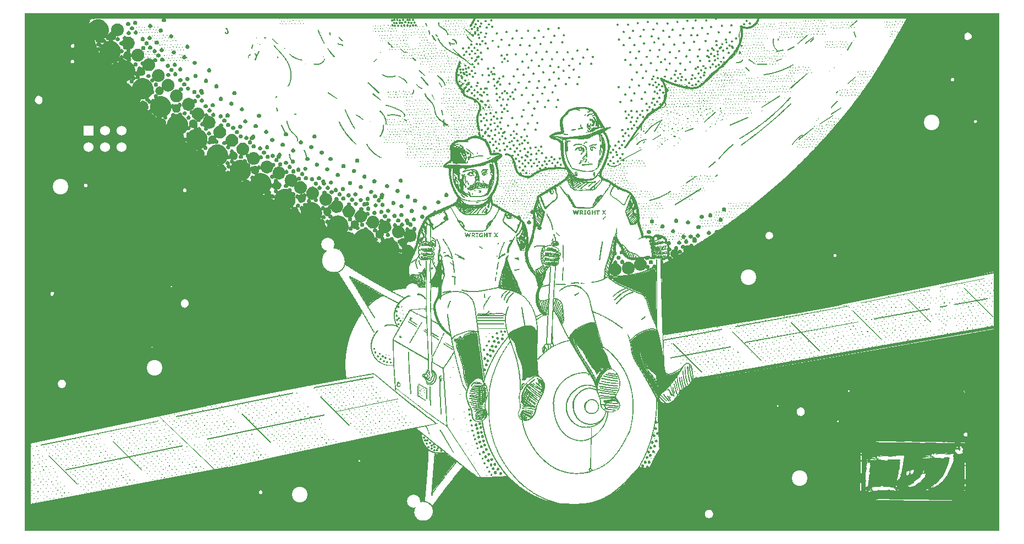
<source format=gto>
%TF.GenerationSoftware,KiCad,Pcbnew,7.0.1-0*%
%TF.CreationDate,2023-04-14T16:50:01-04:00*%
%TF.ProjectId,WrightSpace,57726967-6874-4537-9061-63652e6b6963,v01*%
%TF.SameCoordinates,Original*%
%TF.FileFunction,Legend,Top*%
%TF.FilePolarity,Positive*%
%FSLAX46Y46*%
G04 Gerber Fmt 4.6, Leading zero omitted, Abs format (unit mm)*
G04 Created by KiCad (PCBNEW 7.0.1-0) date 2023-04-14 16:50:01*
%MOMM*%
%LPD*%
G01*
G04 APERTURE LIST*
%ADD10C,0.150000*%
%ADD11C,0.100000*%
%ADD12C,2.000000*%
%ADD13R,1.524000X1.524000*%
%ADD14C,1.524000*%
%ADD15C,2.400000*%
%ADD16R,2.000000X2.000000*%
G04 APERTURE END LIST*
D10*
%TO.C,J3*%
X101731486Y-79104319D02*
X101731486Y-79818604D01*
X101731486Y-79818604D02*
X101683867Y-79961461D01*
X101683867Y-79961461D02*
X101588629Y-80056700D01*
X101588629Y-80056700D02*
X101445772Y-80104319D01*
X101445772Y-80104319D02*
X101350534Y-80104319D01*
X102112439Y-79104319D02*
X102731486Y-79104319D01*
X102731486Y-79104319D02*
X102398153Y-79485271D01*
X102398153Y-79485271D02*
X102541010Y-79485271D01*
X102541010Y-79485271D02*
X102636248Y-79532890D01*
X102636248Y-79532890D02*
X102683867Y-79580509D01*
X102683867Y-79580509D02*
X102731486Y-79675747D01*
X102731486Y-79675747D02*
X102731486Y-79913842D01*
X102731486Y-79913842D02*
X102683867Y-80009080D01*
X102683867Y-80009080D02*
X102636248Y-80056700D01*
X102636248Y-80056700D02*
X102541010Y-80104319D01*
X102541010Y-80104319D02*
X102255296Y-80104319D01*
X102255296Y-80104319D02*
X102160058Y-80056700D01*
X102160058Y-80056700D02*
X102112439Y-80009080D01*
%TO.C,J1*%
G36*
X97866502Y-130000893D02*
G01*
X97764026Y-130102804D01*
X93324929Y-125634428D01*
X93426841Y-125532517D01*
X97866502Y-130000893D01*
G37*
G36*
X107754811Y-127781344D02*
G01*
X107652336Y-127882693D01*
X103241391Y-123414317D01*
X103343866Y-123312968D01*
X107754811Y-127781344D01*
G37*
G36*
X110226044Y-120378343D02*
G01*
X92208398Y-124068582D01*
X92179682Y-123927257D01*
X110197328Y-120237581D01*
X110226044Y-120378343D01*
G37*
G36*
X119070133Y-127803700D02*
G01*
X119004411Y-127891329D01*
X110351035Y-119566562D01*
X110416757Y-119478933D01*
X119070133Y-127803700D01*
G37*
G36*
X114031146Y-124126014D02*
G01*
X96013500Y-127844968D01*
X95984784Y-127703643D01*
X114002430Y-123985251D01*
X114031146Y-124126014D01*
G37*
G36*
X117821418Y-118011145D02*
G01*
X90196337Y-123838482D01*
X90152522Y-123619409D01*
X117755696Y-117770165D01*
X117821418Y-118011145D01*
G37*
G36*
X121129417Y-127496998D02*
G01*
X90196337Y-133390056D01*
X90152522Y-133170983D01*
X121063695Y-127277925D01*
X121129417Y-127496998D01*
G37*
G36*
X127645729Y-123514541D02*
G01*
X127543819Y-123616451D01*
X123104158Y-119176791D01*
X123206631Y-119074880D01*
X127645729Y-123514541D01*
G37*
G36*
X131039804Y-115996677D02*
G01*
X113022158Y-119686915D01*
X112993442Y-119545591D01*
X131011088Y-115855352D01*
X131039804Y-115996677D01*
G37*
G36*
X139725437Y-120949278D02*
G01*
X139622961Y-121050626D01*
X135212017Y-116582250D01*
X135314489Y-116480902D01*
X139725437Y-120949278D01*
G37*
G36*
X135854457Y-119398633D02*
G01*
X117836811Y-123117025D01*
X117807532Y-122976263D01*
X135825179Y-119257308D01*
X135854457Y-119398633D01*
G37*
G36*
X143462974Y-113546839D02*
G01*
X134237939Y-115189823D01*
X134212599Y-115047937D01*
X143437634Y-113404952D01*
X143462974Y-113546839D01*
G37*
G36*
X147270325Y-116918955D02*
G01*
X137468725Y-118936932D01*
X137439447Y-118796169D01*
X147241047Y-116778193D01*
X147270325Y-116918955D01*
G37*
G36*
X194037378Y-112675237D02*
G01*
X193935467Y-112777148D01*
X189495807Y-108337488D01*
X189597717Y-108235577D01*
X194037378Y-112675237D01*
G37*
G36*
X197084038Y-106195639D02*
G01*
X187916435Y-107867340D01*
X187890547Y-107725453D01*
X197058150Y-106053753D01*
X197084038Y-106195639D01*
G37*
G36*
X198352031Y-108934322D02*
G01*
X189156274Y-110606022D01*
X189130386Y-110464135D01*
X198326705Y-108792435D01*
X198352031Y-108934322D01*
G37*
G36*
X203146988Y-110830118D02*
G01*
X203045077Y-110932029D01*
X198605416Y-106492368D01*
X198707327Y-106390458D01*
X203146988Y-110830118D01*
G37*
G36*
X206195389Y-105545903D02*
G01*
X206063946Y-105567810D01*
X206080376Y-105507565D01*
X206129668Y-105480181D01*
X206195389Y-105545903D01*
G37*
G36*
X212141734Y-109446700D02*
G01*
X212039261Y-109548049D01*
X207599598Y-105079672D01*
X207702073Y-104978324D01*
X212141734Y-109446700D01*
G37*
G36*
X216629244Y-102592110D02*
G01*
X199130730Y-105763216D01*
X199104842Y-105621329D01*
X216603918Y-102450223D01*
X216629244Y-102592110D01*
G37*
G36*
X221655051Y-107601581D02*
G01*
X221552578Y-107703491D01*
X217113480Y-103263831D01*
X217215391Y-103161920D01*
X221655051Y-107601581D01*
G37*
G36*
X218070655Y-105042510D02*
G01*
X200543426Y-108242331D01*
X200517538Y-108100445D01*
X218044768Y-104900623D01*
X218070655Y-105042510D01*
G37*
G36*
X230130102Y-105785177D02*
G01*
X230028192Y-105887088D01*
X225588531Y-101447427D01*
X225691004Y-101345517D01*
X230130102Y-105785177D01*
G37*
G36*
X238836567Y-104142193D02*
G01*
X238734656Y-104244103D01*
X234294995Y-99804443D01*
X234396906Y-99702532D01*
X238836567Y-104142193D01*
G37*
G36*
X237502134Y-98354023D02*
G01*
X218504215Y-102101693D01*
X218476626Y-101960368D01*
X237473983Y-98212698D01*
X237502134Y-98354023D01*
G37*
G36*
X237962137Y-101438981D02*
G01*
X220463624Y-104610086D01*
X220437736Y-104468200D01*
X237936811Y-101297094D01*
X237962137Y-101438981D01*
G37*
G36*
X239231569Y-105984048D02*
G01*
X192722412Y-114133557D01*
X192656690Y-113695411D01*
X239165847Y-105545903D01*
X239231569Y-105984048D01*
G37*
G36*
X89867727Y-128132309D02*
G01*
X89851297Y-128192554D01*
X89802005Y-128219938D01*
X89736284Y-128154216D01*
X89752714Y-128093971D01*
X89802005Y-128066587D01*
X89867727Y-128132309D01*
G37*
G36*
X89955356Y-129008600D02*
G01*
X89938926Y-129068845D01*
X89889635Y-129096229D01*
X89823913Y-129030507D01*
X89840343Y-128970262D01*
X89889635Y-128942878D01*
X89955356Y-129008600D01*
G37*
G36*
X89955356Y-131615566D02*
G01*
X89938926Y-131675811D01*
X89889635Y-131703196D01*
X89823913Y-131637474D01*
X89840343Y-131577229D01*
X89889635Y-131549845D01*
X89955356Y-131615566D01*
G37*
G36*
X90021078Y-132469950D02*
G01*
X90004648Y-132530195D01*
X89955356Y-132557580D01*
X89889635Y-132491858D01*
X89906065Y-132431613D01*
X89955356Y-132404229D01*
X90021078Y-132469950D01*
G37*
G36*
X90042986Y-127650349D02*
G01*
X90026555Y-127710594D01*
X89977264Y-127737978D01*
X89911542Y-127672256D01*
X89927972Y-127612011D01*
X89977264Y-127584627D01*
X90042986Y-127650349D01*
G37*
G36*
X90042986Y-128439011D02*
G01*
X90026555Y-128499256D01*
X89977264Y-128526640D01*
X89911542Y-128460918D01*
X89927972Y-128400673D01*
X89977264Y-128373289D01*
X90042986Y-128439011D01*
G37*
G36*
X90130615Y-124232813D02*
G01*
X90114184Y-124293058D01*
X90064893Y-124320442D01*
X89999171Y-124254720D01*
X90015601Y-124194475D01*
X90064893Y-124167091D01*
X90130615Y-124232813D01*
G37*
G36*
X90152522Y-130739275D02*
G01*
X90136092Y-130799520D01*
X90086800Y-130826904D01*
X90021078Y-130761183D01*
X90037509Y-130700938D01*
X90086800Y-130673553D01*
X90152522Y-130739275D01*
G37*
G36*
X90240151Y-125547250D02*
G01*
X90223721Y-125607495D01*
X90174429Y-125634879D01*
X90108707Y-125569157D01*
X90125138Y-125508912D01*
X90174429Y-125481528D01*
X90240151Y-125547250D01*
G37*
G36*
X90240151Y-126576892D02*
G01*
X90223721Y-126637137D01*
X90174429Y-126664521D01*
X90108707Y-126598799D01*
X90125138Y-126538554D01*
X90174429Y-126511170D01*
X90240151Y-126576892D01*
G37*
G36*
X90262058Y-130060150D02*
G01*
X90245628Y-130120395D01*
X90196337Y-130147779D01*
X90130615Y-130082057D01*
X90147045Y-130021812D01*
X90196337Y-129994428D01*
X90262058Y-130060150D01*
G37*
G36*
X90262058Y-131987990D02*
G01*
X90245628Y-132048235D01*
X90196337Y-132075619D01*
X90130615Y-132009898D01*
X90147045Y-131949652D01*
X90196337Y-131922268D01*
X90262058Y-131987990D01*
G37*
G36*
X90371595Y-124670959D02*
G01*
X90355164Y-124731204D01*
X90305873Y-124758588D01*
X90240151Y-124692866D01*
X90256582Y-124632621D01*
X90305873Y-124605237D01*
X90371595Y-124670959D01*
G37*
G36*
X90437317Y-127891329D02*
G01*
X90420886Y-127951574D01*
X90371595Y-127978958D01*
X90305873Y-127913236D01*
X90322303Y-127852991D01*
X90371595Y-127825607D01*
X90437317Y-127891329D01*
G37*
G36*
X90459224Y-131243143D02*
G01*
X90442793Y-131303388D01*
X90393502Y-131330772D01*
X90327780Y-131265050D01*
X90344211Y-131204805D01*
X90393502Y-131177421D01*
X90459224Y-131243143D01*
G37*
G36*
X90481131Y-126029210D02*
G01*
X90464701Y-126089455D01*
X90415409Y-126116839D01*
X90349688Y-126051117D01*
X90366118Y-125990872D01*
X90415409Y-125963488D01*
X90481131Y-126029210D01*
G37*
G36*
X90524946Y-129205766D02*
G01*
X90508515Y-129266011D01*
X90459224Y-129293395D01*
X90393502Y-129227673D01*
X90409933Y-129167428D01*
X90459224Y-129140044D01*
X90524946Y-129205766D01*
G37*
G36*
X90524946Y-132908096D02*
G01*
X90508515Y-132968341D01*
X90459224Y-132995725D01*
X90393502Y-132930003D01*
X90409933Y-132869758D01*
X90459224Y-132842374D01*
X90524946Y-132908096D01*
G37*
G36*
X90590668Y-130432573D02*
G01*
X90574237Y-130492818D01*
X90524946Y-130520202D01*
X90459224Y-130454481D01*
X90475654Y-130394236D01*
X90524946Y-130366851D01*
X90590668Y-130432573D01*
G37*
G36*
X90612575Y-127080759D02*
G01*
X90596144Y-127141004D01*
X90546853Y-127168389D01*
X90481131Y-127102667D01*
X90497562Y-127042422D01*
X90546853Y-127015038D01*
X90612575Y-127080759D01*
G37*
G36*
X90634482Y-132426136D02*
G01*
X90618052Y-132486381D01*
X90568760Y-132513765D01*
X90503038Y-132448043D01*
X90519469Y-132387798D01*
X90568760Y-132360414D01*
X90634482Y-132426136D01*
G37*
G36*
X90678297Y-125174826D02*
G01*
X90661866Y-125235071D01*
X90612575Y-125262455D01*
X90546853Y-125196733D01*
X90563284Y-125136488D01*
X90612575Y-125109104D01*
X90678297Y-125174826D01*
G37*
G36*
X90787833Y-124123277D02*
G01*
X90771403Y-124183522D01*
X90722111Y-124210906D01*
X90656389Y-124145184D01*
X90672820Y-124084939D01*
X90722111Y-124057555D01*
X90787833Y-124123277D01*
G37*
G36*
X90787833Y-129687726D02*
G01*
X90771403Y-129747971D01*
X90722111Y-129775355D01*
X90656389Y-129709633D01*
X90672820Y-129649388D01*
X90722111Y-129622004D01*
X90787833Y-129687726D01*
G37*
G36*
X90831648Y-128833342D02*
G01*
X90815217Y-128893587D01*
X90765926Y-128920971D01*
X90700204Y-128855249D01*
X90716634Y-128795004D01*
X90765926Y-128767620D01*
X90831648Y-128833342D01*
G37*
G36*
X90831648Y-131681288D02*
G01*
X90815217Y-131741533D01*
X90765926Y-131768917D01*
X90700204Y-131703196D01*
X90716634Y-131642951D01*
X90765926Y-131615566D01*
X90831648Y-131681288D01*
G37*
G36*
X90853555Y-128198031D02*
G01*
X90837125Y-128258276D01*
X90787833Y-128285660D01*
X90722111Y-128219938D01*
X90738542Y-128159693D01*
X90787833Y-128132309D01*
X90853555Y-128198031D01*
G37*
G36*
X90897370Y-130936441D02*
G01*
X90880939Y-130996686D01*
X90831648Y-131024070D01*
X90765926Y-130958348D01*
X90782356Y-130898103D01*
X90831648Y-130870719D01*
X90897370Y-130936441D01*
G37*
G36*
X90984999Y-124539515D02*
G01*
X90968568Y-124599760D01*
X90919277Y-124627144D01*
X90853555Y-124561422D01*
X90869985Y-124501177D01*
X90919277Y-124473793D01*
X90984999Y-124539515D01*
G37*
G36*
X90984999Y-126533077D02*
G01*
X90968568Y-126593322D01*
X90919277Y-126620707D01*
X90853555Y-126554985D01*
X90869985Y-126494740D01*
X90919277Y-126467356D01*
X90984999Y-126533077D01*
G37*
G36*
X91006906Y-132908096D02*
G01*
X90990475Y-132968341D01*
X90941184Y-132995725D01*
X90875462Y-132930003D01*
X90891893Y-132869758D01*
X90941184Y-132842374D01*
X91006906Y-132908096D01*
G37*
G36*
X91050721Y-127518905D02*
G01*
X91034290Y-127579150D01*
X90984999Y-127606534D01*
X90919277Y-127540812D01*
X90935707Y-127480567D01*
X90984999Y-127453183D01*
X91050721Y-127518905D01*
G37*
G36*
X91116442Y-125591064D02*
G01*
X91100012Y-125651309D01*
X91050721Y-125678693D01*
X90984999Y-125612972D01*
X91001429Y-125552727D01*
X91050721Y-125525343D01*
X91116442Y-125591064D01*
G37*
G36*
X91204071Y-129315302D02*
G01*
X91187641Y-129375547D01*
X91138350Y-129402931D01*
X91072628Y-129337209D01*
X91089058Y-129276964D01*
X91138350Y-129249580D01*
X91204071Y-129315302D01*
G37*
G36*
X91204071Y-130125871D02*
G01*
X91187641Y-130186116D01*
X91138350Y-130213501D01*
X91072628Y-130147779D01*
X91089058Y-130087534D01*
X91138350Y-130060150D01*
X91204071Y-130125871D01*
G37*
G36*
X91204071Y-131418401D02*
G01*
X91187641Y-131478646D01*
X91138350Y-131506030D01*
X91072628Y-131440308D01*
X91089058Y-131380063D01*
X91138350Y-131352679D01*
X91204071Y-131418401D01*
G37*
G36*
X91204071Y-132228970D02*
G01*
X91187641Y-132289215D01*
X91138350Y-132316599D01*
X91072628Y-132250878D01*
X91089058Y-132190633D01*
X91138350Y-132163248D01*
X91204071Y-132228970D01*
G37*
G36*
X91291701Y-127080759D02*
G01*
X91275270Y-127141004D01*
X91225979Y-127168389D01*
X91160257Y-127102667D01*
X91176687Y-127042422D01*
X91225979Y-127015038D01*
X91291701Y-127080759D01*
G37*
G36*
X91357422Y-126029210D02*
G01*
X91340992Y-126089455D01*
X91291701Y-126116839D01*
X91225979Y-126051117D01*
X91242409Y-125990872D01*
X91291701Y-125963488D01*
X91357422Y-126029210D01*
G37*
G36*
X91423144Y-124868124D02*
G01*
X91406714Y-124928369D01*
X91357422Y-124955753D01*
X91291701Y-124890031D01*
X91308131Y-124829786D01*
X91357422Y-124802402D01*
X91423144Y-124868124D01*
G37*
G36*
X91488866Y-128066587D02*
G01*
X91472436Y-128126832D01*
X91423144Y-128154216D01*
X91357422Y-128088494D01*
X91373853Y-128028249D01*
X91423144Y-128000865D01*
X91488866Y-128066587D01*
G37*
G36*
X91510773Y-129819169D02*
G01*
X91494343Y-129879414D01*
X91445052Y-129906799D01*
X91379330Y-129841077D01*
X91395760Y-129780832D01*
X91445052Y-129753448D01*
X91510773Y-129819169D01*
G37*
G36*
X91510773Y-130629739D02*
G01*
X91494343Y-130689984D01*
X91445052Y-130717368D01*
X91379330Y-130651646D01*
X91395760Y-130591401D01*
X91445052Y-130564017D01*
X91510773Y-130629739D01*
G37*
G36*
X91510773Y-131856547D02*
G01*
X91494343Y-131916792D01*
X91445052Y-131944176D01*
X91379330Y-131878454D01*
X91395760Y-131818209D01*
X91445052Y-131790825D01*
X91510773Y-131856547D01*
G37*
G36*
X91576495Y-128767620D02*
G01*
X91560065Y-128827865D01*
X91510773Y-128855249D01*
X91445052Y-128789527D01*
X91461482Y-128729282D01*
X91510773Y-128701898D01*
X91576495Y-128767620D01*
G37*
G36*
X91576495Y-132710930D02*
G01*
X91560065Y-132771175D01*
X91510773Y-132798560D01*
X91445052Y-132732838D01*
X91461482Y-132672593D01*
X91510773Y-132645209D01*
X91576495Y-132710930D01*
G37*
G36*
X91795568Y-125415806D02*
G01*
X91779138Y-125476051D01*
X91729846Y-125503435D01*
X91664124Y-125437713D01*
X91680555Y-125377468D01*
X91729846Y-125350084D01*
X91795568Y-125415806D01*
G37*
G36*
X91795568Y-126533077D02*
G01*
X91779138Y-126593322D01*
X91729846Y-126620707D01*
X91664124Y-126554985D01*
X91680555Y-126494740D01*
X91729846Y-126467356D01*
X91795568Y-126533077D01*
G37*
G36*
X91817475Y-130191593D02*
G01*
X91801045Y-130251838D01*
X91751754Y-130279222D01*
X91686032Y-130213501D01*
X91702462Y-130153256D01*
X91751754Y-130125871D01*
X91817475Y-130191593D01*
G37*
G36*
X91817475Y-132228970D02*
G01*
X91801045Y-132289215D01*
X91751754Y-132316599D01*
X91686032Y-132250878D01*
X91702462Y-132190633D01*
X91751754Y-132163248D01*
X91817475Y-132228970D01*
G37*
G36*
X91839383Y-127453183D02*
G01*
X91822952Y-127513428D01*
X91773661Y-127540812D01*
X91707939Y-127475090D01*
X91724369Y-127414845D01*
X91773661Y-127387461D01*
X91839383Y-127453183D01*
G37*
G36*
X91948919Y-129140044D02*
G01*
X91932489Y-129200289D01*
X91883197Y-129227673D01*
X91817475Y-129161951D01*
X91833906Y-129101706D01*
X91883197Y-129074322D01*
X91948919Y-129140044D01*
G37*
G36*
X91970826Y-124802402D02*
G01*
X91954396Y-124862647D01*
X91905104Y-124890031D01*
X91839383Y-124824310D01*
X91855813Y-124764065D01*
X91905104Y-124736680D01*
X91970826Y-124802402D01*
G37*
G36*
X92036548Y-125919674D02*
G01*
X92020118Y-125979919D01*
X91970826Y-126007303D01*
X91905104Y-125941581D01*
X91921535Y-125881336D01*
X91970826Y-125853952D01*
X92036548Y-125919674D01*
G37*
G36*
X92167992Y-128066587D02*
G01*
X92151561Y-128126832D01*
X92102270Y-128154216D01*
X92036548Y-128088494D01*
X92052979Y-128028249D01*
X92102270Y-128000865D01*
X92167992Y-128066587D01*
G37*
G36*
X92189899Y-128395196D02*
G01*
X92173469Y-128455441D01*
X92124177Y-128482825D01*
X92058455Y-128417104D01*
X92074886Y-128356859D01*
X92124177Y-128329474D01*
X92189899Y-128395196D01*
G37*
G36*
X92189899Y-131681288D02*
G01*
X92173469Y-131741533D01*
X92124177Y-131768917D01*
X92058455Y-131703196D01*
X92074886Y-131642951D01*
X92124177Y-131615566D01*
X92189899Y-131681288D01*
G37*
G36*
X92189899Y-132601394D02*
G01*
X92173469Y-132661639D01*
X92124177Y-132689023D01*
X92058455Y-132623301D01*
X92074886Y-132563056D01*
X92124177Y-132535672D01*
X92189899Y-132601394D01*
G37*
G36*
X92255621Y-129622004D02*
G01*
X92239191Y-129682249D01*
X92189899Y-129709633D01*
X92124177Y-129643911D01*
X92140608Y-129583666D01*
X92189899Y-129556282D01*
X92255621Y-129622004D01*
G37*
G36*
X92255621Y-130673553D02*
G01*
X92239191Y-130733798D01*
X92189899Y-130761183D01*
X92124177Y-130695461D01*
X92140608Y-130635216D01*
X92189899Y-130607832D01*
X92255621Y-130673553D01*
G37*
G36*
X92321343Y-123991833D02*
G01*
X92304912Y-124052078D01*
X92255621Y-124079462D01*
X92189899Y-124013740D01*
X92206330Y-123953495D01*
X92255621Y-123926111D01*
X92321343Y-123991833D01*
G37*
G36*
X92430879Y-128701898D02*
G01*
X92414449Y-128762143D01*
X92365157Y-128789527D01*
X92299436Y-128723805D01*
X92315866Y-128663560D01*
X92365157Y-128636176D01*
X92430879Y-128701898D01*
G37*
G36*
X92474694Y-126401634D02*
G01*
X92458263Y-126461879D01*
X92408972Y-126489263D01*
X92343250Y-126423541D01*
X92359681Y-126363296D01*
X92408972Y-126335912D01*
X92474694Y-126401634D01*
G37*
G36*
X92474694Y-127277925D02*
G01*
X92458263Y-127338170D01*
X92408972Y-127365554D01*
X92343250Y-127299832D01*
X92359681Y-127239587D01*
X92408972Y-127212203D01*
X92474694Y-127277925D01*
G37*
G36*
X92540416Y-125656786D02*
G01*
X92523985Y-125717031D01*
X92474694Y-125744415D01*
X92408972Y-125678693D01*
X92425402Y-125618448D01*
X92474694Y-125591064D01*
X92540416Y-125656786D01*
G37*
G36*
X92628045Y-129205766D02*
G01*
X92611614Y-129266011D01*
X92562323Y-129293395D01*
X92496601Y-129227673D01*
X92513032Y-129167428D01*
X92562323Y-129140044D01*
X92628045Y-129205766D01*
G37*
G36*
X92628045Y-130060150D02*
G01*
X92611614Y-130120395D01*
X92562323Y-130147779D01*
X92496601Y-130082057D01*
X92513032Y-130021812D01*
X92562323Y-129994428D01*
X92628045Y-130060150D01*
G37*
G36*
X92628045Y-131177421D02*
G01*
X92611614Y-131237666D01*
X92562323Y-131265050D01*
X92496601Y-131199328D01*
X92513032Y-131139083D01*
X92562323Y-131111699D01*
X92628045Y-131177421D01*
G37*
G36*
X92693767Y-132163248D02*
G01*
X92677336Y-132223493D01*
X92628045Y-132250878D01*
X92562323Y-132185156D01*
X92578753Y-132124911D01*
X92628045Y-132097527D01*
X92693767Y-132163248D01*
G37*
G36*
X92759488Y-124232813D02*
G01*
X92743058Y-124293058D01*
X92693767Y-124320442D01*
X92628045Y-124254720D01*
X92644475Y-124194475D01*
X92693767Y-124167091D01*
X92759488Y-124232813D01*
G37*
G36*
X92781396Y-126708336D02*
G01*
X92764965Y-126768581D01*
X92715674Y-126795965D01*
X92649952Y-126730243D01*
X92666382Y-126669998D01*
X92715674Y-126642614D01*
X92781396Y-126708336D01*
G37*
G36*
X92869025Y-131681288D02*
G01*
X92852594Y-131741533D01*
X92803303Y-131768917D01*
X92737581Y-131703196D01*
X92754012Y-131642951D01*
X92803303Y-131615566D01*
X92869025Y-131681288D01*
G37*
G36*
X92869025Y-132469950D02*
G01*
X92852594Y-132530195D01*
X92803303Y-132557580D01*
X92737581Y-132491858D01*
X92754012Y-132431613D01*
X92803303Y-132404229D01*
X92869025Y-132469950D01*
G37*
G36*
X92934747Y-128263753D02*
G01*
X92918316Y-128323998D01*
X92869025Y-128351382D01*
X92803303Y-128285660D01*
X92819733Y-128225415D01*
X92869025Y-128198031D01*
X92934747Y-128263753D01*
G37*
G36*
X93066190Y-129578189D02*
G01*
X93049760Y-129638434D01*
X93000469Y-129665819D01*
X92934747Y-129600097D01*
X92951177Y-129539852D01*
X93000469Y-129512468D01*
X93066190Y-129578189D01*
G37*
G36*
X93066190Y-130629739D02*
G01*
X93049760Y-130689984D01*
X93000469Y-130717368D01*
X92934747Y-130651646D01*
X92951177Y-130591401D01*
X93000469Y-130564017D01*
X93066190Y-130629739D01*
G37*
G36*
X93088098Y-126226376D02*
G01*
X93071667Y-126286621D01*
X93022376Y-126314005D01*
X92956654Y-126248283D01*
X92973084Y-126188038D01*
X93022376Y-126160654D01*
X93088098Y-126226376D01*
G37*
G36*
X93131912Y-123860389D02*
G01*
X93115482Y-123920634D01*
X93066190Y-123948018D01*
X93000469Y-123882297D01*
X93016899Y-123822051D01*
X93066190Y-123794667D01*
X93131912Y-123860389D01*
G37*
G36*
X93131912Y-124736680D02*
G01*
X93115482Y-124796925D01*
X93066190Y-124824310D01*
X93000469Y-124758588D01*
X93016899Y-124698343D01*
X93066190Y-124670959D01*
X93131912Y-124736680D01*
G37*
G36*
X93197634Y-128701898D02*
G01*
X93181204Y-128762143D01*
X93131912Y-128789527D01*
X93066190Y-128723805D01*
X93082621Y-128663560D01*
X93131912Y-128636176D01*
X93197634Y-128701898D01*
G37*
G36*
X93241449Y-131922268D02*
G01*
X93225018Y-131982513D01*
X93175727Y-132009898D01*
X93110005Y-131944176D01*
X93126435Y-131883931D01*
X93175727Y-131856547D01*
X93241449Y-131922268D01*
G37*
G36*
X93307170Y-130060150D02*
G01*
X93290740Y-130120395D01*
X93241449Y-130147779D01*
X93175727Y-130082057D01*
X93192157Y-130021812D01*
X93241449Y-129994428D01*
X93307170Y-130060150D01*
G37*
G36*
X93372892Y-90868025D02*
G01*
X93356462Y-90928270D01*
X93307170Y-90955654D01*
X93241449Y-90889932D01*
X93257879Y-90829687D01*
X93307170Y-90802303D01*
X93372892Y-90868025D01*
G37*
G36*
X93416707Y-131111699D02*
G01*
X93400276Y-131171944D01*
X93350985Y-131199328D01*
X93285263Y-131133606D01*
X93301694Y-131073361D01*
X93350985Y-131045977D01*
X93416707Y-131111699D01*
G37*
G36*
X93438614Y-124232813D02*
G01*
X93422184Y-124293058D01*
X93372892Y-124320442D01*
X93307170Y-124254720D01*
X93323601Y-124194475D01*
X93372892Y-124167091D01*
X93438614Y-124232813D01*
G37*
G36*
X93460521Y-127694163D02*
G01*
X93444091Y-127754408D01*
X93394800Y-127781792D01*
X93329078Y-127716071D01*
X93345508Y-127655826D01*
X93394800Y-127628441D01*
X93460521Y-127694163D01*
G37*
G36*
X93482429Y-129205766D02*
G01*
X93465998Y-129266011D01*
X93416707Y-129293395D01*
X93350985Y-129227673D01*
X93367415Y-129167428D01*
X93416707Y-129140044D01*
X93482429Y-129205766D01*
G37*
G36*
X93570058Y-125174826D02*
G01*
X93553627Y-125235071D01*
X93504336Y-125262455D01*
X93438614Y-125196733D01*
X93455045Y-125136488D01*
X93504336Y-125109104D01*
X93570058Y-125174826D01*
G37*
G36*
X93613872Y-81645060D02*
G01*
X93597442Y-81705305D01*
X93548151Y-81732689D01*
X93482429Y-81666967D01*
X93498859Y-81606722D01*
X93548151Y-81579338D01*
X93613872Y-81645060D01*
G37*
G36*
X93613872Y-128154216D02*
G01*
X93597442Y-128214461D01*
X93548151Y-128241845D01*
X93482429Y-128176123D01*
X93498859Y-128115878D01*
X93548151Y-128088494D01*
X93613872Y-128154216D01*
G37*
G36*
X93679594Y-132228970D02*
G01*
X93663164Y-132289215D01*
X93613872Y-132316599D01*
X93548151Y-132250878D01*
X93564581Y-132190633D01*
X93613872Y-132163248D01*
X93679594Y-132228970D01*
G37*
G36*
X93767223Y-127212203D02*
G01*
X93750793Y-127272448D01*
X93701502Y-127299832D01*
X93635780Y-127234110D01*
X93652210Y-127173865D01*
X93701502Y-127146481D01*
X93767223Y-127212203D01*
G37*
G36*
X93789131Y-128570454D02*
G01*
X93772700Y-128630700D01*
X93723409Y-128658084D01*
X93657687Y-128592362D01*
X93674117Y-128532117D01*
X93723409Y-128504733D01*
X93789131Y-128570454D01*
G37*
G36*
X93789131Y-130564017D02*
G01*
X93772700Y-130624262D01*
X93723409Y-130651646D01*
X93657687Y-130585924D01*
X93674117Y-130525679D01*
X93723409Y-130498295D01*
X93789131Y-130564017D01*
G37*
G36*
X93811038Y-124605237D02*
G01*
X93794607Y-124665482D01*
X93745316Y-124692866D01*
X93679594Y-124627144D01*
X93696025Y-124566899D01*
X93745316Y-124539515D01*
X93811038Y-124605237D01*
G37*
G36*
X93854852Y-131549845D02*
G01*
X93838422Y-131610090D01*
X93789131Y-131637474D01*
X93723409Y-131571752D01*
X93739839Y-131511507D01*
X93789131Y-131484123D01*
X93854852Y-131549845D01*
G37*
G36*
X93876760Y-123619409D02*
G01*
X93860329Y-123679654D01*
X93811038Y-123707038D01*
X93745316Y-123641316D01*
X93761747Y-123581071D01*
X93811038Y-123553687D01*
X93876760Y-123619409D01*
G37*
G36*
X93920574Y-129622004D02*
G01*
X93904144Y-129682249D01*
X93854852Y-129709633D01*
X93789131Y-129643911D01*
X93805561Y-129583666D01*
X93854852Y-129556282D01*
X93920574Y-129622004D01*
G37*
G36*
X94073925Y-125591064D02*
G01*
X94057495Y-125651309D01*
X94008203Y-125678693D01*
X93942482Y-125612972D01*
X93958912Y-125552727D01*
X94008203Y-125525343D01*
X94073925Y-125591064D01*
G37*
G36*
X94117740Y-123991833D02*
G01*
X94101309Y-124052078D01*
X94052018Y-124079462D01*
X93986296Y-124013740D01*
X94002727Y-123953495D01*
X94052018Y-123926111D01*
X94117740Y-123991833D01*
G37*
G36*
X94117740Y-124868124D02*
G01*
X94101309Y-124928369D01*
X94052018Y-124955753D01*
X93986296Y-124890031D01*
X94002727Y-124829786D01*
X94052018Y-124802402D01*
X94117740Y-124868124D01*
G37*
G36*
X94117740Y-131111699D02*
G01*
X94101309Y-131171944D01*
X94052018Y-131199328D01*
X93986296Y-131133606D01*
X94002727Y-131073361D01*
X94052018Y-131045977D01*
X94117740Y-131111699D01*
G37*
G36*
X94161554Y-130060150D02*
G01*
X94145124Y-130120395D01*
X94095833Y-130147779D01*
X94030111Y-130082057D01*
X94046541Y-130021812D01*
X94095833Y-129994428D01*
X94161554Y-130060150D01*
G37*
G36*
X94183462Y-118054960D02*
G01*
X94167031Y-118115205D01*
X94117740Y-118142589D01*
X94052018Y-118076867D01*
X94068448Y-118016622D01*
X94117740Y-117989238D01*
X94183462Y-118054960D01*
G37*
G36*
X94205369Y-127518905D02*
G01*
X94188939Y-127579150D01*
X94139647Y-127606534D01*
X94073925Y-127540812D01*
X94090356Y-127480567D01*
X94139647Y-127453183D01*
X94205369Y-127518905D01*
G37*
G36*
X94227276Y-128899064D02*
G01*
X94210846Y-128959309D01*
X94161554Y-128986693D01*
X94095833Y-128920971D01*
X94112263Y-128860726D01*
X94161554Y-128833342D01*
X94227276Y-128899064D01*
G37*
G36*
X94292998Y-132097527D02*
G01*
X94276568Y-132157772D01*
X94227276Y-132185156D01*
X94161554Y-132119434D01*
X94177985Y-132059189D01*
X94227276Y-132031805D01*
X94292998Y-132097527D01*
G37*
G36*
X94512071Y-124232813D02*
G01*
X94495640Y-124293058D01*
X94446349Y-124320442D01*
X94380627Y-124254720D01*
X94397058Y-124194475D01*
X94446349Y-124167091D01*
X94512071Y-124232813D01*
G37*
G36*
X94512071Y-125284362D02*
G01*
X94495640Y-125344607D01*
X94446349Y-125371992D01*
X94380627Y-125306270D01*
X94397058Y-125246025D01*
X94446349Y-125218641D01*
X94512071Y-125284362D01*
G37*
G36*
X94599700Y-129446746D02*
G01*
X94583270Y-129506991D01*
X94533978Y-129534375D01*
X94468256Y-129468653D01*
X94484687Y-129408408D01*
X94533978Y-129381024D01*
X94599700Y-129446746D01*
G37*
G36*
X94599700Y-130564017D02*
G01*
X94583270Y-130624262D01*
X94533978Y-130651646D01*
X94468256Y-130585924D01*
X94484687Y-130525679D01*
X94533978Y-130498295D01*
X94599700Y-130564017D01*
G37*
G36*
X94621607Y-123487965D02*
G01*
X94605177Y-123548210D01*
X94555885Y-123575595D01*
X94490164Y-123509873D01*
X94506594Y-123449628D01*
X94555885Y-123422244D01*
X94621607Y-123487965D01*
G37*
G36*
X94621607Y-126029210D02*
G01*
X94605177Y-126089455D01*
X94555885Y-126116839D01*
X94490164Y-126051117D01*
X94506594Y-125990872D01*
X94555885Y-125963488D01*
X94621607Y-126029210D01*
G37*
G36*
X94665422Y-131484123D02*
G01*
X94648991Y-131544368D01*
X94599700Y-131571752D01*
X94533978Y-131506030D01*
X94550409Y-131445785D01*
X94599700Y-131418401D01*
X94665422Y-131484123D01*
G37*
G36*
X94796866Y-124605237D02*
G01*
X94780435Y-124665482D01*
X94731144Y-124692866D01*
X94665422Y-124627144D01*
X94681852Y-124566899D01*
X94731144Y-124539515D01*
X94796866Y-124605237D01*
G37*
G36*
X94796866Y-128833342D02*
G01*
X94780435Y-128893587D01*
X94731144Y-128920971D01*
X94665422Y-128855249D01*
X94681852Y-128795004D01*
X94731144Y-128767620D01*
X94796866Y-128833342D01*
G37*
G36*
X94840680Y-129950613D02*
G01*
X94824250Y-130010858D01*
X94774958Y-130038242D01*
X94709236Y-129972520D01*
X94725667Y-129912275D01*
X94774958Y-129884891D01*
X94840680Y-129950613D01*
G37*
G36*
X94862587Y-123926111D02*
G01*
X94846157Y-123986356D01*
X94796866Y-124013740D01*
X94731144Y-123948018D01*
X94747574Y-123887773D01*
X94796866Y-123860389D01*
X94862587Y-123926111D01*
G37*
G36*
X94928309Y-125591064D02*
G01*
X94911879Y-125651309D01*
X94862587Y-125678693D01*
X94796866Y-125612972D01*
X94813296Y-125552727D01*
X94862587Y-125525343D01*
X94928309Y-125591064D01*
G37*
G36*
X94950217Y-76518756D02*
G01*
X94933786Y-76579002D01*
X94884495Y-76606386D01*
X94818773Y-76540664D01*
X94835203Y-76480419D01*
X94884495Y-76453035D01*
X94950217Y-76518756D01*
G37*
G36*
X94972124Y-132097527D02*
G01*
X94955693Y-132157772D01*
X94906402Y-132185156D01*
X94840680Y-132119434D01*
X94857111Y-132059189D01*
X94906402Y-132031805D01*
X94972124Y-132097527D01*
G37*
G36*
X94994031Y-126467356D02*
G01*
X94977601Y-126527601D01*
X94928309Y-126554985D01*
X94862587Y-126489263D01*
X94879018Y-126429018D01*
X94928309Y-126401634D01*
X94994031Y-126467356D01*
G37*
G36*
X95103567Y-124868124D02*
G01*
X95087137Y-124928369D01*
X95037846Y-124955753D01*
X94972124Y-124890031D01*
X94988554Y-124829786D01*
X95037846Y-124802402D01*
X95103567Y-124868124D01*
G37*
G36*
X95278826Y-130432573D02*
G01*
X95262395Y-130492818D01*
X95213104Y-130520202D01*
X95147382Y-130454481D01*
X95163813Y-130394236D01*
X95213104Y-130366851D01*
X95278826Y-130432573D01*
G37*
G36*
X95278826Y-131308865D02*
G01*
X95262395Y-131369110D01*
X95213104Y-131396494D01*
X95147382Y-131330772D01*
X95163813Y-131270527D01*
X95213104Y-131243143D01*
X95278826Y-131308865D01*
G37*
G36*
X95300733Y-124167091D02*
G01*
X95284303Y-124227336D01*
X95235011Y-124254720D01*
X95169289Y-124188998D01*
X95185720Y-124128753D01*
X95235011Y-124101369D01*
X95300733Y-124167091D01*
G37*
G36*
X95344548Y-129687726D02*
G01*
X95328117Y-129747971D01*
X95278826Y-129775355D01*
X95213104Y-129709633D01*
X95229534Y-129649388D01*
X95278826Y-129622004D01*
X95344548Y-129687726D01*
G37*
G36*
X95366455Y-123487965D02*
G01*
X95350024Y-123548210D01*
X95300733Y-123575595D01*
X95235011Y-123509873D01*
X95251442Y-123449628D01*
X95300733Y-123422244D01*
X95366455Y-123487965D01*
G37*
G36*
X95366455Y-126094932D02*
G01*
X95350024Y-126155177D01*
X95300733Y-126182561D01*
X95235011Y-126116839D01*
X95251442Y-126056594D01*
X95300733Y-126029210D01*
X95366455Y-126094932D01*
G37*
G36*
X95475991Y-125284362D02*
G01*
X95459561Y-125344607D01*
X95410269Y-125371992D01*
X95344548Y-125306270D01*
X95360978Y-125246025D01*
X95410269Y-125218641D01*
X95475991Y-125284362D01*
G37*
G36*
X95475991Y-126971223D02*
G01*
X95459561Y-127031468D01*
X95410269Y-127058852D01*
X95344548Y-126993130D01*
X95360978Y-126932885D01*
X95410269Y-126905501D01*
X95475991Y-126971223D01*
G37*
G36*
X95607435Y-124605237D02*
G01*
X95591004Y-124665482D01*
X95541713Y-124692866D01*
X95475991Y-124627144D01*
X95492422Y-124566899D01*
X95541713Y-124539515D01*
X95607435Y-124605237D01*
G37*
G36*
X95607435Y-130739275D02*
G01*
X95591004Y-130799520D01*
X95541713Y-130826904D01*
X95475991Y-130761183D01*
X95492422Y-130700938D01*
X95541713Y-130673553D01*
X95607435Y-130739275D01*
G37*
G36*
X95738879Y-126533077D02*
G01*
X95722448Y-126593322D01*
X95673157Y-126620707D01*
X95607435Y-126554985D01*
X95623865Y-126494740D01*
X95673157Y-126467356D01*
X95738879Y-126533077D01*
G37*
G36*
X95760786Y-127869422D02*
G01*
X95744355Y-127929667D01*
X95695064Y-127957051D01*
X95629342Y-127891329D01*
X95645773Y-127831084D01*
X95695064Y-127803700D01*
X95760786Y-127869422D01*
G37*
G36*
X95782693Y-123816575D02*
G01*
X95766263Y-123876820D01*
X95716971Y-123904204D01*
X95651250Y-123838482D01*
X95667680Y-123778237D01*
X95716971Y-123750853D01*
X95782693Y-123816575D01*
G37*
G36*
X95848415Y-127387461D02*
G01*
X95831985Y-127447706D01*
X95782693Y-127475090D01*
X95716971Y-127409369D01*
X95733402Y-127349124D01*
X95782693Y-127321740D01*
X95848415Y-127387461D01*
G37*
G36*
X95892230Y-130257315D02*
G01*
X95875799Y-130317560D01*
X95826508Y-130344944D01*
X95760786Y-130279222D01*
X95777216Y-130218977D01*
X95826508Y-130191593D01*
X95892230Y-130257315D01*
G37*
G36*
X95914137Y-124977661D02*
G01*
X95897706Y-125037906D01*
X95848415Y-125065290D01*
X95782693Y-124999568D01*
X95799124Y-124939323D01*
X95848415Y-124911939D01*
X95914137Y-124977661D01*
G37*
G36*
X95914137Y-125722508D02*
G01*
X95897706Y-125782753D01*
X95848415Y-125810137D01*
X95782693Y-125744415D01*
X95799124Y-125684170D01*
X95848415Y-125656786D01*
X95914137Y-125722508D01*
G37*
G36*
X96001766Y-75291949D02*
G01*
X95985336Y-75352194D01*
X95936044Y-75379578D01*
X95870322Y-75313856D01*
X95886753Y-75253611D01*
X95936044Y-75226227D01*
X96001766Y-75291949D01*
G37*
G36*
X96111302Y-123444151D02*
G01*
X96094872Y-123504396D01*
X96045581Y-123531780D01*
X95979859Y-123466058D01*
X95996289Y-123405813D01*
X96045581Y-123378429D01*
X96111302Y-123444151D01*
G37*
G36*
X96111302Y-124167091D02*
G01*
X96094872Y-124227336D01*
X96045581Y-124254720D01*
X95979859Y-124188998D01*
X95996289Y-124128753D01*
X96045581Y-124101369D01*
X96111302Y-124167091D01*
G37*
G36*
X96155117Y-127015038D02*
G01*
X96138687Y-127075283D01*
X96089395Y-127102667D01*
X96023673Y-127036945D01*
X96040104Y-126976700D01*
X96089395Y-126949316D01*
X96155117Y-127015038D01*
G37*
G36*
X96198932Y-128110402D02*
G01*
X96182501Y-128170647D01*
X96133210Y-128198031D01*
X96067488Y-128132309D01*
X96083918Y-128072064D01*
X96133210Y-128044680D01*
X96198932Y-128110402D01*
G37*
G36*
X96220839Y-126094932D02*
G01*
X96204408Y-126155177D01*
X96155117Y-126182561D01*
X96089395Y-126116839D01*
X96105826Y-126056594D01*
X96155117Y-126029210D01*
X96220839Y-126094932D01*
G37*
G36*
X96264653Y-131725103D02*
G01*
X96248223Y-131785348D01*
X96198932Y-131812732D01*
X96133210Y-131747010D01*
X96149640Y-131686765D01*
X96198932Y-131659381D01*
X96264653Y-131725103D01*
G37*
G36*
X96286561Y-125350084D02*
G01*
X96270130Y-125410329D01*
X96220839Y-125437713D01*
X96155117Y-125371992D01*
X96171547Y-125311747D01*
X96220839Y-125284362D01*
X96286561Y-125350084D01*
G37*
G36*
X96418004Y-114155464D02*
G01*
X96401574Y-114215709D01*
X96352283Y-114243093D01*
X96286561Y-114177371D01*
X96302991Y-114117126D01*
X96352283Y-114089742D01*
X96418004Y-114155464D01*
G37*
G36*
X96418004Y-124539515D02*
G01*
X96401574Y-124599760D01*
X96352283Y-124627144D01*
X96286561Y-124561422D01*
X96302991Y-124501177D01*
X96352283Y-124473793D01*
X96418004Y-124539515D01*
G37*
G36*
X96483726Y-127343647D02*
G01*
X96467296Y-127403892D01*
X96418004Y-127431276D01*
X96352283Y-127365554D01*
X96368713Y-127305309D01*
X96418004Y-127277925D01*
X96483726Y-127343647D01*
G37*
G36*
X96571355Y-127737978D02*
G01*
X96554925Y-127798223D01*
X96505633Y-127825607D01*
X96439912Y-127759885D01*
X96456342Y-127699640D01*
X96505633Y-127672256D01*
X96571355Y-127737978D01*
G37*
G36*
X96571355Y-128614269D02*
G01*
X96554925Y-128674514D01*
X96505633Y-128701898D01*
X96439912Y-128636176D01*
X96456342Y-128575931D01*
X96505633Y-128548547D01*
X96571355Y-128614269D01*
G37*
G36*
X96571355Y-131243143D02*
G01*
X96554925Y-131303388D01*
X96505633Y-131330772D01*
X96439912Y-131265050D01*
X96456342Y-131204805D01*
X96505633Y-131177421D01*
X96571355Y-131243143D01*
G37*
G36*
X96593263Y-123181264D02*
G01*
X96576832Y-123241509D01*
X96527541Y-123268893D01*
X96461819Y-123203171D01*
X96478249Y-123142926D01*
X96527541Y-123115542D01*
X96593263Y-123181264D01*
G37*
G36*
X96593263Y-125788230D02*
G01*
X96576832Y-125848475D01*
X96527541Y-125875859D01*
X96461819Y-125810137D01*
X96478249Y-125749892D01*
X96527541Y-125722508D01*
X96593263Y-125788230D01*
G37*
G36*
X96658984Y-126642614D02*
G01*
X96642554Y-126702859D01*
X96593263Y-126730243D01*
X96527541Y-126664521D01*
X96543971Y-126604276D01*
X96593263Y-126576892D01*
X96658984Y-126642614D01*
G37*
G36*
X96790428Y-124911939D02*
G01*
X96773998Y-124972184D01*
X96724706Y-124999568D01*
X96658984Y-124933846D01*
X96675415Y-124873601D01*
X96724706Y-124846217D01*
X96790428Y-124911939D01*
G37*
G36*
X96878057Y-128110402D02*
G01*
X96861627Y-128170647D01*
X96812335Y-128198031D01*
X96746614Y-128132309D01*
X96763044Y-128072064D01*
X96812335Y-128044680D01*
X96878057Y-128110402D01*
G37*
G36*
X96921872Y-77679842D02*
G01*
X96905441Y-77740087D01*
X96856150Y-77767471D01*
X96790428Y-77701750D01*
X96806859Y-77641505D01*
X96856150Y-77614121D01*
X96921872Y-77679842D01*
G37*
G36*
X96921872Y-124232813D02*
G01*
X96905441Y-124293058D01*
X96856150Y-124320442D01*
X96790428Y-124254720D01*
X96806859Y-124194475D01*
X96856150Y-124167091D01*
X96921872Y-124232813D01*
G37*
G36*
X96921872Y-126160654D02*
G01*
X96905441Y-126220899D01*
X96856150Y-126248283D01*
X96790428Y-126182561D01*
X96806859Y-126122316D01*
X96856150Y-126094932D01*
X96921872Y-126160654D01*
G37*
G36*
X96987594Y-129030507D02*
G01*
X96971163Y-129090752D01*
X96921872Y-129118137D01*
X96856150Y-129052415D01*
X96872580Y-128992170D01*
X96921872Y-128964786D01*
X96987594Y-129030507D01*
G37*
G36*
X97009501Y-131549845D02*
G01*
X96993070Y-131610090D01*
X96943779Y-131637474D01*
X96878057Y-131571752D01*
X96894488Y-131511507D01*
X96943779Y-131484123D01*
X97009501Y-131549845D01*
G37*
G36*
X97097130Y-125415806D02*
G01*
X97080700Y-125476051D01*
X97031408Y-125503435D01*
X96965686Y-125437713D01*
X96982117Y-125377468D01*
X97031408Y-125350084D01*
X97097130Y-125415806D01*
G37*
G36*
X97162852Y-123378429D02*
G01*
X97146421Y-123438674D01*
X97097130Y-123466058D01*
X97031408Y-123400336D01*
X97047839Y-123340091D01*
X97097130Y-123312707D01*
X97162852Y-123378429D01*
G37*
G36*
X97162852Y-127080759D02*
G01*
X97146421Y-127141004D01*
X97097130Y-127168389D01*
X97031408Y-127102667D01*
X97047839Y-127042422D01*
X97097130Y-127015038D01*
X97162852Y-127080759D01*
G37*
G36*
X97206666Y-124605237D02*
G01*
X97190236Y-124665482D01*
X97140945Y-124692866D01*
X97075223Y-124627144D01*
X97091653Y-124566899D01*
X97140945Y-124539515D01*
X97206666Y-124605237D01*
G37*
G36*
X97250481Y-128482825D02*
G01*
X97234051Y-128543070D01*
X97184759Y-128570454D01*
X97119037Y-128504733D01*
X97135468Y-128444488D01*
X97184759Y-128417104D01*
X97250481Y-128482825D01*
G37*
G36*
X97272388Y-126576892D02*
G01*
X97255958Y-126637137D01*
X97206666Y-126664521D01*
X97140945Y-126598799D01*
X97157375Y-126538554D01*
X97206666Y-126511170D01*
X97272388Y-126576892D01*
G37*
G36*
X97316203Y-127496998D02*
G01*
X97299772Y-127557243D01*
X97250481Y-127584627D01*
X97184759Y-127518905D01*
X97201190Y-127458660D01*
X97250481Y-127431276D01*
X97316203Y-127496998D01*
G37*
G36*
X97403832Y-123860389D02*
G01*
X97387402Y-123920634D01*
X97338110Y-123948018D01*
X97272388Y-123882297D01*
X97288819Y-123822051D01*
X97338110Y-123794667D01*
X97403832Y-123860389D01*
G37*
G36*
X97469554Y-123006005D02*
G01*
X97453123Y-123066250D01*
X97403832Y-123093634D01*
X97338110Y-123027913D01*
X97354541Y-122967668D01*
X97403832Y-122940283D01*
X97469554Y-123006005D01*
G37*
G36*
X97469554Y-125853952D02*
G01*
X97453123Y-125914197D01*
X97403832Y-125941581D01*
X97338110Y-125875859D01*
X97354541Y-125815614D01*
X97403832Y-125788230D01*
X97469554Y-125853952D01*
G37*
G36*
X97491461Y-129468653D02*
G01*
X97475031Y-129528898D01*
X97425739Y-129556282D01*
X97360017Y-129490560D01*
X97376448Y-129430315D01*
X97425739Y-129402931D01*
X97491461Y-129468653D01*
G37*
G36*
X97513368Y-125109104D02*
G01*
X97496938Y-125169349D01*
X97447647Y-125196733D01*
X97381925Y-125131011D01*
X97398355Y-125070766D01*
X97447647Y-125043382D01*
X97513368Y-125109104D01*
G37*
G36*
X97535276Y-111920921D02*
G01*
X97518845Y-111981166D01*
X97469554Y-112008551D01*
X97403832Y-111942829D01*
X97420262Y-111882584D01*
X97469554Y-111855200D01*
X97535276Y-111920921D01*
G37*
G36*
X97557183Y-127869422D02*
G01*
X97540753Y-127929667D01*
X97491461Y-127957051D01*
X97425739Y-127891329D01*
X97442170Y-127831084D01*
X97491461Y-127803700D01*
X97557183Y-127869422D01*
G37*
G36*
X97557183Y-128723805D02*
G01*
X97540753Y-128784050D01*
X97491461Y-128811435D01*
X97425739Y-128745713D01*
X97442170Y-128685468D01*
X97491461Y-128658084D01*
X97557183Y-128723805D01*
G37*
G36*
X97644812Y-127080759D02*
G01*
X97628382Y-127141004D01*
X97579090Y-127168389D01*
X97513368Y-127102667D01*
X97529799Y-127042422D01*
X97579090Y-127015038D01*
X97644812Y-127080759D01*
G37*
G36*
X97841978Y-123487965D02*
G01*
X97825547Y-123548210D01*
X97776256Y-123575595D01*
X97710534Y-123509873D01*
X97726964Y-123449628D01*
X97776256Y-123422244D01*
X97841978Y-123487965D01*
G37*
G36*
X97841978Y-124298535D02*
G01*
X97825547Y-124358780D01*
X97776256Y-124386164D01*
X97710534Y-124320442D01*
X97726964Y-124260197D01*
X97776256Y-124232813D01*
X97841978Y-124298535D01*
G37*
G36*
X97841978Y-125591064D02*
G01*
X97825547Y-125651309D01*
X97776256Y-125678693D01*
X97710534Y-125612972D01*
X97726964Y-125552727D01*
X97776256Y-125525343D01*
X97841978Y-125591064D01*
G37*
G36*
X97841978Y-126401634D02*
G01*
X97825547Y-126461879D01*
X97776256Y-126489263D01*
X97710534Y-126423541D01*
X97726964Y-126363296D01*
X97776256Y-126335912D01*
X97841978Y-126401634D01*
G37*
G36*
X97929607Y-128110402D02*
G01*
X97913176Y-128170647D01*
X97863885Y-128198031D01*
X97798163Y-128132309D01*
X97814594Y-128072064D01*
X97863885Y-128044680D01*
X97929607Y-128110402D01*
G37*
G36*
X97929607Y-129161951D02*
G01*
X97913176Y-129222196D01*
X97863885Y-129249580D01*
X97798163Y-129183858D01*
X97814594Y-129123613D01*
X97863885Y-129096229D01*
X97929607Y-129161951D01*
G37*
G36*
X98039143Y-127365554D02*
G01*
X98022713Y-127425799D01*
X97973421Y-127453183D01*
X97907699Y-127387461D01*
X97924130Y-127327216D01*
X97973421Y-127299832D01*
X98039143Y-127365554D01*
G37*
G36*
X98039143Y-129906799D02*
G01*
X98022713Y-129967044D01*
X97973421Y-129994428D01*
X97907699Y-129928706D01*
X97924130Y-129868461D01*
X97973421Y-129841077D01*
X98039143Y-129906799D01*
G37*
G36*
X98148680Y-123991833D02*
G01*
X98132249Y-124052078D01*
X98082958Y-124079462D01*
X98017236Y-124013740D01*
X98033666Y-123953495D01*
X98082958Y-123926111D01*
X98148680Y-123991833D01*
G37*
G36*
X98148680Y-124802402D02*
G01*
X98132249Y-124862647D01*
X98082958Y-124890031D01*
X98017236Y-124824310D01*
X98033666Y-124764065D01*
X98082958Y-124736680D01*
X98148680Y-124802402D01*
G37*
G36*
X98148680Y-126029210D02*
G01*
X98132249Y-126089455D01*
X98082958Y-126116839D01*
X98017236Y-126051117D01*
X98033666Y-125990872D01*
X98082958Y-125963488D01*
X98148680Y-126029210D01*
G37*
G36*
X98214401Y-122940283D02*
G01*
X98197971Y-123000528D01*
X98148680Y-123027913D01*
X98082958Y-122962191D01*
X98099388Y-122901946D01*
X98148680Y-122874562D01*
X98214401Y-122940283D01*
G37*
G36*
X98214401Y-126905501D02*
G01*
X98197971Y-126965746D01*
X98148680Y-126993130D01*
X98082958Y-126927408D01*
X98099388Y-126867163D01*
X98148680Y-126839779D01*
X98214401Y-126905501D01*
G37*
G36*
X98236309Y-128482825D02*
G01*
X98219878Y-128543070D01*
X98170587Y-128570454D01*
X98104865Y-128504733D01*
X98121295Y-128444488D01*
X98170587Y-128417104D01*
X98236309Y-128482825D01*
G37*
G36*
X98302031Y-127803700D02*
G01*
X98285600Y-127863945D01*
X98236309Y-127891329D01*
X98170587Y-127825607D01*
X98187017Y-127765362D01*
X98236309Y-127737978D01*
X98302031Y-127803700D01*
G37*
G36*
X98367752Y-129468653D02*
G01*
X98351322Y-129528898D01*
X98302031Y-129556282D01*
X98236309Y-129490560D01*
X98252739Y-129430315D01*
X98302031Y-129402931D01*
X98367752Y-129468653D01*
G37*
G36*
X98411567Y-130344944D02*
G01*
X98395136Y-130405189D01*
X98345845Y-130432573D01*
X98280123Y-130366851D01*
X98296554Y-130306606D01*
X98345845Y-130279222D01*
X98411567Y-130344944D01*
G37*
G36*
X98455381Y-124364257D02*
G01*
X98438951Y-124424502D01*
X98389660Y-124451886D01*
X98323938Y-124386164D01*
X98340368Y-124325919D01*
X98389660Y-124298535D01*
X98455381Y-124364257D01*
G37*
G36*
X98455381Y-126401634D02*
G01*
X98438951Y-126461879D01*
X98389660Y-126489263D01*
X98323938Y-126423541D01*
X98340368Y-126363296D01*
X98389660Y-126335912D01*
X98455381Y-126401634D01*
G37*
G36*
X98543011Y-128723805D02*
G01*
X98526580Y-128784050D01*
X98477289Y-128811435D01*
X98411567Y-128745713D01*
X98427997Y-128685468D01*
X98477289Y-128658084D01*
X98543011Y-128723805D01*
G37*
G36*
X98564918Y-123312707D02*
G01*
X98548487Y-123372952D01*
X98499196Y-123400336D01*
X98433474Y-123334615D01*
X98449905Y-123274369D01*
X98499196Y-123246985D01*
X98564918Y-123312707D01*
G37*
G36*
X98740176Y-128044680D02*
G01*
X98723746Y-128104925D01*
X98674454Y-128132309D01*
X98608732Y-128066587D01*
X98625163Y-128006342D01*
X98674454Y-127978958D01*
X98740176Y-128044680D01*
G37*
G36*
X98783991Y-127365554D02*
G01*
X98767560Y-127425799D01*
X98718269Y-127453183D01*
X98652547Y-127387461D01*
X98668977Y-127327216D01*
X98718269Y-127299832D01*
X98783991Y-127365554D01*
G37*
G36*
X98783991Y-129972520D02*
G01*
X98767560Y-130032765D01*
X98718269Y-130060150D01*
X98652547Y-129994428D01*
X98668977Y-129934183D01*
X98718269Y-129906799D01*
X98783991Y-129972520D01*
G37*
G36*
X98827805Y-122567860D02*
G01*
X98811375Y-122628105D01*
X98762083Y-122655489D01*
X98696362Y-122589767D01*
X98712792Y-122529522D01*
X98762083Y-122502138D01*
X98827805Y-122567860D01*
G37*
G36*
X98827805Y-125853952D02*
G01*
X98811375Y-125914197D01*
X98762083Y-125941581D01*
X98696362Y-125875859D01*
X98712792Y-125815614D01*
X98762083Y-125788230D01*
X98827805Y-125853952D01*
G37*
G36*
X98827805Y-126774058D02*
G01*
X98811375Y-126834303D01*
X98762083Y-126861687D01*
X98696362Y-126795965D01*
X98712792Y-126735720D01*
X98762083Y-126708336D01*
X98827805Y-126774058D01*
G37*
G36*
X98893527Y-123816575D02*
G01*
X98877097Y-123876820D01*
X98827805Y-123904204D01*
X98762083Y-123838482D01*
X98778514Y-123778237D01*
X98827805Y-123750853D01*
X98893527Y-123816575D01*
G37*
G36*
X98893527Y-124868124D02*
G01*
X98877097Y-124928369D01*
X98827805Y-124955753D01*
X98762083Y-124890031D01*
X98778514Y-124829786D01*
X98827805Y-124802402D01*
X98893527Y-124868124D01*
G37*
G36*
X98915434Y-129161951D02*
G01*
X98899004Y-129222196D01*
X98849713Y-129249580D01*
X98783991Y-129183858D01*
X98800421Y-129123613D01*
X98849713Y-129096229D01*
X98915434Y-129161951D01*
G37*
G36*
X98915434Y-130826904D02*
G01*
X98899004Y-130887149D01*
X98849713Y-130914533D01*
X98783991Y-130848812D01*
X98800421Y-130788567D01*
X98849713Y-130761183D01*
X98915434Y-130826904D01*
G37*
G36*
X99046878Y-128482825D02*
G01*
X99030448Y-128543070D01*
X98981156Y-128570454D01*
X98915434Y-128504733D01*
X98931865Y-128444488D01*
X98981156Y-128417104D01*
X99046878Y-128482825D01*
G37*
G36*
X99068785Y-122874562D02*
G01*
X99052355Y-122934807D01*
X99003064Y-122962191D01*
X98937342Y-122896469D01*
X98953772Y-122836224D01*
X99003064Y-122808840D01*
X99068785Y-122874562D01*
G37*
G36*
X99156414Y-130410666D02*
G01*
X99139984Y-130470911D01*
X99090693Y-130498295D01*
X99024971Y-130432573D01*
X99041401Y-130372328D01*
X99090693Y-130344944D01*
X99156414Y-130410666D01*
G37*
G36*
X99222136Y-127672256D02*
G01*
X99205706Y-127732501D01*
X99156414Y-127759885D01*
X99090693Y-127694163D01*
X99107123Y-127633918D01*
X99156414Y-127606534D01*
X99222136Y-127672256D01*
G37*
G36*
X99265951Y-123378429D02*
G01*
X99249520Y-123438674D01*
X99200229Y-123466058D01*
X99134507Y-123400336D01*
X99150938Y-123340091D01*
X99200229Y-123312707D01*
X99265951Y-123378429D01*
G37*
G36*
X99265951Y-124232813D02*
G01*
X99249520Y-124293058D01*
X99200229Y-124320442D01*
X99134507Y-124254720D01*
X99150938Y-124194475D01*
X99200229Y-124167091D01*
X99265951Y-124232813D01*
G37*
G36*
X99265951Y-125350084D02*
G01*
X99249520Y-125410329D01*
X99200229Y-125437713D01*
X99134507Y-125371992D01*
X99150938Y-125311747D01*
X99200229Y-125284362D01*
X99265951Y-125350084D01*
G37*
G36*
X99287858Y-131265050D02*
G01*
X99271428Y-131325295D01*
X99222136Y-131352679D01*
X99156414Y-131286957D01*
X99172845Y-131226712D01*
X99222136Y-131199328D01*
X99287858Y-131265050D01*
G37*
G36*
X99331673Y-126335912D02*
G01*
X99315242Y-126396157D01*
X99265951Y-126423541D01*
X99200229Y-126357819D01*
X99216660Y-126297574D01*
X99265951Y-126270190D01*
X99331673Y-126335912D01*
G37*
G36*
X99353580Y-128855249D02*
G01*
X99337150Y-128915494D01*
X99287858Y-128942878D01*
X99222136Y-128877156D01*
X99238567Y-128816911D01*
X99287858Y-128789527D01*
X99353580Y-128855249D01*
G37*
G36*
X99353580Y-129600097D02*
G01*
X99337150Y-129660342D01*
X99287858Y-129687726D01*
X99222136Y-129622004D01*
X99238567Y-129561759D01*
X99287858Y-129534375D01*
X99353580Y-129600097D01*
G37*
G36*
X99506931Y-125853952D02*
G01*
X99490501Y-125914197D01*
X99441209Y-125941581D01*
X99375487Y-125875859D01*
X99391918Y-125815614D01*
X99441209Y-125788230D01*
X99506931Y-125853952D01*
G37*
G36*
X99506931Y-126642614D02*
G01*
X99490501Y-126702859D01*
X99441209Y-126730243D01*
X99375487Y-126664521D01*
X99391918Y-126604276D01*
X99441209Y-126576892D01*
X99506931Y-126642614D01*
G37*
G36*
X99550746Y-127299832D02*
G01*
X99534315Y-127360077D01*
X99485024Y-127387461D01*
X99419302Y-127321740D01*
X99435732Y-127261494D01*
X99485024Y-127234110D01*
X99550746Y-127299832D01*
G37*
G36*
X99550746Y-128044680D02*
G01*
X99534315Y-128104925D01*
X99485024Y-128132309D01*
X99419302Y-128066587D01*
X99435732Y-128006342D01*
X99485024Y-127978958D01*
X99550746Y-128044680D01*
G37*
G36*
X99572653Y-122436416D02*
G01*
X99556222Y-122496661D01*
X99506931Y-122524045D01*
X99441209Y-122458323D01*
X99457640Y-122398078D01*
X99506931Y-122370694D01*
X99572653Y-122436416D01*
G37*
G36*
X99594560Y-130892626D02*
G01*
X99578130Y-130952871D01*
X99528838Y-130980255D01*
X99463116Y-130914533D01*
X99479547Y-130854288D01*
X99528838Y-130826904D01*
X99594560Y-130892626D01*
G37*
G36*
X99660282Y-129972520D02*
G01*
X99643851Y-130032765D01*
X99594560Y-130060150D01*
X99528838Y-129994428D01*
X99545269Y-129934183D01*
X99594560Y-129906799D01*
X99660282Y-129972520D01*
G37*
G36*
X99682189Y-123750853D02*
G01*
X99665759Y-123811098D01*
X99616467Y-123838482D01*
X99550746Y-123772760D01*
X99567176Y-123712515D01*
X99616467Y-123685131D01*
X99682189Y-123750853D01*
G37*
G36*
X99682189Y-124802402D02*
G01*
X99665759Y-124862647D01*
X99616467Y-124890031D01*
X99550746Y-124824310D01*
X99567176Y-124764065D01*
X99616467Y-124736680D01*
X99682189Y-124802402D01*
G37*
G36*
X99726004Y-129227673D02*
G01*
X99709573Y-129287918D01*
X99660282Y-129315302D01*
X99594560Y-129249580D01*
X99610991Y-129189335D01*
X99660282Y-129161951D01*
X99726004Y-129227673D01*
G37*
G36*
X99813633Y-122874562D02*
G01*
X99797202Y-122934807D01*
X99747911Y-122962191D01*
X99682189Y-122896469D01*
X99698620Y-122836224D01*
X99747911Y-122808840D01*
X99813633Y-122874562D01*
G37*
G36*
X99835540Y-128417104D02*
G01*
X99819110Y-128477349D01*
X99769818Y-128504733D01*
X99704097Y-128439011D01*
X99720527Y-128378766D01*
X99769818Y-128351382D01*
X99835540Y-128417104D01*
G37*
G36*
X99879355Y-126094932D02*
G01*
X99862924Y-126155177D01*
X99813633Y-126182561D01*
X99747911Y-126116839D01*
X99764342Y-126056594D01*
X99813633Y-126029210D01*
X99879355Y-126094932D01*
G37*
G36*
X99901262Y-131199328D02*
G01*
X99884832Y-131259573D01*
X99835540Y-131286957D01*
X99769818Y-131221235D01*
X99786249Y-131160990D01*
X99835540Y-131133606D01*
X99901262Y-131199328D01*
G37*
G36*
X99945077Y-124232813D02*
G01*
X99928646Y-124293058D01*
X99879355Y-124320442D01*
X99813633Y-124254720D01*
X99830063Y-124194475D01*
X99879355Y-124167091D01*
X99945077Y-124232813D01*
G37*
G36*
X100032706Y-127058852D02*
G01*
X100016275Y-127119097D01*
X99966984Y-127146481D01*
X99901262Y-127080759D01*
X99917692Y-127020514D01*
X99966984Y-126993130D01*
X100032706Y-127058852D01*
G37*
G36*
X100032706Y-129643911D02*
G01*
X100016275Y-129704156D01*
X99966984Y-129731540D01*
X99901262Y-129665819D01*
X99917692Y-129605573D01*
X99966984Y-129578189D01*
X100032706Y-129643911D01*
G37*
G36*
X100054613Y-125284362D02*
G01*
X100038183Y-125344607D01*
X99988891Y-125371992D01*
X99923169Y-125306270D01*
X99939600Y-125246025D01*
X99988891Y-125218641D01*
X100054613Y-125284362D01*
G37*
G36*
X100098428Y-130520202D02*
G01*
X100081997Y-130580447D01*
X100032706Y-130607832D01*
X99966984Y-130542110D01*
X99983414Y-130481865D01*
X100032706Y-130454481D01*
X100098428Y-130520202D01*
G37*
G36*
X100120335Y-123378429D02*
G01*
X100103904Y-123438674D01*
X100054613Y-123466058D01*
X99988891Y-123400336D01*
X100005322Y-123340091D01*
X100054613Y-123312707D01*
X100120335Y-123378429D01*
G37*
G36*
X100207964Y-128789527D02*
G01*
X100191534Y-128849772D01*
X100142242Y-128877156D01*
X100076520Y-128811435D01*
X100092951Y-128751190D01*
X100142242Y-128723805D01*
X100207964Y-128789527D01*
G37*
G36*
X100251779Y-122326880D02*
G01*
X100235348Y-122387125D01*
X100186057Y-122414509D01*
X100120335Y-122348787D01*
X100136765Y-122288542D01*
X100186057Y-122261158D01*
X100251779Y-122326880D01*
G37*
G36*
X100317500Y-126401634D02*
G01*
X100301070Y-126461879D01*
X100251779Y-126489263D01*
X100186057Y-126423541D01*
X100202487Y-126363296D01*
X100251779Y-126335912D01*
X100317500Y-126401634D01*
G37*
G36*
X100339408Y-128110402D02*
G01*
X100322977Y-128170647D01*
X100273686Y-128198031D01*
X100207964Y-128132309D01*
X100224394Y-128072064D01*
X100273686Y-128044680D01*
X100339408Y-128110402D01*
G37*
G36*
X100339408Y-130038242D02*
G01*
X100322977Y-130098487D01*
X100273686Y-130125871D01*
X100207964Y-130060150D01*
X100224394Y-129999905D01*
X100273686Y-129972520D01*
X100339408Y-130038242D01*
G37*
G36*
X100427037Y-122765025D02*
G01*
X100410606Y-122825270D01*
X100361315Y-122852654D01*
X100295593Y-122786932D01*
X100312024Y-122726687D01*
X100361315Y-122699303D01*
X100427037Y-122765025D01*
G37*
G36*
X100427037Y-124736680D02*
G01*
X100410606Y-124796925D01*
X100361315Y-124824310D01*
X100295593Y-124758588D01*
X100312024Y-124698343D01*
X100361315Y-124670959D01*
X100427037Y-124736680D01*
G37*
G36*
X100492759Y-125722508D02*
G01*
X100476328Y-125782753D01*
X100427037Y-125810137D01*
X100361315Y-125744415D01*
X100377745Y-125684170D01*
X100427037Y-125656786D01*
X100492759Y-125722508D01*
G37*
G36*
X100514666Y-129293395D02*
G01*
X100498235Y-129353640D01*
X100448944Y-129381024D01*
X100383222Y-129315302D01*
X100399653Y-129255057D01*
X100448944Y-129227673D01*
X100514666Y-129293395D01*
G37*
G36*
X100558480Y-123816575D02*
G01*
X100542050Y-123876820D01*
X100492759Y-123904204D01*
X100427037Y-123838482D01*
X100443467Y-123778237D01*
X100492759Y-123750853D01*
X100558480Y-123816575D01*
G37*
G36*
X100580388Y-127234110D02*
G01*
X100563957Y-127294355D01*
X100514666Y-127321740D01*
X100448944Y-127256018D01*
X100465375Y-127195773D01*
X100514666Y-127168389D01*
X100580388Y-127234110D01*
G37*
G36*
X100580388Y-130958348D02*
G01*
X100563957Y-131018593D01*
X100514666Y-131045977D01*
X100448944Y-130980255D01*
X100465375Y-130920010D01*
X100514666Y-130892626D01*
X100580388Y-130958348D01*
G37*
G36*
X100646110Y-128482825D02*
G01*
X100629679Y-128543070D01*
X100580388Y-128570454D01*
X100514666Y-128504733D01*
X100531096Y-128444488D01*
X100580388Y-128417104D01*
X100646110Y-128482825D01*
G37*
G36*
X100711831Y-130454481D02*
G01*
X100695401Y-130514726D01*
X100646110Y-130542110D01*
X100580388Y-130476388D01*
X100596818Y-130416143D01*
X100646110Y-130388759D01*
X100711831Y-130454481D01*
G37*
G36*
X100733739Y-125284362D02*
G01*
X100717308Y-125344607D01*
X100668017Y-125371992D01*
X100602295Y-125306270D01*
X100618725Y-125246025D01*
X100668017Y-125218641D01*
X100733739Y-125284362D01*
G37*
G36*
X100799461Y-124232813D02*
G01*
X100783030Y-124293058D01*
X100733739Y-124320442D01*
X100668017Y-124254720D01*
X100684447Y-124194475D01*
X100733739Y-124167091D01*
X100799461Y-124232813D01*
G37*
G36*
X100843275Y-127737978D02*
G01*
X100826845Y-127798223D01*
X100777553Y-127825607D01*
X100711831Y-127759885D01*
X100728262Y-127699640D01*
X100777553Y-127672256D01*
X100843275Y-127737978D01*
G37*
G36*
X100865182Y-123071727D02*
G01*
X100848752Y-123131972D01*
X100799461Y-123159356D01*
X100733739Y-123093634D01*
X100750169Y-123033389D01*
X100799461Y-123006005D01*
X100865182Y-123071727D01*
G37*
G36*
X100887090Y-126883594D02*
G01*
X100870659Y-126943839D01*
X100821368Y-126971223D01*
X100755646Y-126905501D01*
X100772076Y-126845256D01*
X100821368Y-126817872D01*
X100887090Y-126883594D01*
G37*
G36*
X100887090Y-129709633D02*
G01*
X100870659Y-129769878D01*
X100821368Y-129797262D01*
X100755646Y-129731540D01*
X100772076Y-129671295D01*
X100821368Y-129643911D01*
X100887090Y-129709633D01*
G37*
G36*
X100930904Y-126292097D02*
G01*
X100914474Y-126352342D01*
X100865182Y-126379726D01*
X100799461Y-126314005D01*
X100815891Y-126253760D01*
X100865182Y-126226376D01*
X100930904Y-126292097D01*
G37*
G36*
X100952812Y-128986693D02*
G01*
X100936381Y-129046938D01*
X100887090Y-129074322D01*
X100821368Y-129008600D01*
X100837798Y-128948355D01*
X100887090Y-128920971D01*
X100952812Y-128986693D01*
G37*
G36*
X101084255Y-130958348D02*
G01*
X101067825Y-131018593D01*
X101018533Y-131045977D01*
X100952812Y-130980255D01*
X100969242Y-130920010D01*
X101018533Y-130892626D01*
X101084255Y-130958348D01*
G37*
G36*
X101237606Y-123619409D02*
G01*
X101221176Y-123679654D01*
X101171884Y-123707038D01*
X101106162Y-123641316D01*
X101122593Y-123581071D01*
X101171884Y-123553687D01*
X101237606Y-123619409D01*
G37*
G36*
X101237606Y-124736680D02*
G01*
X101221176Y-124796925D01*
X101171884Y-124824310D01*
X101106162Y-124758588D01*
X101122593Y-124698343D01*
X101171884Y-124670959D01*
X101237606Y-124736680D01*
G37*
G36*
X101259513Y-127365554D02*
G01*
X101243083Y-127425799D01*
X101193792Y-127453183D01*
X101128070Y-127387461D01*
X101144500Y-127327216D01*
X101193792Y-127299832D01*
X101259513Y-127365554D01*
G37*
G36*
X101259513Y-128176123D02*
G01*
X101243083Y-128236368D01*
X101193792Y-128263753D01*
X101128070Y-128198031D01*
X101144500Y-128137786D01*
X101193792Y-128110402D01*
X101259513Y-128176123D01*
G37*
G36*
X101259513Y-129468653D02*
G01*
X101243083Y-129528898D01*
X101193792Y-129556282D01*
X101128070Y-129490560D01*
X101144500Y-129430315D01*
X101193792Y-129402931D01*
X101259513Y-129468653D01*
G37*
G36*
X101259513Y-130279222D02*
G01*
X101243083Y-130339467D01*
X101193792Y-130366851D01*
X101128070Y-130301130D01*
X101144500Y-130240885D01*
X101193792Y-130213501D01*
X101259513Y-130279222D01*
G37*
G36*
X101303328Y-125656786D02*
G01*
X101286898Y-125717031D01*
X101237606Y-125744415D01*
X101171884Y-125678693D01*
X101188315Y-125618448D01*
X101237606Y-125591064D01*
X101303328Y-125656786D01*
G37*
G36*
X101412864Y-123006005D02*
G01*
X101396434Y-123066250D01*
X101347143Y-123093634D01*
X101281421Y-123027913D01*
X101297851Y-122967668D01*
X101347143Y-122940283D01*
X101412864Y-123006005D01*
G37*
G36*
X101478586Y-124123277D02*
G01*
X101462156Y-124183522D01*
X101412864Y-124210906D01*
X101347143Y-124145184D01*
X101363573Y-124084939D01*
X101412864Y-124057555D01*
X101478586Y-124123277D01*
G37*
G36*
X101566215Y-127869422D02*
G01*
X101549785Y-127929667D01*
X101500494Y-127957051D01*
X101434772Y-127891329D01*
X101451202Y-127831084D01*
X101500494Y-127803700D01*
X101566215Y-127869422D01*
G37*
G36*
X101566215Y-128658084D02*
G01*
X101549785Y-128718329D01*
X101500494Y-128745713D01*
X101434772Y-128679991D01*
X101451202Y-128619746D01*
X101500494Y-128592362D01*
X101566215Y-128658084D01*
G37*
G36*
X101566215Y-129906799D02*
G01*
X101549785Y-129967044D01*
X101500494Y-129994428D01*
X101434772Y-129928706D01*
X101451202Y-129868461D01*
X101500494Y-129841077D01*
X101566215Y-129906799D01*
G37*
G36*
X101610030Y-126292097D02*
G01*
X101593599Y-126352342D01*
X101544308Y-126379726D01*
X101478586Y-126314005D01*
X101495017Y-126253760D01*
X101544308Y-126226376D01*
X101610030Y-126292097D01*
G37*
G36*
X101631937Y-126817872D02*
G01*
X101615507Y-126878117D01*
X101566215Y-126905501D01*
X101500494Y-126839779D01*
X101516924Y-126779534D01*
X101566215Y-126752150D01*
X101631937Y-126817872D01*
G37*
G36*
X101631937Y-130761183D02*
G01*
X101615507Y-130821428D01*
X101566215Y-130848812D01*
X101500494Y-130783090D01*
X101516924Y-130722845D01*
X101566215Y-130695461D01*
X101631937Y-130761183D01*
G37*
G36*
X101894825Y-128241845D02*
G01*
X101878394Y-128302090D01*
X101829103Y-128329474D01*
X101763381Y-128263753D01*
X101779811Y-128203508D01*
X101829103Y-128176123D01*
X101894825Y-128241845D01*
G37*
G36*
X101894825Y-130279222D02*
G01*
X101878394Y-130339467D01*
X101829103Y-130366851D01*
X101763381Y-130301130D01*
X101779811Y-130240885D01*
X101829103Y-130213501D01*
X101894825Y-130279222D01*
G37*
G36*
X101916732Y-124605237D02*
G01*
X101900301Y-124665482D01*
X101851010Y-124692866D01*
X101785288Y-124627144D01*
X101801719Y-124566899D01*
X101851010Y-124539515D01*
X101916732Y-124605237D01*
G37*
G36*
X101916732Y-125481528D02*
G01*
X101900301Y-125541773D01*
X101851010Y-125569157D01*
X101785288Y-125503435D01*
X101801719Y-125443190D01*
X101851010Y-125415806D01*
X101916732Y-125481528D01*
G37*
G36*
X101982454Y-123860389D02*
G01*
X101966023Y-123920634D01*
X101916732Y-123948018D01*
X101851010Y-123882297D01*
X101867440Y-123822051D01*
X101916732Y-123794667D01*
X101982454Y-123860389D01*
G37*
G36*
X102004361Y-127190296D02*
G01*
X101987931Y-127250541D01*
X101938639Y-127277925D01*
X101872917Y-127212203D01*
X101889348Y-127151958D01*
X101938639Y-127124574D01*
X102004361Y-127190296D01*
G37*
G36*
X102223434Y-124911939D02*
G01*
X102207003Y-124972184D01*
X102157712Y-124999568D01*
X102091990Y-124933846D01*
X102108421Y-124873601D01*
X102157712Y-124846217D01*
X102223434Y-124911939D01*
G37*
G36*
X102245341Y-126445448D02*
G01*
X102228911Y-126505693D01*
X102179619Y-126533077D01*
X102113897Y-126467356D01*
X102130328Y-126407111D01*
X102179619Y-126379726D01*
X102245341Y-126445448D01*
G37*
G36*
X102245341Y-129709633D02*
G01*
X102228911Y-129769878D01*
X102179619Y-129797262D01*
X102113897Y-129731540D01*
X102130328Y-129671295D01*
X102179619Y-129643911D01*
X102245341Y-129709633D01*
G37*
G36*
X102245341Y-130651646D02*
G01*
X102228911Y-130711891D01*
X102179619Y-130739275D01*
X102113897Y-130673553D01*
X102130328Y-130613308D01*
X102179619Y-130585924D01*
X102245341Y-130651646D01*
G37*
G36*
X102311063Y-127672256D02*
G01*
X102294632Y-127732501D01*
X102245341Y-127759885D01*
X102179619Y-127694163D01*
X102196050Y-127633918D01*
X102245341Y-127606534D01*
X102311063Y-127672256D01*
G37*
G36*
X102311063Y-128723805D02*
G01*
X102294632Y-128784050D01*
X102245341Y-128811435D01*
X102179619Y-128745713D01*
X102196050Y-128685468D01*
X102245341Y-128658084D01*
X102311063Y-128723805D01*
G37*
G36*
X102354878Y-121888734D02*
G01*
X102338447Y-121948979D01*
X102289156Y-121976363D01*
X102223434Y-121910641D01*
X102239864Y-121850396D01*
X102289156Y-121823012D01*
X102354878Y-121888734D01*
G37*
G36*
X102508228Y-126752150D02*
G01*
X102491798Y-126812395D01*
X102442507Y-126839779D01*
X102376785Y-126774058D01*
X102393215Y-126713812D01*
X102442507Y-126686428D01*
X102508228Y-126752150D01*
G37*
G36*
X102530136Y-124429979D02*
G01*
X102513705Y-124490224D01*
X102464414Y-124517608D01*
X102398692Y-124451886D01*
X102415123Y-124391641D01*
X102464414Y-124364257D01*
X102530136Y-124429979D01*
G37*
G36*
X102683487Y-127234110D02*
G01*
X102667056Y-127294355D01*
X102617765Y-127321740D01*
X102552043Y-127256018D01*
X102568473Y-127195773D01*
X102617765Y-127168389D01*
X102683487Y-127234110D01*
G37*
G36*
X102683487Y-128110402D02*
G01*
X102667056Y-128170647D01*
X102617765Y-128198031D01*
X102552043Y-128132309D01*
X102568473Y-128072064D01*
X102617765Y-128044680D01*
X102683487Y-128110402D01*
G37*
G36*
X102683487Y-129227673D02*
G01*
X102667056Y-129287918D01*
X102617765Y-129315302D01*
X102552043Y-129249580D01*
X102568473Y-129189335D01*
X102617765Y-129161951D01*
X102683487Y-129227673D01*
G37*
G36*
X102749209Y-130213501D02*
G01*
X102732778Y-130273746D01*
X102683487Y-130301130D01*
X102617765Y-130235408D01*
X102634195Y-130175163D01*
X102683487Y-130147779D01*
X102749209Y-130213501D01*
G37*
G36*
X102793023Y-122129714D02*
G01*
X102776593Y-122189959D01*
X102727301Y-122217343D01*
X102661579Y-122151621D01*
X102678010Y-122091376D01*
X102727301Y-122063992D01*
X102793023Y-122129714D01*
G37*
G36*
X102902560Y-125919674D02*
G01*
X102886129Y-125979919D01*
X102836838Y-126007303D01*
X102771116Y-125941581D01*
X102787546Y-125881336D01*
X102836838Y-125853952D01*
X102902560Y-125919674D01*
G37*
G36*
X102946374Y-129709633D02*
G01*
X102929944Y-129769878D01*
X102880652Y-129797262D01*
X102814930Y-129731540D01*
X102831361Y-129671295D01*
X102880652Y-129643911D01*
X102946374Y-129709633D01*
G37*
G36*
X102946374Y-130520202D02*
G01*
X102929944Y-130580447D01*
X102880652Y-130607832D01*
X102814930Y-130542110D01*
X102831361Y-130481865D01*
X102880652Y-130454481D01*
X102946374Y-130520202D01*
G37*
G36*
X102990189Y-126314005D02*
G01*
X102973758Y-126374250D01*
X102924467Y-126401634D01*
X102858745Y-126335912D01*
X102875175Y-126275667D01*
X102924467Y-126248283D01*
X102990189Y-126314005D01*
G37*
G36*
X103121632Y-127606534D02*
G01*
X103105202Y-127666779D01*
X103055910Y-127694163D01*
X102990189Y-127628441D01*
X103006619Y-127568196D01*
X103055910Y-127540812D01*
X103121632Y-127606534D01*
G37*
G36*
X103121632Y-128658084D02*
G01*
X103105202Y-128718329D01*
X103055910Y-128745713D01*
X102990189Y-128679991D01*
X103006619Y-128619746D01*
X103055910Y-128592362D01*
X103121632Y-128658084D01*
G37*
G36*
X103165447Y-121757290D02*
G01*
X103149016Y-121817535D01*
X103099725Y-121844919D01*
X103034003Y-121779198D01*
X103050434Y-121718953D01*
X103099725Y-121691568D01*
X103165447Y-121757290D01*
G37*
G36*
X103165447Y-122611674D02*
G01*
X103149016Y-122671919D01*
X103099725Y-122699303D01*
X103034003Y-122633582D01*
X103050434Y-122573337D01*
X103099725Y-122545952D01*
X103165447Y-122611674D01*
G37*
G36*
X103209261Y-125415806D02*
G01*
X103192831Y-125476051D01*
X103143540Y-125503435D01*
X103077818Y-125437713D01*
X103094248Y-125377468D01*
X103143540Y-125350084D01*
X103209261Y-125415806D01*
G37*
G36*
X103253076Y-126752150D02*
G01*
X103236646Y-126812395D01*
X103187354Y-126839779D01*
X103121632Y-126774058D01*
X103138063Y-126713812D01*
X103187354Y-126686428D01*
X103253076Y-126752150D01*
G37*
G36*
X103296891Y-129972520D02*
G01*
X103280460Y-130032765D01*
X103231169Y-130060150D01*
X103165447Y-129994428D01*
X103181877Y-129934183D01*
X103231169Y-129906799D01*
X103296891Y-129972520D01*
G37*
G36*
X103362612Y-128110402D02*
G01*
X103346182Y-128170647D01*
X103296891Y-128198031D01*
X103231169Y-128132309D01*
X103247599Y-128072064D01*
X103296891Y-128044680D01*
X103362612Y-128110402D01*
G37*
G36*
X103494056Y-122129714D02*
G01*
X103477626Y-122189959D01*
X103428334Y-122217343D01*
X103362612Y-122151621D01*
X103379043Y-122091376D01*
X103428334Y-122063992D01*
X103494056Y-122129714D01*
G37*
G36*
X103494056Y-129161951D02*
G01*
X103477626Y-129222196D01*
X103428334Y-129249580D01*
X103362612Y-129183858D01*
X103379043Y-129123613D01*
X103428334Y-129096229D01*
X103494056Y-129161951D01*
G37*
G36*
X103559778Y-127234110D02*
G01*
X103543347Y-127294355D01*
X103494056Y-127321740D01*
X103428334Y-127256018D01*
X103444765Y-127195773D01*
X103494056Y-127168389D01*
X103559778Y-127234110D01*
G37*
G36*
X103603593Y-123049820D02*
G01*
X103587162Y-123110065D01*
X103537871Y-123137449D01*
X103472149Y-123071727D01*
X103488579Y-123011482D01*
X103537871Y-122984098D01*
X103603593Y-123049820D01*
G37*
G36*
X103647407Y-125722508D02*
G01*
X103630977Y-125782753D01*
X103581685Y-125810137D01*
X103515963Y-125744415D01*
X103532394Y-125684170D01*
X103581685Y-125656786D01*
X103647407Y-125722508D01*
G37*
G36*
X103669314Y-126204468D02*
G01*
X103652884Y-126264713D01*
X103603593Y-126292097D01*
X103537871Y-126226376D01*
X103554301Y-126166130D01*
X103603593Y-126138746D01*
X103669314Y-126204468D01*
G37*
G36*
X103735036Y-130279222D02*
G01*
X103718606Y-130339467D01*
X103669314Y-130366851D01*
X103603593Y-130301130D01*
X103620023Y-130240885D01*
X103669314Y-130213501D01*
X103735036Y-130279222D01*
G37*
G36*
X103844573Y-122502138D02*
G01*
X103828142Y-122562383D01*
X103778851Y-122589767D01*
X103713129Y-122524045D01*
X103729559Y-122463800D01*
X103778851Y-122436416D01*
X103844573Y-122502138D01*
G37*
G36*
X103866480Y-126620707D02*
G01*
X103850049Y-126680952D01*
X103800758Y-126708336D01*
X103735036Y-126642614D01*
X103751467Y-126582369D01*
X103800758Y-126554985D01*
X103866480Y-126620707D01*
G37*
G36*
X103866480Y-128614269D02*
G01*
X103850049Y-128674514D01*
X103800758Y-128701898D01*
X103735036Y-128636176D01*
X103751467Y-128575931D01*
X103800758Y-128548547D01*
X103866480Y-128614269D01*
G37*
G36*
X103910294Y-121516310D02*
G01*
X103893864Y-121576555D01*
X103844573Y-121603939D01*
X103778851Y-121538218D01*
X103795281Y-121477972D01*
X103844573Y-121450588D01*
X103910294Y-121516310D01*
G37*
G36*
X103932202Y-129600097D02*
G01*
X103915771Y-129660342D01*
X103866480Y-129687726D01*
X103800758Y-129622004D01*
X103817189Y-129561759D01*
X103866480Y-129534375D01*
X103932202Y-129600097D01*
G37*
G36*
X103997924Y-127672256D02*
G01*
X103981493Y-127732501D01*
X103932202Y-127759885D01*
X103866480Y-127694163D01*
X103882910Y-127633918D01*
X103932202Y-127606534D01*
X103997924Y-127672256D01*
G37*
G36*
X104085553Y-123487965D02*
G01*
X104069122Y-123548210D01*
X104019831Y-123575595D01*
X103954109Y-123509873D01*
X103970539Y-123449628D01*
X104019831Y-123422244D01*
X104085553Y-123487965D01*
G37*
G36*
X104151275Y-121888734D02*
G01*
X104134844Y-121948979D01*
X104085553Y-121976363D01*
X104019831Y-121910641D01*
X104036261Y-121850396D01*
X104085553Y-121823012D01*
X104151275Y-121888734D01*
G37*
G36*
X104151275Y-122743118D02*
G01*
X104134844Y-122803363D01*
X104085553Y-122830747D01*
X104019831Y-122765025D01*
X104036261Y-122704780D01*
X104085553Y-122677396D01*
X104151275Y-122743118D01*
G37*
G36*
X104173182Y-129161951D02*
G01*
X104156751Y-129222196D01*
X104107460Y-129249580D01*
X104041738Y-129183858D01*
X104058169Y-129123613D01*
X104107460Y-129096229D01*
X104173182Y-129161951D01*
G37*
G36*
X104238904Y-128110402D02*
G01*
X104222473Y-128170647D01*
X104173182Y-128198031D01*
X104107460Y-128132309D01*
X104123890Y-128072064D01*
X104173182Y-128044680D01*
X104238904Y-128110402D01*
G37*
G36*
X104304626Y-126927408D02*
G01*
X104288195Y-126987653D01*
X104238904Y-127015038D01*
X104173182Y-126949316D01*
X104189612Y-126889071D01*
X104238904Y-126861687D01*
X104304626Y-126927408D01*
G37*
G36*
X104370347Y-130147779D02*
G01*
X104353917Y-130208024D01*
X104304626Y-130235408D01*
X104238904Y-130169686D01*
X104255334Y-130109441D01*
X104304626Y-130082057D01*
X104370347Y-130147779D01*
G37*
G36*
X104523698Y-122129714D02*
G01*
X104507268Y-122189959D01*
X104457976Y-122217343D01*
X104392255Y-122151621D01*
X104408685Y-122091376D01*
X104457976Y-122063992D01*
X104523698Y-122129714D01*
G37*
G36*
X104523698Y-123181264D02*
G01*
X104507268Y-123241509D01*
X104457976Y-123268893D01*
X104392255Y-123203171D01*
X104408685Y-123142926D01*
X104457976Y-123115542D01*
X104523698Y-123181264D01*
G37*
G36*
X104655142Y-121384867D02*
G01*
X104638712Y-121445112D01*
X104589420Y-121472496D01*
X104523698Y-121406774D01*
X104540129Y-121346529D01*
X104589420Y-121319145D01*
X104655142Y-121384867D01*
G37*
G36*
X104655142Y-123926111D02*
G01*
X104638712Y-123986356D01*
X104589420Y-124013740D01*
X104523698Y-123948018D01*
X104540129Y-123887773D01*
X104589420Y-123860389D01*
X104655142Y-123926111D01*
G37*
G36*
X104677049Y-127496998D02*
G01*
X104660619Y-127557243D01*
X104611327Y-127584627D01*
X104545606Y-127518905D01*
X104562036Y-127458660D01*
X104611327Y-127431276D01*
X104677049Y-127496998D01*
G37*
G36*
X104677049Y-128614269D02*
G01*
X104660619Y-128674514D01*
X104611327Y-128701898D01*
X104545606Y-128636176D01*
X104562036Y-128575931D01*
X104611327Y-128548547D01*
X104677049Y-128614269D01*
G37*
G36*
X104720864Y-129534375D02*
G01*
X104704433Y-129594620D01*
X104655142Y-129622004D01*
X104589420Y-129556282D01*
X104605851Y-129496037D01*
X104655142Y-129468653D01*
X104720864Y-129534375D01*
G37*
G36*
X104830400Y-122502138D02*
G01*
X104813970Y-122562383D01*
X104764678Y-122589767D01*
X104698957Y-122524045D01*
X104715387Y-122463800D01*
X104764678Y-122436416D01*
X104830400Y-122502138D01*
G37*
G36*
X104852308Y-126883594D02*
G01*
X104835877Y-126943839D01*
X104786586Y-126971223D01*
X104720864Y-126905501D01*
X104737294Y-126845256D01*
X104786586Y-126817872D01*
X104852308Y-126883594D01*
G37*
G36*
X104896122Y-121823012D02*
G01*
X104879692Y-121883257D01*
X104830400Y-121910641D01*
X104764678Y-121844919D01*
X104781109Y-121784674D01*
X104830400Y-121757290D01*
X104896122Y-121823012D01*
G37*
G36*
X104918029Y-127978958D02*
G01*
X104901599Y-128039203D01*
X104852308Y-128066587D01*
X104786586Y-128000865D01*
X104803016Y-127940620D01*
X104852308Y-127913236D01*
X104918029Y-127978958D01*
G37*
G36*
X104961844Y-123487965D02*
G01*
X104945413Y-123548210D01*
X104896122Y-123575595D01*
X104830400Y-123509873D01*
X104846831Y-123449628D01*
X104896122Y-123422244D01*
X104961844Y-123487965D01*
G37*
G36*
X105027566Y-124342349D02*
G01*
X105011135Y-124402594D01*
X104961844Y-124429979D01*
X104896122Y-124364257D01*
X104912553Y-124304012D01*
X104961844Y-124276628D01*
X105027566Y-124342349D01*
G37*
G36*
X105049473Y-130147779D02*
G01*
X105033043Y-130208024D01*
X104983751Y-130235408D01*
X104918029Y-130169686D01*
X104934460Y-130109441D01*
X104983751Y-130082057D01*
X105049473Y-130147779D01*
G37*
G36*
X105137102Y-122743118D02*
G01*
X105120672Y-122803363D01*
X105071380Y-122830747D01*
X105005659Y-122765025D01*
X105022089Y-122704780D01*
X105071380Y-122677396D01*
X105137102Y-122743118D01*
G37*
G36*
X105334268Y-122063992D02*
G01*
X105317837Y-122124237D01*
X105268546Y-122151621D01*
X105202824Y-122085900D01*
X105219254Y-122025655D01*
X105268546Y-121998270D01*
X105334268Y-122063992D01*
G37*
G36*
X105356175Y-128482825D02*
G01*
X105339745Y-128543070D01*
X105290453Y-128570454D01*
X105224731Y-128504733D01*
X105241162Y-128444488D01*
X105290453Y-128417104D01*
X105356175Y-128482825D01*
G37*
G36*
X105356175Y-129359117D02*
G01*
X105339745Y-129419362D01*
X105290453Y-129446746D01*
X105224731Y-129381024D01*
X105241162Y-129320779D01*
X105290453Y-129293395D01*
X105356175Y-129359117D01*
G37*
G36*
X105399990Y-121384867D02*
G01*
X105383559Y-121445112D01*
X105334268Y-121472496D01*
X105268546Y-121406774D01*
X105284976Y-121346529D01*
X105334268Y-121319145D01*
X105399990Y-121384867D01*
G37*
G36*
X105399990Y-123991833D02*
G01*
X105383559Y-124052078D01*
X105334268Y-124079462D01*
X105268546Y-124013740D01*
X105284976Y-123953495D01*
X105334268Y-123926111D01*
X105399990Y-123991833D01*
G37*
G36*
X105399990Y-127737978D02*
G01*
X105383559Y-127798223D01*
X105334268Y-127825607D01*
X105268546Y-127759885D01*
X105284976Y-127699640D01*
X105334268Y-127672256D01*
X105399990Y-127737978D01*
G37*
G36*
X105509526Y-123181264D02*
G01*
X105493096Y-123241509D01*
X105443804Y-123268893D01*
X105378082Y-123203171D01*
X105394513Y-123142926D01*
X105443804Y-123115542D01*
X105509526Y-123181264D01*
G37*
G36*
X105509526Y-124846217D02*
G01*
X105493096Y-124906462D01*
X105443804Y-124933846D01*
X105378082Y-124868124D01*
X105394513Y-124807879D01*
X105443804Y-124780495D01*
X105509526Y-124846217D01*
G37*
G36*
X105640970Y-122502138D02*
G01*
X105624539Y-122562383D01*
X105575248Y-122589767D01*
X105509526Y-122524045D01*
X105525956Y-122463800D01*
X105575248Y-122436416D01*
X105640970Y-122502138D01*
G37*
G36*
X105662877Y-128789527D02*
G01*
X105646446Y-128849772D01*
X105597155Y-128877156D01*
X105531433Y-128811435D01*
X105547864Y-128751190D01*
X105597155Y-128723805D01*
X105662877Y-128789527D01*
G37*
G36*
X105772413Y-124408071D02*
G01*
X105755983Y-124468316D01*
X105706691Y-124495700D01*
X105640970Y-124429979D01*
X105657400Y-124369733D01*
X105706691Y-124342349D01*
X105772413Y-124408071D01*
G37*
G36*
X105816228Y-117266298D02*
G01*
X105799797Y-117326543D01*
X105750506Y-117353927D01*
X105684784Y-117288205D01*
X105701215Y-117227960D01*
X105750506Y-117200576D01*
X105816228Y-117266298D01*
G37*
G36*
X105816228Y-121691568D02*
G01*
X105799797Y-121751814D01*
X105750506Y-121779198D01*
X105684784Y-121713476D01*
X105701215Y-121653231D01*
X105750506Y-121625847D01*
X105816228Y-121691568D01*
G37*
G36*
X105903857Y-125284362D02*
G01*
X105887427Y-125344607D01*
X105838135Y-125371992D01*
X105772413Y-125306270D01*
X105788844Y-125246025D01*
X105838135Y-125218641D01*
X105903857Y-125284362D01*
G37*
G36*
X105947672Y-122874562D02*
G01*
X105931241Y-122934807D01*
X105881950Y-122962191D01*
X105816228Y-122896469D01*
X105832658Y-122836224D01*
X105881950Y-122808840D01*
X105947672Y-122874562D01*
G37*
G36*
X105947672Y-123619409D02*
G01*
X105931241Y-123679654D01*
X105881950Y-123707038D01*
X105816228Y-123641316D01*
X105832658Y-123581071D01*
X105881950Y-123553687D01*
X105947672Y-123619409D01*
G37*
G36*
X105969579Y-125853952D02*
G01*
X105953148Y-125914197D01*
X105903857Y-125941581D01*
X105838135Y-125875859D01*
X105854566Y-125815614D01*
X105903857Y-125788230D01*
X105969579Y-125853952D01*
G37*
G36*
X105969579Y-128307567D02*
G01*
X105953148Y-128367812D01*
X105903857Y-128395196D01*
X105838135Y-128329474D01*
X105854566Y-128269229D01*
X105903857Y-128241845D01*
X105969579Y-128307567D01*
G37*
G36*
X106122930Y-121319145D02*
G01*
X106106499Y-121379390D01*
X106057208Y-121406774D01*
X105991486Y-121341052D01*
X106007917Y-121280807D01*
X106057208Y-121253423D01*
X106122930Y-121319145D01*
G37*
G36*
X106122930Y-122063992D02*
G01*
X106106499Y-122124237D01*
X106057208Y-122151621D01*
X105991486Y-122085900D01*
X106007917Y-122025655D01*
X106057208Y-121998270D01*
X106122930Y-122063992D01*
G37*
G36*
X106188652Y-124911939D02*
G01*
X106172221Y-124972184D01*
X106122930Y-124999568D01*
X106057208Y-124933846D01*
X106073638Y-124873601D01*
X106122930Y-124846217D01*
X106188652Y-124911939D01*
G37*
G36*
X106254374Y-123991833D02*
G01*
X106237943Y-124052078D01*
X106188652Y-124079462D01*
X106122930Y-124013740D01*
X106139360Y-123953495D01*
X106188652Y-123926111D01*
X106254374Y-123991833D01*
G37*
G36*
X106320095Y-123246985D02*
G01*
X106303665Y-123307230D01*
X106254374Y-123334615D01*
X106188652Y-123268893D01*
X106205082Y-123208648D01*
X106254374Y-123181264D01*
X106320095Y-123246985D01*
G37*
G36*
X106342003Y-129775355D02*
G01*
X106325572Y-129835600D01*
X106276281Y-129862984D01*
X106210559Y-129797262D01*
X106226989Y-129737017D01*
X106276281Y-129709633D01*
X106342003Y-129775355D01*
G37*
G36*
X106385817Y-63374388D02*
G01*
X106369387Y-63434633D01*
X106320095Y-63462017D01*
X106254374Y-63396296D01*
X106270804Y-63336051D01*
X106320095Y-63308666D01*
X106385817Y-63374388D01*
G37*
G36*
X106407724Y-126094932D02*
G01*
X106391294Y-126155177D01*
X106342003Y-126182561D01*
X106276281Y-126116839D01*
X106292711Y-126056594D01*
X106342003Y-126029210D01*
X106407724Y-126094932D01*
G37*
G36*
X106451539Y-64119236D02*
G01*
X106435109Y-64179481D01*
X106385817Y-64206865D01*
X106320095Y-64141143D01*
X106336526Y-64080898D01*
X106385817Y-64053514D01*
X106451539Y-64119236D01*
G37*
G36*
X106451539Y-122436416D02*
G01*
X106435109Y-122496661D01*
X106385817Y-122524045D01*
X106320095Y-122458323D01*
X106336526Y-122398078D01*
X106385817Y-122370694D01*
X106451539Y-122436416D01*
G37*
G36*
X106495354Y-125218641D02*
G01*
X106478923Y-125278886D01*
X106429632Y-125306270D01*
X106363910Y-125240548D01*
X106380340Y-125180303D01*
X106429632Y-125152919D01*
X106495354Y-125218641D01*
G37*
G36*
X106626797Y-121078165D02*
G01*
X106610367Y-121138410D01*
X106561075Y-121165794D01*
X106495354Y-121100072D01*
X106511784Y-121039827D01*
X106561075Y-121012443D01*
X106626797Y-121078165D01*
G37*
G36*
X106626797Y-123663224D02*
G01*
X106610367Y-123723469D01*
X106561075Y-123750853D01*
X106495354Y-123685131D01*
X106511784Y-123624886D01*
X106561075Y-123597502D01*
X106626797Y-123663224D01*
G37*
G36*
X106648705Y-129293395D02*
G01*
X106632274Y-129353640D01*
X106582983Y-129381024D01*
X106517261Y-129315302D01*
X106533691Y-129255057D01*
X106582983Y-129227673D01*
X106648705Y-129293395D01*
G37*
G36*
X106692519Y-63746812D02*
G01*
X106676089Y-63807057D01*
X106626797Y-63834441D01*
X106561075Y-63768719D01*
X106577506Y-63708474D01*
X106626797Y-63681090D01*
X106692519Y-63746812D01*
G37*
G36*
X106692519Y-124539515D02*
G01*
X106676089Y-124599760D01*
X106626797Y-124627144D01*
X106561075Y-124561422D01*
X106577506Y-124501177D01*
X106626797Y-124473793D01*
X106692519Y-124539515D01*
G37*
G36*
X106780148Y-63308666D02*
G01*
X106763718Y-63368911D01*
X106714426Y-63396296D01*
X106648705Y-63330574D01*
X106665135Y-63270329D01*
X106714426Y-63242945D01*
X106780148Y-63308666D01*
G37*
G36*
X106780148Y-125722508D02*
G01*
X106763718Y-125782753D01*
X106714426Y-125810137D01*
X106648705Y-125744415D01*
X106665135Y-125684170D01*
X106714426Y-125656786D01*
X106780148Y-125722508D01*
G37*
G36*
X106780148Y-126576892D02*
G01*
X106763718Y-126637137D01*
X106714426Y-126664521D01*
X106648705Y-126598799D01*
X106665135Y-126538554D01*
X106714426Y-126511170D01*
X106780148Y-126576892D01*
G37*
G36*
X106802056Y-112731491D02*
G01*
X106785625Y-112791736D01*
X106736334Y-112819120D01*
X106670612Y-112753398D01*
X106687042Y-112693153D01*
X106736334Y-112665769D01*
X106802056Y-112731491D01*
G37*
G36*
X106823963Y-64184958D02*
G01*
X106807532Y-64245203D01*
X106758241Y-64272587D01*
X106692519Y-64206865D01*
X106708950Y-64146620D01*
X106758241Y-64119236D01*
X106823963Y-64184958D01*
G37*
G36*
X106823963Y-122808840D02*
G01*
X106807532Y-122869085D01*
X106758241Y-122896469D01*
X106692519Y-122830747D01*
X106708950Y-122770502D01*
X106758241Y-122743118D01*
X106823963Y-122808840D01*
G37*
G36*
X106933499Y-122129714D02*
G01*
X106917069Y-122189959D01*
X106867777Y-122217343D01*
X106802056Y-122151621D01*
X106818486Y-122091376D01*
X106867777Y-122063992D01*
X106933499Y-122129714D01*
G37*
G36*
X106933499Y-124035647D02*
G01*
X106917069Y-124095892D01*
X106867777Y-124123277D01*
X106802056Y-124057555D01*
X106818486Y-123997310D01*
X106867777Y-123969926D01*
X106933499Y-124035647D01*
G37*
G36*
X107043036Y-59540614D02*
G01*
X107026605Y-59600859D01*
X106977314Y-59628243D01*
X106911592Y-59562522D01*
X106928022Y-59502277D01*
X106977314Y-59474892D01*
X107043036Y-59540614D01*
G37*
G36*
X107064943Y-63812534D02*
G01*
X107048512Y-63872779D01*
X106999221Y-63900163D01*
X106933499Y-63834441D01*
X106949930Y-63774196D01*
X106999221Y-63746812D01*
X107064943Y-63812534D01*
G37*
G36*
X107086850Y-126094932D02*
G01*
X107070420Y-126155177D01*
X107021128Y-126182561D01*
X106955407Y-126116839D01*
X106971837Y-126056594D01*
X107021128Y-126029210D01*
X107086850Y-126094932D01*
G37*
G36*
X107086850Y-129600097D02*
G01*
X107070420Y-129660342D01*
X107021128Y-129687726D01*
X106955407Y-129622004D01*
X106971837Y-129561759D01*
X107021128Y-129534375D01*
X107086850Y-129600097D01*
G37*
G36*
X107108757Y-60285462D02*
G01*
X107092327Y-60345707D01*
X107043036Y-60373091D01*
X106977314Y-60307369D01*
X106993744Y-60247124D01*
X107043036Y-60219740D01*
X107108757Y-60285462D01*
G37*
G36*
X107130665Y-123290800D02*
G01*
X107114234Y-123351045D01*
X107064943Y-123378429D01*
X106999221Y-123312707D01*
X107015652Y-123252462D01*
X107064943Y-123225078D01*
X107130665Y-123290800D01*
G37*
G36*
X107174479Y-121253423D02*
G01*
X107158049Y-121313668D01*
X107108757Y-121341052D01*
X107043036Y-121275330D01*
X107059466Y-121215085D01*
X107108757Y-121187701D01*
X107174479Y-121253423D01*
G37*
G36*
X107174479Y-124977661D02*
G01*
X107158049Y-125037906D01*
X107108757Y-125065290D01*
X107043036Y-124999568D01*
X107059466Y-124939323D01*
X107108757Y-124911939D01*
X107174479Y-124977661D01*
G37*
G36*
X107196387Y-63308666D02*
G01*
X107179956Y-63368911D01*
X107130665Y-63396296D01*
X107064943Y-63330574D01*
X107081373Y-63270329D01*
X107130665Y-63242945D01*
X107196387Y-63308666D01*
G37*
G36*
X107218294Y-127015038D02*
G01*
X107201863Y-127075283D01*
X107152572Y-127102667D01*
X107086850Y-127036945D01*
X107103281Y-126976700D01*
X107152572Y-126949316D01*
X107218294Y-127015038D01*
G37*
G36*
X107240201Y-122502138D02*
G01*
X107223771Y-122562383D01*
X107174479Y-122589767D01*
X107108757Y-122524045D01*
X107125188Y-122463800D01*
X107174479Y-122436416D01*
X107240201Y-122502138D01*
G37*
G36*
X107305923Y-124473793D02*
G01*
X107289493Y-124534038D01*
X107240201Y-124561422D01*
X107174479Y-124495700D01*
X107190910Y-124435455D01*
X107240201Y-124408071D01*
X107305923Y-124473793D01*
G37*
G36*
X107327830Y-64184958D02*
G01*
X107311400Y-64245203D01*
X107262108Y-64272587D01*
X107196387Y-64206865D01*
X107212817Y-64146620D01*
X107262108Y-64119236D01*
X107327830Y-64184958D01*
G37*
G36*
X107349738Y-59913038D02*
G01*
X107333307Y-59973283D01*
X107284016Y-60000667D01*
X107218294Y-59934945D01*
X107234724Y-59874700D01*
X107284016Y-59847316D01*
X107349738Y-59913038D01*
G37*
G36*
X107415459Y-59474892D02*
G01*
X107399029Y-59535137D01*
X107349738Y-59562522D01*
X107284016Y-59496800D01*
X107300446Y-59436555D01*
X107349738Y-59409171D01*
X107415459Y-59474892D01*
G37*
G36*
X107437367Y-121757290D02*
G01*
X107420936Y-121817535D01*
X107371645Y-121844919D01*
X107305923Y-121779198D01*
X107322353Y-121718953D01*
X107371645Y-121691568D01*
X107437367Y-121757290D01*
G37*
G36*
X107459274Y-126467356D02*
G01*
X107442844Y-126527601D01*
X107393552Y-126554985D01*
X107327830Y-126489263D01*
X107344261Y-126429018D01*
X107393552Y-126401634D01*
X107459274Y-126467356D01*
G37*
G36*
X107481181Y-60351184D02*
G01*
X107464751Y-60411429D01*
X107415459Y-60438813D01*
X107349738Y-60373091D01*
X107366168Y-60312846D01*
X107415459Y-60285462D01*
X107481181Y-60351184D01*
G37*
G36*
X107503089Y-120880999D02*
G01*
X107486658Y-120941244D01*
X107437367Y-120968628D01*
X107371645Y-120902906D01*
X107388075Y-120842661D01*
X107437367Y-120815277D01*
X107503089Y-120880999D01*
G37*
G36*
X107503089Y-123728946D02*
G01*
X107486658Y-123789191D01*
X107437367Y-123816575D01*
X107371645Y-123750853D01*
X107388075Y-123690608D01*
X107437367Y-123663224D01*
X107503089Y-123728946D01*
G37*
G36*
X107524996Y-125481528D02*
G01*
X107508565Y-125541773D01*
X107459274Y-125569157D01*
X107393552Y-125503435D01*
X107409983Y-125443190D01*
X107459274Y-125415806D01*
X107524996Y-125481528D01*
G37*
G36*
X107546903Y-122984098D02*
G01*
X107530473Y-123044343D01*
X107481181Y-123071727D01*
X107415459Y-123006005D01*
X107431890Y-122945760D01*
X107481181Y-122918376D01*
X107546903Y-122984098D01*
G37*
G36*
X107568810Y-63374388D02*
G01*
X107552380Y-63434633D01*
X107503089Y-63462017D01*
X107437367Y-63396296D01*
X107453797Y-63336051D01*
X107503089Y-63308666D01*
X107568810Y-63374388D01*
G37*
G36*
X107568810Y-63746812D02*
G01*
X107552380Y-63807057D01*
X107503089Y-63834441D01*
X107437367Y-63768719D01*
X107453797Y-63708474D01*
X107503089Y-63681090D01*
X107568810Y-63746812D01*
G37*
G36*
X107678347Y-124977661D02*
G01*
X107661916Y-125037906D01*
X107612625Y-125065290D01*
X107546903Y-124999568D01*
X107563334Y-124939323D01*
X107612625Y-124911939D01*
X107678347Y-124977661D01*
G37*
G36*
X107700254Y-127453183D02*
G01*
X107683824Y-127513428D01*
X107634532Y-127540812D01*
X107568810Y-127475090D01*
X107585241Y-127414845D01*
X107634532Y-127387461D01*
X107700254Y-127453183D01*
G37*
G36*
X107722161Y-59978760D02*
G01*
X107705731Y-60039005D01*
X107656440Y-60066389D01*
X107590718Y-60000667D01*
X107607148Y-59940422D01*
X107656440Y-59913038D01*
X107722161Y-59978760D01*
G37*
G36*
X107765976Y-125853952D02*
G01*
X107749545Y-125914197D01*
X107700254Y-125941581D01*
X107634532Y-125875859D01*
X107650963Y-125815614D01*
X107700254Y-125788230D01*
X107765976Y-125853952D01*
G37*
G36*
X107765976Y-126708336D02*
G01*
X107749545Y-126768581D01*
X107700254Y-126795965D01*
X107634532Y-126730243D01*
X107650963Y-126669998D01*
X107700254Y-126642614D01*
X107765976Y-126708336D01*
G37*
G36*
X107809790Y-64184958D02*
G01*
X107793360Y-64245203D01*
X107744069Y-64272587D01*
X107678347Y-64206865D01*
X107694777Y-64146620D01*
X107744069Y-64119236D01*
X107809790Y-64184958D01*
G37*
G36*
X107853605Y-59474892D02*
G01*
X107837175Y-59535137D01*
X107787883Y-59562522D01*
X107722161Y-59496800D01*
X107738592Y-59436555D01*
X107787883Y-59409171D01*
X107853605Y-59474892D01*
G37*
G36*
X107875512Y-121384867D02*
G01*
X107859082Y-121445112D01*
X107809790Y-121472496D01*
X107744069Y-121406774D01*
X107760499Y-121346529D01*
X107809790Y-121319145D01*
X107875512Y-121384867D01*
G37*
G36*
X107875512Y-122195436D02*
G01*
X107859082Y-122255681D01*
X107809790Y-122283065D01*
X107744069Y-122217343D01*
X107760499Y-122157098D01*
X107809790Y-122129714D01*
X107875512Y-122195436D01*
G37*
G36*
X107875512Y-123487965D02*
G01*
X107859082Y-123548210D01*
X107809790Y-123575595D01*
X107744069Y-123509873D01*
X107760499Y-123449628D01*
X107809790Y-123422244D01*
X107875512Y-123487965D01*
G37*
G36*
X107875512Y-124298535D02*
G01*
X107859082Y-124358780D01*
X107809790Y-124386164D01*
X107744069Y-124320442D01*
X107760499Y-124260197D01*
X107809790Y-124232813D01*
X107875512Y-124298535D01*
G37*
G36*
X107941234Y-63746812D02*
G01*
X107924804Y-63807057D01*
X107875512Y-63834441D01*
X107809790Y-63768719D01*
X107826221Y-63708474D01*
X107875512Y-63681090D01*
X107941234Y-63746812D01*
G37*
G36*
X107963141Y-60351184D02*
G01*
X107946711Y-60411429D01*
X107897420Y-60438813D01*
X107831698Y-60373091D01*
X107848128Y-60312846D01*
X107897420Y-60285462D01*
X107963141Y-60351184D01*
G37*
G36*
X108116492Y-63242945D02*
G01*
X108100062Y-63303190D01*
X108050771Y-63330574D01*
X107985049Y-63264852D01*
X108001479Y-63204607D01*
X108050771Y-63177223D01*
X108116492Y-63242945D01*
G37*
G36*
X108138400Y-126094932D02*
G01*
X108121969Y-126155177D01*
X108072678Y-126182561D01*
X108006956Y-126116839D01*
X108023386Y-126056594D01*
X108072678Y-126029210D01*
X108138400Y-126094932D01*
G37*
G36*
X108138400Y-127146481D02*
G01*
X108121969Y-127206726D01*
X108072678Y-127234110D01*
X108006956Y-127168389D01*
X108023386Y-127108144D01*
X108072678Y-127080759D01*
X108138400Y-127146481D01*
G37*
G36*
X108182214Y-121888734D02*
G01*
X108165784Y-121948979D01*
X108116492Y-121976363D01*
X108050771Y-121910641D01*
X108067201Y-121850396D01*
X108116492Y-121823012D01*
X108182214Y-121888734D01*
G37*
G36*
X108182214Y-122677396D02*
G01*
X108165784Y-122737641D01*
X108116492Y-122765025D01*
X108050771Y-122699303D01*
X108067201Y-122639058D01*
X108116492Y-122611674D01*
X108182214Y-122677396D01*
G37*
G36*
X108182214Y-123926111D02*
G01*
X108165784Y-123986356D01*
X108116492Y-124013740D01*
X108050771Y-123948018D01*
X108067201Y-123887773D01*
X108116492Y-123860389D01*
X108182214Y-123926111D01*
G37*
G36*
X108226029Y-59540614D02*
G01*
X108209598Y-59600859D01*
X108160307Y-59628243D01*
X108094585Y-59562522D01*
X108111016Y-59502277D01*
X108160307Y-59474892D01*
X108226029Y-59540614D01*
G37*
G36*
X108226029Y-59913038D02*
G01*
X108209598Y-59973283D01*
X108160307Y-60000667D01*
X108094585Y-59934945D01*
X108111016Y-59874700D01*
X108160307Y-59847316D01*
X108226029Y-59913038D01*
G37*
G36*
X108226029Y-120837185D02*
G01*
X108209598Y-120897430D01*
X108160307Y-120924814D01*
X108094585Y-120859092D01*
X108111016Y-120798847D01*
X108160307Y-120771463D01*
X108226029Y-120837185D01*
G37*
G36*
X108226029Y-124780495D02*
G01*
X108209598Y-124840740D01*
X108160307Y-124868124D01*
X108094585Y-124802402D01*
X108111016Y-124742157D01*
X108160307Y-124714773D01*
X108226029Y-124780495D01*
G37*
G36*
X108247936Y-64119236D02*
G01*
X108231506Y-64179481D01*
X108182214Y-64206865D01*
X108116492Y-64141143D01*
X108132923Y-64080898D01*
X108182214Y-64053514D01*
X108247936Y-64119236D01*
G37*
G36*
X108269843Y-125350084D02*
G01*
X108253413Y-125410329D01*
X108204122Y-125437713D01*
X108138400Y-125371992D01*
X108154830Y-125311747D01*
X108204122Y-125284362D01*
X108269843Y-125350084D01*
G37*
G36*
X108269843Y-127891329D02*
G01*
X108253413Y-127951574D01*
X108204122Y-127978958D01*
X108138400Y-127913236D01*
X108154830Y-127852991D01*
X108204122Y-127825607D01*
X108269843Y-127891329D01*
G37*
G36*
X108423194Y-63615368D02*
G01*
X108406764Y-63675613D01*
X108357472Y-63702998D01*
X108291751Y-63637276D01*
X108308181Y-63577031D01*
X108357472Y-63549647D01*
X108423194Y-63615368D01*
G37*
G36*
X108445102Y-126467356D02*
G01*
X108428671Y-126527601D01*
X108379380Y-126554985D01*
X108313658Y-126489263D01*
X108330088Y-126429018D01*
X108379380Y-126401634D01*
X108445102Y-126467356D01*
G37*
G36*
X108467009Y-60351184D02*
G01*
X108450578Y-60411429D01*
X108401287Y-60438813D01*
X108335565Y-60373091D01*
X108351996Y-60312846D01*
X108401287Y-60285462D01*
X108467009Y-60351184D01*
G37*
G36*
X108488916Y-122239250D02*
G01*
X108472486Y-122299496D01*
X108423194Y-122326880D01*
X108357472Y-122261158D01*
X108373903Y-122200913D01*
X108423194Y-122173529D01*
X108488916Y-122239250D01*
G37*
G36*
X108488916Y-124298535D02*
G01*
X108472486Y-124358780D01*
X108423194Y-124386164D01*
X108357472Y-124320442D01*
X108373903Y-124260197D01*
X108423194Y-124232813D01*
X108488916Y-124298535D01*
G37*
G36*
X108510823Y-125788230D02*
G01*
X108494393Y-125848475D01*
X108445102Y-125875859D01*
X108379380Y-125810137D01*
X108395810Y-125749892D01*
X108445102Y-125722508D01*
X108510823Y-125788230D01*
G37*
G36*
X108576545Y-59913038D02*
G01*
X108560115Y-59973283D01*
X108510823Y-60000667D01*
X108445102Y-59934945D01*
X108461532Y-59874700D01*
X108510823Y-59847316D01*
X108576545Y-59913038D01*
G37*
G36*
X108576545Y-127453183D02*
G01*
X108560115Y-127513428D01*
X108510823Y-127540812D01*
X108445102Y-127475090D01*
X108461532Y-127414845D01*
X108510823Y-127387461D01*
X108576545Y-127453183D01*
G37*
G36*
X108598453Y-121187701D02*
G01*
X108582022Y-121247946D01*
X108532731Y-121275330D01*
X108467009Y-121209608D01*
X108483439Y-121149363D01*
X108532731Y-121121979D01*
X108598453Y-121187701D01*
G37*
G36*
X108642267Y-128329474D02*
G01*
X108625837Y-128389719D01*
X108576545Y-128417104D01*
X108510823Y-128351382D01*
X108527254Y-128291137D01*
X108576545Y-128263753D01*
X108642267Y-128329474D01*
G37*
G36*
X108751804Y-63242945D02*
G01*
X108735373Y-63303190D01*
X108686082Y-63330574D01*
X108620360Y-63264852D01*
X108636790Y-63204607D01*
X108686082Y-63177223D01*
X108751804Y-63242945D01*
G37*
G36*
X108751804Y-64119236D02*
G01*
X108735373Y-64179481D01*
X108686082Y-64206865D01*
X108620360Y-64141143D01*
X108636790Y-64080898D01*
X108686082Y-64053514D01*
X108751804Y-64119236D01*
G37*
G36*
X108751804Y-126708336D02*
G01*
X108735373Y-126768581D01*
X108686082Y-126795965D01*
X108620360Y-126730243D01*
X108636790Y-126669998D01*
X108686082Y-126642614D01*
X108751804Y-126708336D01*
G37*
G36*
X108773711Y-59409171D02*
G01*
X108757280Y-59469416D01*
X108707989Y-59496800D01*
X108642267Y-59431078D01*
X108658698Y-59370833D01*
X108707989Y-59343449D01*
X108773711Y-59409171D01*
G37*
G36*
X108861340Y-120442854D02*
G01*
X108844909Y-120503099D01*
X108795618Y-120530483D01*
X108729896Y-120464761D01*
X108746327Y-120404516D01*
X108795618Y-120377132D01*
X108861340Y-120442854D01*
G37*
G36*
X108861340Y-123728946D02*
G01*
X108844909Y-123789191D01*
X108795618Y-123816575D01*
X108729896Y-123750853D01*
X108746327Y-123690608D01*
X108795618Y-123663224D01*
X108861340Y-123728946D01*
G37*
G36*
X108861340Y-124670959D02*
G01*
X108844909Y-124731204D01*
X108795618Y-124758588D01*
X108729896Y-124692866D01*
X108746327Y-124632621D01*
X108795618Y-124605237D01*
X108861340Y-124670959D01*
G37*
G36*
X108905155Y-60285462D02*
G01*
X108888724Y-60345707D01*
X108839433Y-60373091D01*
X108773711Y-60307369D01*
X108790141Y-60247124D01*
X108839433Y-60219740D01*
X108905155Y-60285462D01*
G37*
G36*
X108927062Y-63681090D02*
G01*
X108910631Y-63741335D01*
X108861340Y-63768719D01*
X108795618Y-63702998D01*
X108812049Y-63642752D01*
X108861340Y-63615368D01*
X108927062Y-63681090D01*
G37*
G36*
X108927062Y-121691568D02*
G01*
X108910631Y-121751814D01*
X108861340Y-121779198D01*
X108795618Y-121713476D01*
X108812049Y-121653231D01*
X108861340Y-121625847D01*
X108927062Y-121691568D01*
G37*
G36*
X108927062Y-122743118D02*
G01*
X108910631Y-122803363D01*
X108861340Y-122830747D01*
X108795618Y-122765025D01*
X108812049Y-122704780D01*
X108861340Y-122677396D01*
X108927062Y-122743118D01*
G37*
G36*
X108948969Y-126029210D02*
G01*
X108932539Y-126089455D01*
X108883247Y-126116839D01*
X108817525Y-126051117D01*
X108833956Y-125990872D01*
X108883247Y-125963488D01*
X108948969Y-126029210D01*
G37*
G36*
X109014691Y-125350084D02*
G01*
X108998260Y-125410329D01*
X108948969Y-125437713D01*
X108883247Y-125371992D01*
X108899678Y-125311747D01*
X108948969Y-125284362D01*
X109014691Y-125350084D01*
G37*
G36*
X109014691Y-127957051D02*
G01*
X108998260Y-128017296D01*
X108948969Y-128044680D01*
X108883247Y-127978958D01*
X108899678Y-127918713D01*
X108948969Y-127891329D01*
X109014691Y-127957051D01*
G37*
G36*
X109080413Y-59781594D02*
G01*
X109063982Y-59841839D01*
X109014691Y-59869223D01*
X108948969Y-59803502D01*
X108965400Y-59743257D01*
X109014691Y-59715872D01*
X109080413Y-59781594D01*
G37*
G36*
X109102320Y-63308666D02*
G01*
X109085890Y-63368911D01*
X109036598Y-63396296D01*
X108970876Y-63330574D01*
X108987307Y-63270329D01*
X109036598Y-63242945D01*
X109102320Y-63308666D01*
G37*
G36*
X109102320Y-120771463D02*
G01*
X109085890Y-120831708D01*
X109036598Y-120859092D01*
X108970876Y-120793370D01*
X108987307Y-120733125D01*
X109036598Y-120705741D01*
X109102320Y-120771463D01*
G37*
G36*
X109124227Y-127146481D02*
G01*
X109107797Y-127206726D01*
X109058505Y-127234110D01*
X108992784Y-127168389D01*
X109009214Y-127108144D01*
X109058505Y-127080759D01*
X109124227Y-127146481D01*
G37*
G36*
X109124227Y-128811435D02*
G01*
X109107797Y-128871680D01*
X109058505Y-128899064D01*
X108992784Y-128833342D01*
X109009214Y-128773097D01*
X109058505Y-128745713D01*
X109124227Y-128811435D01*
G37*
G36*
X109189949Y-64184958D02*
G01*
X109173519Y-64245203D01*
X109124227Y-64272587D01*
X109058505Y-64206865D01*
X109074936Y-64146620D01*
X109124227Y-64119236D01*
X109189949Y-64184958D01*
G37*
G36*
X109255671Y-126467356D02*
G01*
X109239241Y-126527601D01*
X109189949Y-126554985D01*
X109124227Y-126489263D01*
X109140658Y-126429018D01*
X109189949Y-126401634D01*
X109255671Y-126467356D01*
G37*
G36*
X109277578Y-121253423D02*
G01*
X109261148Y-121313668D01*
X109211856Y-121341052D01*
X109146135Y-121275330D01*
X109162565Y-121215085D01*
X109211856Y-121187701D01*
X109277578Y-121253423D01*
G37*
G36*
X109277578Y-122129714D02*
G01*
X109261148Y-122189959D01*
X109211856Y-122217343D01*
X109146135Y-122151621D01*
X109162565Y-122091376D01*
X109211856Y-122063992D01*
X109277578Y-122129714D01*
G37*
G36*
X109277578Y-123246985D02*
G01*
X109261148Y-123307230D01*
X109211856Y-123334615D01*
X109146135Y-123268893D01*
X109162565Y-123208648D01*
X109211856Y-123181264D01*
X109277578Y-123246985D01*
G37*
G36*
X109343300Y-124232813D02*
G01*
X109326870Y-124293058D01*
X109277578Y-124320442D01*
X109211856Y-124254720D01*
X109228287Y-124194475D01*
X109277578Y-124167091D01*
X109343300Y-124232813D01*
G37*
G36*
X109365207Y-63746812D02*
G01*
X109348777Y-63807057D01*
X109299486Y-63834441D01*
X109233764Y-63768719D01*
X109250194Y-63708474D01*
X109299486Y-63681090D01*
X109365207Y-63746812D01*
G37*
G36*
X109365207Y-128395196D02*
G01*
X109348777Y-128455441D01*
X109299486Y-128482825D01*
X109233764Y-128417104D01*
X109250194Y-128356859D01*
X109299486Y-128329474D01*
X109365207Y-128395196D01*
G37*
G36*
X109409022Y-59409171D02*
G01*
X109392592Y-59469416D01*
X109343300Y-59496800D01*
X109277578Y-59431078D01*
X109294009Y-59370833D01*
X109343300Y-59343449D01*
X109409022Y-59409171D01*
G37*
G36*
X109409022Y-60285462D02*
G01*
X109392592Y-60345707D01*
X109343300Y-60373091D01*
X109277578Y-60307369D01*
X109294009Y-60247124D01*
X109343300Y-60219740D01*
X109409022Y-60285462D01*
G37*
G36*
X109409022Y-60833144D02*
G01*
X109392592Y-60893389D01*
X109343300Y-60920773D01*
X109277578Y-60855051D01*
X109294009Y-60794806D01*
X109343300Y-60767422D01*
X109409022Y-60833144D01*
G37*
G36*
X109430929Y-125656786D02*
G01*
X109414499Y-125717031D01*
X109365207Y-125744415D01*
X109299486Y-125678693D01*
X109315916Y-125618448D01*
X109365207Y-125591064D01*
X109430929Y-125656786D01*
G37*
G36*
X109452837Y-61577991D02*
G01*
X109436406Y-61638236D01*
X109387115Y-61665620D01*
X109321393Y-61599899D01*
X109337823Y-61539654D01*
X109387115Y-61512269D01*
X109452837Y-61577991D01*
G37*
G36*
X109496651Y-129249580D02*
G01*
X109480221Y-129309825D01*
X109430929Y-129337209D01*
X109365207Y-129271487D01*
X109381638Y-129211242D01*
X109430929Y-129183858D01*
X109496651Y-129249580D01*
G37*
G36*
X109540466Y-123728946D02*
G01*
X109524035Y-123789191D01*
X109474744Y-123816575D01*
X109409022Y-123750853D01*
X109425452Y-123690608D01*
X109474744Y-123663224D01*
X109540466Y-123728946D01*
G37*
G36*
X109540466Y-124539515D02*
G01*
X109524035Y-124599760D01*
X109474744Y-124627144D01*
X109409022Y-124561422D01*
X109425452Y-124501177D01*
X109474744Y-124473793D01*
X109540466Y-124539515D01*
G37*
G36*
X109562373Y-126839779D02*
G01*
X109545942Y-126900024D01*
X109496651Y-126927408D01*
X109430929Y-126861687D01*
X109447360Y-126801442D01*
X109496651Y-126774058D01*
X109562373Y-126839779D01*
G37*
G36*
X109562373Y-127584627D02*
G01*
X109545942Y-127644872D01*
X109496651Y-127672256D01*
X109430929Y-127606534D01*
X109447360Y-127546289D01*
X109496651Y-127518905D01*
X109562373Y-127584627D01*
G37*
G36*
X109584280Y-59847316D02*
G01*
X109567850Y-59907561D01*
X109518558Y-59934945D01*
X109452837Y-59869223D01*
X109469267Y-59808978D01*
X109518558Y-59781594D01*
X109584280Y-59847316D01*
G37*
G36*
X109606188Y-120333317D02*
G01*
X109589757Y-120393562D01*
X109540466Y-120420946D01*
X109474744Y-120355224D01*
X109491174Y-120294979D01*
X109540466Y-120267595D01*
X109606188Y-120333317D01*
G37*
G36*
X109628095Y-63308666D02*
G01*
X109611664Y-63368911D01*
X109562373Y-63396296D01*
X109496651Y-63330574D01*
X109513082Y-63270329D01*
X109562373Y-63242945D01*
X109628095Y-63308666D01*
G37*
G36*
X109628095Y-64119236D02*
G01*
X109611664Y-64179481D01*
X109562373Y-64206865D01*
X109496651Y-64141143D01*
X109513082Y-64080898D01*
X109562373Y-64053514D01*
X109628095Y-64119236D01*
G37*
G36*
X109693817Y-61205568D02*
G01*
X109677386Y-61265813D01*
X109628095Y-61293197D01*
X109562373Y-61227475D01*
X109578803Y-61167230D01*
X109628095Y-61139846D01*
X109693817Y-61205568D01*
G37*
G36*
X109715724Y-121625847D02*
G01*
X109699293Y-121686092D01*
X109650002Y-121713476D01*
X109584280Y-121647754D01*
X109600711Y-121587509D01*
X109650002Y-121560125D01*
X109715724Y-121625847D01*
G37*
G36*
X109715724Y-122677396D02*
G01*
X109699293Y-122737641D01*
X109650002Y-122765025D01*
X109584280Y-122699303D01*
X109600711Y-122639058D01*
X109650002Y-122611674D01*
X109715724Y-122677396D01*
G37*
G36*
X109737631Y-125284362D02*
G01*
X109721201Y-125344607D01*
X109671909Y-125371992D01*
X109606188Y-125306270D01*
X109622618Y-125246025D01*
X109671909Y-125218641D01*
X109737631Y-125284362D01*
G37*
G36*
X109737631Y-126029210D02*
G01*
X109721201Y-126089455D01*
X109671909Y-126116839D01*
X109606188Y-126051117D01*
X109622618Y-125990872D01*
X109671909Y-125963488D01*
X109737631Y-126029210D01*
G37*
G36*
X109759538Y-59474892D02*
G01*
X109743108Y-59535137D01*
X109693817Y-59562522D01*
X109628095Y-59496800D01*
X109644525Y-59436555D01*
X109693817Y-59409171D01*
X109759538Y-59474892D01*
G37*
G36*
X109759538Y-60767422D02*
G01*
X109743108Y-60827667D01*
X109693817Y-60855051D01*
X109628095Y-60789329D01*
X109644525Y-60729084D01*
X109693817Y-60701700D01*
X109759538Y-60767422D01*
G37*
G36*
X109803353Y-128877156D02*
G01*
X109786923Y-128937401D01*
X109737631Y-128964786D01*
X109671909Y-128899064D01*
X109688340Y-128838819D01*
X109737631Y-128811435D01*
X109803353Y-128877156D01*
G37*
G36*
X109825260Y-60351184D02*
G01*
X109808830Y-60411429D01*
X109759538Y-60438813D01*
X109693817Y-60373091D01*
X109710247Y-60312846D01*
X109759538Y-60285462D01*
X109825260Y-60351184D01*
G37*
G36*
X109825260Y-61643713D02*
G01*
X109808830Y-61703958D01*
X109759538Y-61731342D01*
X109693817Y-61665620D01*
X109710247Y-61605375D01*
X109759538Y-61577991D01*
X109825260Y-61643713D01*
G37*
G36*
X109847168Y-63681090D02*
G01*
X109830737Y-63741335D01*
X109781446Y-63768719D01*
X109715724Y-63702998D01*
X109732154Y-63642752D01*
X109781446Y-63615368D01*
X109847168Y-63681090D01*
G37*
G36*
X109847168Y-120771463D02*
G01*
X109830737Y-120831708D01*
X109781446Y-120859092D01*
X109715724Y-120793370D01*
X109732154Y-120733125D01*
X109781446Y-120705741D01*
X109847168Y-120771463D01*
G37*
G36*
X109869075Y-127957051D02*
G01*
X109852644Y-128017296D01*
X109803353Y-128044680D01*
X109737631Y-127978958D01*
X109754062Y-127918713D01*
X109803353Y-127891329D01*
X109869075Y-127957051D01*
G37*
G36*
X109912889Y-123991833D02*
G01*
X109896459Y-124052078D01*
X109847168Y-124079462D01*
X109781446Y-124013740D01*
X109797876Y-123953495D01*
X109847168Y-123926111D01*
X109912889Y-123991833D01*
G37*
G36*
X109934797Y-127212203D02*
G01*
X109918366Y-127272448D01*
X109869075Y-127299832D01*
X109803353Y-127234110D01*
X109819783Y-127173865D01*
X109869075Y-127146481D01*
X109934797Y-127212203D01*
G37*
G36*
X109978611Y-122129714D02*
G01*
X109962181Y-122189959D01*
X109912889Y-122217343D01*
X109847168Y-122151621D01*
X109863598Y-122091376D01*
X109912889Y-122063992D01*
X109978611Y-122129714D01*
G37*
G36*
X110000519Y-59913038D02*
G01*
X109984088Y-59973283D01*
X109934797Y-60000667D01*
X109869075Y-59934945D01*
X109885505Y-59874700D01*
X109934797Y-59847316D01*
X110000519Y-59913038D01*
G37*
G36*
X110044333Y-64119236D02*
G01*
X110027903Y-64179481D01*
X109978611Y-64206865D01*
X109912889Y-64141143D01*
X109929320Y-64080898D01*
X109978611Y-64053514D01*
X110044333Y-64119236D01*
G37*
G36*
X110066240Y-61271289D02*
G01*
X110049810Y-61331534D01*
X110000519Y-61358919D01*
X109934797Y-61293197D01*
X109951227Y-61232952D01*
X110000519Y-61205568D01*
X110066240Y-61271289D01*
G37*
G36*
X110066240Y-126401634D02*
G01*
X110049810Y-126461879D01*
X110000519Y-126489263D01*
X109934797Y-126423541D01*
X109951227Y-126363296D01*
X110000519Y-126335912D01*
X110066240Y-126401634D01*
G37*
G36*
X110088148Y-123181264D02*
G01*
X110071717Y-123241509D01*
X110022426Y-123268893D01*
X109956704Y-123203171D01*
X109973134Y-123142926D01*
X110022426Y-123115542D01*
X110088148Y-123181264D01*
G37*
G36*
X110110055Y-129183858D02*
G01*
X110093625Y-129244103D01*
X110044333Y-129271487D01*
X109978611Y-129205766D01*
X109995042Y-129145521D01*
X110044333Y-129118137D01*
X110110055Y-129183858D01*
G37*
G36*
X110153870Y-121253423D02*
G01*
X110137439Y-121313668D01*
X110088148Y-121341052D01*
X110022426Y-121275330D01*
X110038856Y-121215085D01*
X110088148Y-121187701D01*
X110153870Y-121253423D01*
G37*
G36*
X110197684Y-60767422D02*
G01*
X110181254Y-60827667D01*
X110131962Y-60855051D01*
X110066240Y-60789329D01*
X110082671Y-60729084D01*
X110131962Y-60701700D01*
X110197684Y-60767422D01*
G37*
G36*
X110241499Y-125043382D02*
G01*
X110225068Y-125103627D01*
X110175777Y-125131011D01*
X110110055Y-125065290D01*
X110126485Y-125005045D01*
X110175777Y-124977661D01*
X110241499Y-125043382D01*
G37*
G36*
X110241499Y-127650349D02*
G01*
X110225068Y-127710594D01*
X110175777Y-127737978D01*
X110110055Y-127672256D01*
X110126485Y-127612011D01*
X110175777Y-127584627D01*
X110241499Y-127650349D01*
G37*
G36*
X110263406Y-59474892D02*
G01*
X110246975Y-59535137D01*
X110197684Y-59562522D01*
X110131962Y-59496800D01*
X110148393Y-59436555D01*
X110197684Y-59409171D01*
X110263406Y-59474892D01*
G37*
G36*
X110263406Y-60285462D02*
G01*
X110246975Y-60345707D01*
X110197684Y-60373091D01*
X110131962Y-60307369D01*
X110148393Y-60247124D01*
X110197684Y-60219740D01*
X110263406Y-60285462D01*
G37*
G36*
X110285313Y-120201873D02*
G01*
X110268883Y-120262118D01*
X110219591Y-120289503D01*
X110153870Y-120223781D01*
X110170300Y-120163536D01*
X110219591Y-120136152D01*
X110285313Y-120201873D01*
G37*
G36*
X110307221Y-128504733D02*
G01*
X110290790Y-128564978D01*
X110241499Y-128592362D01*
X110175777Y-128526640D01*
X110192207Y-128466395D01*
X110241499Y-128439011D01*
X110307221Y-128504733D01*
G37*
G36*
X110329128Y-61643713D02*
G01*
X110312697Y-61703958D01*
X110263406Y-61731342D01*
X110197684Y-61665620D01*
X110214115Y-61605375D01*
X110263406Y-61577991D01*
X110329128Y-61643713D01*
G37*
G36*
X110329128Y-124298535D02*
G01*
X110312697Y-124358780D01*
X110263406Y-124386164D01*
X110197684Y-124320442D01*
X110214115Y-124260197D01*
X110263406Y-124232813D01*
X110329128Y-124298535D01*
G37*
G36*
X110416757Y-126774058D02*
G01*
X110400326Y-126834303D01*
X110351035Y-126861687D01*
X110285313Y-126795965D01*
X110301744Y-126735720D01*
X110351035Y-126708336D01*
X110416757Y-126774058D01*
G37*
G36*
X110460571Y-120640019D02*
G01*
X110444141Y-120700264D01*
X110394850Y-120727648D01*
X110329128Y-120661926D01*
X110345558Y-120601681D01*
X110394850Y-120574297D01*
X110460571Y-120640019D01*
G37*
G36*
X110460571Y-122611674D02*
G01*
X110444141Y-122671919D01*
X110394850Y-122699303D01*
X110329128Y-122633582D01*
X110345558Y-122573337D01*
X110394850Y-122545952D01*
X110460571Y-122611674D01*
G37*
G36*
X110504386Y-59847316D02*
G01*
X110487956Y-59907561D01*
X110438664Y-59934945D01*
X110372942Y-59869223D01*
X110389373Y-59808978D01*
X110438664Y-59781594D01*
X110504386Y-59847316D01*
G37*
G36*
X110526293Y-123619409D02*
G01*
X110509863Y-123679654D01*
X110460571Y-123707038D01*
X110394850Y-123641316D01*
X110411280Y-123581071D01*
X110460571Y-123553687D01*
X110526293Y-123619409D01*
G37*
G36*
X110548201Y-126094932D02*
G01*
X110531770Y-126155177D01*
X110482479Y-126182561D01*
X110416757Y-126116839D01*
X110433187Y-126056594D01*
X110482479Y-126029210D01*
X110548201Y-126094932D01*
G37*
G36*
X110548201Y-128022772D02*
G01*
X110531770Y-128083018D01*
X110482479Y-128110402D01*
X110416757Y-128044680D01*
X110433187Y-127984435D01*
X110482479Y-127957051D01*
X110548201Y-128022772D01*
G37*
G36*
X110570108Y-60833144D02*
G01*
X110553677Y-60893389D01*
X110504386Y-60920773D01*
X110438664Y-60855051D01*
X110455095Y-60794806D01*
X110504386Y-60767422D01*
X110570108Y-60833144D01*
G37*
G36*
X110570108Y-61205568D02*
G01*
X110553677Y-61265813D01*
X110504386Y-61293197D01*
X110438664Y-61227475D01*
X110455095Y-61167230D01*
X110504386Y-61139846D01*
X110570108Y-61205568D01*
G37*
G36*
X110592015Y-62257117D02*
G01*
X110575585Y-62317362D01*
X110526293Y-62344746D01*
X110460571Y-62279024D01*
X110477002Y-62218779D01*
X110526293Y-62191395D01*
X110592015Y-62257117D01*
G37*
G36*
X110592015Y-121691568D02*
G01*
X110575585Y-121751814D01*
X110526293Y-121779198D01*
X110460571Y-121713476D01*
X110477002Y-121653231D01*
X110526293Y-121625847D01*
X110592015Y-121691568D01*
G37*
G36*
X110635830Y-63001965D02*
G01*
X110619399Y-63062210D01*
X110570108Y-63089594D01*
X110504386Y-63023872D01*
X110520816Y-62963627D01*
X110570108Y-62936243D01*
X110635830Y-63001965D01*
G37*
G36*
X110679644Y-60285462D02*
G01*
X110663214Y-60345707D01*
X110613922Y-60373091D01*
X110548201Y-60307369D01*
X110564631Y-60247124D01*
X110613922Y-60219740D01*
X110679644Y-60285462D01*
G37*
G36*
X110745366Y-127277925D02*
G01*
X110728936Y-127338170D01*
X110679644Y-127365554D01*
X110613922Y-127299832D01*
X110630353Y-127239587D01*
X110679644Y-127212203D01*
X110745366Y-127277925D01*
G37*
G36*
X110767273Y-123181264D02*
G01*
X110750843Y-123241509D01*
X110701552Y-123268893D01*
X110635830Y-123203171D01*
X110652260Y-123142926D01*
X110701552Y-123115542D01*
X110767273Y-123181264D01*
G37*
G36*
X110789181Y-125240548D02*
G01*
X110772750Y-125300793D01*
X110723459Y-125328177D01*
X110657737Y-125262455D01*
X110674167Y-125202210D01*
X110723459Y-125174826D01*
X110789181Y-125240548D01*
G37*
G36*
X110789181Y-128942878D02*
G01*
X110772750Y-129003123D01*
X110723459Y-129030507D01*
X110657737Y-128964786D01*
X110674167Y-128904541D01*
X110723459Y-128877156D01*
X110789181Y-128942878D01*
G37*
G36*
X110811088Y-61643713D02*
G01*
X110794658Y-61703958D01*
X110745366Y-61731342D01*
X110679644Y-61665620D01*
X110696075Y-61605375D01*
X110745366Y-61577991D01*
X110811088Y-61643713D01*
G37*
G36*
X110832995Y-122129714D02*
G01*
X110816565Y-122189959D01*
X110767273Y-122217343D01*
X110701552Y-122151621D01*
X110717982Y-122091376D01*
X110767273Y-122063992D01*
X110832995Y-122129714D01*
G37*
G36*
X110854903Y-126467356D02*
G01*
X110838472Y-126527601D01*
X110789181Y-126554985D01*
X110723459Y-126489263D01*
X110739889Y-126429018D01*
X110789181Y-126401634D01*
X110854903Y-126467356D01*
G37*
G36*
X110898717Y-62629541D02*
G01*
X110882287Y-62689786D01*
X110832995Y-62717170D01*
X110767273Y-62651448D01*
X110783704Y-62591203D01*
X110832995Y-62563819D01*
X110898717Y-62629541D01*
G37*
G36*
X110898717Y-120946721D02*
G01*
X110882287Y-121006966D01*
X110832995Y-121034350D01*
X110767273Y-120968628D01*
X110783704Y-120908383D01*
X110832995Y-120880999D01*
X110898717Y-120946721D01*
G37*
G36*
X110942532Y-61205568D02*
G01*
X110926101Y-61265813D01*
X110876810Y-61293197D01*
X110811088Y-61227475D01*
X110827518Y-61167230D01*
X110876810Y-61139846D01*
X110942532Y-61205568D01*
G37*
G36*
X110942532Y-128439011D02*
G01*
X110926101Y-128499256D01*
X110876810Y-128526640D01*
X110811088Y-128460918D01*
X110827518Y-128400673D01*
X110876810Y-128373289D01*
X110942532Y-128439011D01*
G37*
G36*
X110964439Y-62191395D02*
G01*
X110948008Y-62251640D01*
X110898717Y-62279024D01*
X110832995Y-62213302D01*
X110849426Y-62153057D01*
X110898717Y-62125673D01*
X110964439Y-62191395D01*
G37*
G36*
X110964439Y-124167091D02*
G01*
X110948008Y-124227336D01*
X110898717Y-124254720D01*
X110832995Y-124188998D01*
X110849426Y-124128753D01*
X110898717Y-124101369D01*
X110964439Y-124167091D01*
G37*
G36*
X111008253Y-63067686D02*
G01*
X110991823Y-63127931D01*
X110942532Y-63155315D01*
X110876810Y-63089594D01*
X110893240Y-63029349D01*
X110942532Y-63001965D01*
X111008253Y-63067686D01*
G37*
G36*
X111052068Y-125722508D02*
G01*
X111035638Y-125782753D01*
X110986346Y-125810137D01*
X110920624Y-125744415D01*
X110937055Y-125684170D01*
X110986346Y-125656786D01*
X111052068Y-125722508D01*
G37*
G36*
X111117790Y-60723607D02*
G01*
X111101359Y-60783852D01*
X111052068Y-60811237D01*
X110986346Y-60745515D01*
X111002777Y-60685270D01*
X111052068Y-60657886D01*
X111117790Y-60723607D01*
G37*
G36*
X111117790Y-124868124D02*
G01*
X111101359Y-124928369D01*
X111052068Y-124955753D01*
X110986346Y-124890031D01*
X111002777Y-124829786D01*
X111052068Y-124802402D01*
X111117790Y-124868124D01*
G37*
G36*
X111117790Y-127694163D02*
G01*
X111101359Y-127754408D01*
X111052068Y-127781792D01*
X110986346Y-127716071D01*
X111002777Y-127655826D01*
X111052068Y-127628441D01*
X111117790Y-127694163D01*
G37*
G36*
X111161604Y-126971223D02*
G01*
X111145174Y-127031468D01*
X111095883Y-127058852D01*
X111030161Y-126993130D01*
X111046591Y-126932885D01*
X111095883Y-126905501D01*
X111161604Y-126971223D01*
G37*
G36*
X111249234Y-61577991D02*
G01*
X111232803Y-61638236D01*
X111183512Y-61665620D01*
X111117790Y-61599899D01*
X111134220Y-61539654D01*
X111183512Y-61512269D01*
X111249234Y-61577991D01*
G37*
G36*
X111271141Y-62695263D02*
G01*
X111254710Y-62755508D01*
X111205419Y-62782892D01*
X111139697Y-62717170D01*
X111156128Y-62656925D01*
X111205419Y-62629541D01*
X111271141Y-62695263D01*
G37*
G36*
X111271141Y-121516310D02*
G01*
X111254710Y-121576555D01*
X111205419Y-121603939D01*
X111139697Y-121538218D01*
X111156128Y-121477972D01*
X111205419Y-121450588D01*
X111271141Y-121516310D01*
G37*
G36*
X111271141Y-122611674D02*
G01*
X111254710Y-122671919D01*
X111205419Y-122699303D01*
X111139697Y-122633582D01*
X111156128Y-122573337D01*
X111205419Y-122545952D01*
X111271141Y-122611674D01*
G37*
G36*
X111293048Y-63856348D02*
G01*
X111276618Y-63916593D01*
X111227326Y-63943978D01*
X111161604Y-63878256D01*
X111178035Y-63818011D01*
X111227326Y-63790627D01*
X111293048Y-63856348D01*
G37*
G36*
X111293048Y-128942878D02*
G01*
X111276618Y-129003123D01*
X111227326Y-129030507D01*
X111161604Y-128964786D01*
X111178035Y-128904541D01*
X111227326Y-128877156D01*
X111293048Y-128942878D01*
G37*
G36*
X111314955Y-119610377D02*
G01*
X111298525Y-119670622D01*
X111249234Y-119698006D01*
X111183512Y-119632284D01*
X111199942Y-119572039D01*
X111249234Y-119544655D01*
X111314955Y-119610377D01*
G37*
G36*
X111336863Y-123553687D02*
G01*
X111320432Y-123613932D01*
X111271141Y-123641316D01*
X111205419Y-123575595D01*
X111221849Y-123515350D01*
X111271141Y-123487965D01*
X111336863Y-123553687D01*
G37*
G36*
X111358770Y-64601196D02*
G01*
X111342340Y-64661441D01*
X111293048Y-64688825D01*
X111227326Y-64623103D01*
X111243757Y-64562858D01*
X111293048Y-64535474D01*
X111358770Y-64601196D01*
G37*
G36*
X111380677Y-62191395D02*
G01*
X111364247Y-62251640D01*
X111314955Y-62279024D01*
X111249234Y-62213302D01*
X111265664Y-62153057D01*
X111314955Y-62125673D01*
X111380677Y-62191395D01*
G37*
G36*
X111424492Y-61074124D02*
G01*
X111408061Y-61134369D01*
X111358770Y-61161753D01*
X111293048Y-61096031D01*
X111309479Y-61035786D01*
X111358770Y-61008402D01*
X111424492Y-61074124D01*
G37*
G36*
X111446399Y-120880999D02*
G01*
X111429969Y-120941244D01*
X111380677Y-120968628D01*
X111314955Y-120902906D01*
X111331386Y-120842661D01*
X111380677Y-120815277D01*
X111446399Y-120880999D01*
G37*
G36*
X111468306Y-125350084D02*
G01*
X111451876Y-125410329D01*
X111402585Y-125437713D01*
X111336863Y-125371992D01*
X111353293Y-125311747D01*
X111402585Y-125284362D01*
X111468306Y-125350084D01*
G37*
G36*
X111468306Y-126160654D02*
G01*
X111451876Y-126220899D01*
X111402585Y-126248283D01*
X111336863Y-126182561D01*
X111353293Y-126122316D01*
X111402585Y-126094932D01*
X111468306Y-126160654D01*
G37*
G36*
X111468306Y-127453183D02*
G01*
X111451876Y-127513428D01*
X111402585Y-127540812D01*
X111336863Y-127475090D01*
X111353293Y-127414845D01*
X111402585Y-127387461D01*
X111468306Y-127453183D01*
G37*
G36*
X111468306Y-128263753D02*
G01*
X111451876Y-128323998D01*
X111402585Y-128351382D01*
X111336863Y-128285660D01*
X111353293Y-128225415D01*
X111402585Y-128198031D01*
X111468306Y-128263753D01*
G37*
G36*
X111512121Y-63067686D02*
G01*
X111495690Y-63127931D01*
X111446399Y-63155315D01*
X111380677Y-63089594D01*
X111397108Y-63029349D01*
X111446399Y-63001965D01*
X111512121Y-63067686D01*
G37*
G36*
X111512121Y-121998270D02*
G01*
X111495690Y-122058515D01*
X111446399Y-122085900D01*
X111380677Y-122020178D01*
X111397108Y-121959933D01*
X111446399Y-121932549D01*
X111512121Y-121998270D01*
G37*
G36*
X111599750Y-64228772D02*
G01*
X111583320Y-64289017D01*
X111534028Y-64316401D01*
X111468306Y-64250680D01*
X111484737Y-64190434D01*
X111534028Y-64163050D01*
X111599750Y-64228772D01*
G37*
G36*
X111643565Y-124167091D02*
G01*
X111627134Y-124227336D01*
X111577843Y-124254720D01*
X111512121Y-124188998D01*
X111528551Y-124128753D01*
X111577843Y-124101369D01*
X111643565Y-124167091D01*
G37*
G36*
X111665472Y-63812534D02*
G01*
X111649041Y-63872779D01*
X111599750Y-63900163D01*
X111534028Y-63834441D01*
X111550459Y-63774196D01*
X111599750Y-63746812D01*
X111665472Y-63812534D01*
G37*
G36*
X111731194Y-60723607D02*
G01*
X111714763Y-60783852D01*
X111665472Y-60811237D01*
X111599750Y-60745515D01*
X111616181Y-60685270D01*
X111665472Y-60657886D01*
X111731194Y-60723607D01*
G37*
G36*
X111731194Y-61577991D02*
G01*
X111714763Y-61638236D01*
X111665472Y-61665620D01*
X111599750Y-61599899D01*
X111616181Y-61539654D01*
X111665472Y-61512269D01*
X111731194Y-61577991D01*
G37*
G36*
X111731194Y-64666918D02*
G01*
X111714763Y-64727163D01*
X111665472Y-64754547D01*
X111599750Y-64688825D01*
X111616181Y-64628580D01*
X111665472Y-64601196D01*
X111731194Y-64666918D01*
G37*
G36*
X111753101Y-62257117D02*
G01*
X111736671Y-62317362D01*
X111687379Y-62344746D01*
X111621657Y-62279024D01*
X111638088Y-62218779D01*
X111687379Y-62191395D01*
X111753101Y-62257117D01*
G37*
G36*
X111753101Y-62629541D02*
G01*
X111736671Y-62689786D01*
X111687379Y-62717170D01*
X111621657Y-62651448D01*
X111638088Y-62591203D01*
X111687379Y-62563819D01*
X111753101Y-62629541D01*
G37*
G36*
X111753101Y-119851357D02*
G01*
X111736671Y-119911602D01*
X111687379Y-119938986D01*
X111621657Y-119873264D01*
X111638088Y-119813019D01*
X111687379Y-119785635D01*
X111753101Y-119851357D01*
G37*
G36*
X111796916Y-125853952D02*
G01*
X111780485Y-125914197D01*
X111731194Y-125941581D01*
X111665472Y-125875859D01*
X111681902Y-125815614D01*
X111731194Y-125788230D01*
X111796916Y-125853952D01*
G37*
G36*
X111796916Y-126642614D02*
G01*
X111780485Y-126702859D01*
X111731194Y-126730243D01*
X111665472Y-126664521D01*
X111681902Y-126604276D01*
X111731194Y-126576892D01*
X111796916Y-126642614D01*
G37*
G36*
X111796916Y-127891329D02*
G01*
X111780485Y-127951574D01*
X111731194Y-127978958D01*
X111665472Y-127913236D01*
X111681902Y-127852991D01*
X111731194Y-127825607D01*
X111796916Y-127891329D01*
G37*
G36*
X111840730Y-124802402D02*
G01*
X111824300Y-124862647D01*
X111775008Y-124890031D01*
X111709286Y-124824310D01*
X111725717Y-124764065D01*
X111775008Y-124736680D01*
X111840730Y-124802402D01*
G37*
G36*
X111840730Y-128745713D02*
G01*
X111824300Y-128805958D01*
X111775008Y-128833342D01*
X111709286Y-128767620D01*
X111725717Y-128707375D01*
X111775008Y-128679991D01*
X111840730Y-128745713D01*
G37*
G36*
X111928359Y-61139846D02*
G01*
X111911929Y-61200091D01*
X111862637Y-61227475D01*
X111796916Y-61161753D01*
X111813346Y-61101508D01*
X111862637Y-61074124D01*
X111928359Y-61139846D01*
G37*
G36*
X111950267Y-122502138D02*
G01*
X111933836Y-122562383D01*
X111884545Y-122589767D01*
X111818823Y-122524045D01*
X111835253Y-122463800D01*
X111884545Y-122436416D01*
X111950267Y-122502138D01*
G37*
G36*
X111950267Y-123356522D02*
G01*
X111933836Y-123416767D01*
X111884545Y-123444151D01*
X111818823Y-123378429D01*
X111835253Y-123318184D01*
X111884545Y-123290800D01*
X111950267Y-123356522D01*
G37*
G36*
X111972174Y-64294494D02*
G01*
X111955743Y-64354739D01*
X111906452Y-64382123D01*
X111840730Y-64316401D01*
X111857161Y-64256156D01*
X111906452Y-64228772D01*
X111972174Y-64294494D01*
G37*
G36*
X112015988Y-63067686D02*
G01*
X111999558Y-63127931D01*
X111950267Y-63155315D01*
X111884545Y-63089594D01*
X111900975Y-63029349D01*
X111950267Y-63001965D01*
X112015988Y-63067686D01*
G37*
G36*
X112015988Y-121757290D02*
G01*
X111999558Y-121817535D01*
X111950267Y-121844919D01*
X111884545Y-121779198D01*
X111900975Y-121718953D01*
X111950267Y-121691568D01*
X112015988Y-121757290D01*
G37*
G36*
X112103618Y-60767422D02*
G01*
X112087187Y-60827667D01*
X112037896Y-60855051D01*
X111972174Y-60789329D01*
X111988604Y-60729084D01*
X112037896Y-60701700D01*
X112103618Y-60767422D01*
G37*
G36*
X112103618Y-63812534D02*
G01*
X112087187Y-63872779D01*
X112037896Y-63900163D01*
X111972174Y-63834441D01*
X111988604Y-63774196D01*
X112037896Y-63746812D01*
X112103618Y-63812534D01*
G37*
G36*
X112103618Y-126226376D02*
G01*
X112087187Y-126286621D01*
X112037896Y-126314005D01*
X111972174Y-126248283D01*
X111988604Y-126188038D01*
X112037896Y-126160654D01*
X112103618Y-126226376D01*
G37*
G36*
X112103618Y-128263753D02*
G01*
X112087187Y-128323998D01*
X112037896Y-128351382D01*
X111972174Y-128285660D01*
X111988604Y-128225415D01*
X112037896Y-128198031D01*
X112103618Y-128263753D01*
G37*
G36*
X112125525Y-62629541D02*
G01*
X112109094Y-62689786D01*
X112059803Y-62717170D01*
X111994081Y-62651448D01*
X112010512Y-62591203D01*
X112059803Y-62563819D01*
X112125525Y-62629541D01*
G37*
G36*
X112125525Y-119478933D02*
G01*
X112109094Y-119539178D01*
X112059803Y-119566562D01*
X111994081Y-119500840D01*
X112010512Y-119440595D01*
X112059803Y-119413211D01*
X112125525Y-119478933D01*
G37*
G36*
X112125525Y-120333317D02*
G01*
X112109094Y-120393562D01*
X112059803Y-120420946D01*
X111994081Y-120355224D01*
X112010512Y-120294979D01*
X112059803Y-120267595D01*
X112125525Y-120333317D01*
G37*
G36*
X112169339Y-61643713D02*
G01*
X112152909Y-61703958D01*
X112103618Y-61731342D01*
X112037896Y-61665620D01*
X112054326Y-61605375D01*
X112103618Y-61577991D01*
X112169339Y-61643713D01*
G37*
G36*
X112213154Y-64666918D02*
G01*
X112196723Y-64727163D01*
X112147432Y-64754547D01*
X112081710Y-64688825D01*
X112098141Y-64628580D01*
X112147432Y-64601196D01*
X112213154Y-64666918D01*
G37*
G36*
X112213154Y-125174826D02*
G01*
X112196723Y-125235071D01*
X112147432Y-125262455D01*
X112081710Y-125196733D01*
X112098141Y-125136488D01*
X112147432Y-125109104D01*
X112213154Y-125174826D01*
G37*
G36*
X112256969Y-122808840D02*
G01*
X112240538Y-122869085D01*
X112191247Y-122896469D01*
X112125525Y-122830747D01*
X112141955Y-122770502D01*
X112191247Y-122743118D01*
X112256969Y-122808840D01*
G37*
G36*
X112322690Y-62147581D02*
G01*
X112306260Y-62207826D01*
X112256969Y-62235210D01*
X112191247Y-62169488D01*
X112207677Y-62109243D01*
X112256969Y-62081859D01*
X112322690Y-62147581D01*
G37*
G36*
X112366505Y-61205568D02*
G01*
X112350074Y-61265813D01*
X112300783Y-61293197D01*
X112235061Y-61227475D01*
X112251492Y-61167230D01*
X112300783Y-61139846D01*
X112366505Y-61205568D01*
G37*
G36*
X112432227Y-63001965D02*
G01*
X112415796Y-63062210D01*
X112366505Y-63089594D01*
X112300783Y-63023872D01*
X112317214Y-62963627D01*
X112366505Y-62936243D01*
X112432227Y-63001965D01*
G37*
G36*
X112432227Y-119851357D02*
G01*
X112415796Y-119911602D01*
X112366505Y-119938986D01*
X112300783Y-119873264D01*
X112317214Y-119813019D01*
X112366505Y-119785635D01*
X112432227Y-119851357D01*
G37*
G36*
X112476041Y-63856348D02*
G01*
X112459611Y-63916593D01*
X112410319Y-63943978D01*
X112344598Y-63878256D01*
X112361028Y-63818011D01*
X112410319Y-63790627D01*
X112476041Y-63856348D01*
G37*
G36*
X112476041Y-64228772D02*
G01*
X112459611Y-64289017D01*
X112410319Y-64316401D01*
X112344598Y-64250680D01*
X112361028Y-64190434D01*
X112410319Y-64163050D01*
X112476041Y-64228772D01*
G37*
G36*
X112476041Y-124429979D02*
G01*
X112459611Y-124490224D01*
X112410319Y-124517608D01*
X112344598Y-124451886D01*
X112361028Y-124391641D01*
X112410319Y-124364257D01*
X112476041Y-124429979D01*
G37*
G36*
X112476041Y-127694163D02*
G01*
X112459611Y-127754408D01*
X112410319Y-127781792D01*
X112344598Y-127716071D01*
X112361028Y-127655826D01*
X112410319Y-127628441D01*
X112476041Y-127694163D01*
G37*
G36*
X112476041Y-128636176D02*
G01*
X112459611Y-128696421D01*
X112410319Y-128723805D01*
X112344598Y-128658084D01*
X112361028Y-128597839D01*
X112410319Y-128570454D01*
X112476041Y-128636176D01*
G37*
G36*
X112519856Y-125656786D02*
G01*
X112503425Y-125717031D01*
X112454134Y-125744415D01*
X112388412Y-125678693D01*
X112404843Y-125618448D01*
X112454134Y-125591064D01*
X112519856Y-125656786D01*
G37*
G36*
X112519856Y-126708336D02*
G01*
X112503425Y-126768581D01*
X112454134Y-126795965D01*
X112388412Y-126730243D01*
X112404843Y-126669998D01*
X112454134Y-126642614D01*
X112519856Y-126708336D01*
G37*
G36*
X112563670Y-120771463D02*
G01*
X112547240Y-120831708D01*
X112497949Y-120859092D01*
X112432227Y-120793370D01*
X112448657Y-120733125D01*
X112497949Y-120705741D01*
X112563670Y-120771463D01*
G37*
G36*
X112563670Y-122304972D02*
G01*
X112547240Y-122365217D01*
X112497949Y-122392601D01*
X112432227Y-122326880D01*
X112448657Y-122266635D01*
X112497949Y-122239250D01*
X112563670Y-122304972D01*
G37*
G36*
X112607485Y-60767422D02*
G01*
X112591055Y-60827667D01*
X112541763Y-60855051D01*
X112476041Y-60789329D01*
X112492472Y-60729084D01*
X112541763Y-60701700D01*
X112607485Y-60767422D01*
G37*
G36*
X112607485Y-61577991D02*
G01*
X112591055Y-61638236D01*
X112541763Y-61665620D01*
X112476041Y-61599899D01*
X112492472Y-61539654D01*
X112541763Y-61512269D01*
X112607485Y-61577991D01*
G37*
G36*
X112629392Y-62520004D02*
G01*
X112612962Y-62580249D01*
X112563670Y-62607633D01*
X112497949Y-62541912D01*
X112514379Y-62481667D01*
X112563670Y-62454283D01*
X112629392Y-62520004D01*
G37*
G36*
X112717021Y-64666918D02*
G01*
X112700591Y-64727163D01*
X112651300Y-64754547D01*
X112585578Y-64688825D01*
X112602008Y-64628580D01*
X112651300Y-64601196D01*
X112717021Y-64666918D01*
G37*
G36*
X112717021Y-124736680D02*
G01*
X112700591Y-124796925D01*
X112651300Y-124824310D01*
X112585578Y-124758588D01*
X112602008Y-124698343D01*
X112651300Y-124670959D01*
X112717021Y-124736680D01*
G37*
G36*
X112804651Y-120223781D02*
G01*
X112788220Y-120284026D01*
X112738929Y-120311410D01*
X112673207Y-120245688D01*
X112689637Y-120185443D01*
X112738929Y-120158059D01*
X112804651Y-120223781D01*
G37*
G36*
X112848465Y-61139846D02*
G01*
X112832035Y-61200091D01*
X112782743Y-61227475D01*
X112717021Y-61161753D01*
X112733452Y-61101508D01*
X112782743Y-61074124D01*
X112848465Y-61139846D01*
G37*
G36*
X112848465Y-64228772D02*
G01*
X112832035Y-64289017D01*
X112782743Y-64316401D01*
X112717021Y-64250680D01*
X112733452Y-64190434D01*
X112782743Y-64163050D01*
X112848465Y-64228772D01*
G37*
G36*
X112870372Y-119237953D02*
G01*
X112853942Y-119298198D01*
X112804651Y-119325582D01*
X112738929Y-119259860D01*
X112755359Y-119199615D01*
X112804651Y-119172231D01*
X112870372Y-119237953D01*
G37*
G36*
X112914187Y-125240548D02*
G01*
X112897756Y-125300793D01*
X112848465Y-125328177D01*
X112782743Y-125262455D01*
X112799174Y-125202210D01*
X112848465Y-125174826D01*
X112914187Y-125240548D01*
G37*
G36*
X112914187Y-126094932D02*
G01*
X112897756Y-126155177D01*
X112848465Y-126182561D01*
X112782743Y-126116839D01*
X112799174Y-126056594D01*
X112848465Y-126029210D01*
X112914187Y-126094932D01*
G37*
G36*
X112914187Y-127212203D02*
G01*
X112897756Y-127272448D01*
X112848465Y-127299832D01*
X112782743Y-127234110D01*
X112799174Y-127173865D01*
X112848465Y-127146481D01*
X112914187Y-127212203D01*
G37*
G36*
X112936094Y-62147581D02*
G01*
X112919664Y-62207826D01*
X112870372Y-62235210D01*
X112804651Y-62169488D01*
X112821081Y-62109243D01*
X112870372Y-62081859D01*
X112936094Y-62147581D01*
G37*
G36*
X112936094Y-63001965D02*
G01*
X112919664Y-63062210D01*
X112870372Y-63089594D01*
X112804651Y-63023872D01*
X112821081Y-62963627D01*
X112870372Y-62936243D01*
X112936094Y-63001965D01*
G37*
G36*
X112936094Y-123794667D02*
G01*
X112919664Y-123854912D01*
X112870372Y-123882297D01*
X112804651Y-123816575D01*
X112821081Y-123756330D01*
X112870372Y-123728946D01*
X112936094Y-123794667D01*
G37*
G36*
X112958002Y-128198031D02*
G01*
X112941571Y-128258276D01*
X112892280Y-128285660D01*
X112826558Y-128219938D01*
X112842988Y-128159693D01*
X112892280Y-128132309D01*
X112958002Y-128198031D01*
G37*
G36*
X113023723Y-63746812D02*
G01*
X113007293Y-63807057D01*
X112958002Y-63834441D01*
X112892280Y-63768719D01*
X112908710Y-63708474D01*
X112958002Y-63681090D01*
X113023723Y-63746812D01*
G37*
G36*
X113045631Y-61577991D02*
G01*
X113029200Y-61638236D01*
X112979909Y-61665620D01*
X112914187Y-61599899D01*
X112930617Y-61539654D01*
X112979909Y-61512269D01*
X113045631Y-61577991D01*
G37*
G36*
X113045631Y-121209608D02*
G01*
X113029200Y-121269853D01*
X112979909Y-121297237D01*
X112914187Y-121231516D01*
X112930617Y-121171271D01*
X112979909Y-121143886D01*
X113045631Y-121209608D01*
G37*
G36*
X113133260Y-62563819D02*
G01*
X113116829Y-62624064D01*
X113067538Y-62651448D01*
X113001816Y-62585726D01*
X113018247Y-62525481D01*
X113067538Y-62498097D01*
X113133260Y-62563819D01*
G37*
G36*
X113133260Y-119610377D02*
G01*
X113116829Y-119670622D01*
X113067538Y-119698006D01*
X113001816Y-119632284D01*
X113018247Y-119572039D01*
X113067538Y-119544655D01*
X113133260Y-119610377D01*
G37*
G36*
X113133260Y-120464761D02*
G01*
X113116829Y-120525006D01*
X113067538Y-120552390D01*
X113001816Y-120486668D01*
X113018247Y-120426423D01*
X113067538Y-120399039D01*
X113133260Y-120464761D01*
G37*
G36*
X113155167Y-64601196D02*
G01*
X113138737Y-64661441D01*
X113089445Y-64688825D01*
X113023723Y-64623103D01*
X113040154Y-64562858D01*
X113089445Y-64535474D01*
X113155167Y-64601196D01*
G37*
G36*
X113155167Y-127694163D02*
G01*
X113138737Y-127754408D01*
X113089445Y-127781792D01*
X113023723Y-127716071D01*
X113040154Y-127655826D01*
X113089445Y-127628441D01*
X113155167Y-127694163D01*
G37*
G36*
X113155167Y-128504733D02*
G01*
X113138737Y-128564978D01*
X113089445Y-128592362D01*
X113023723Y-128526640D01*
X113040154Y-128466395D01*
X113089445Y-128439011D01*
X113155167Y-128504733D01*
G37*
G36*
X113220889Y-124298535D02*
G01*
X113204458Y-124358780D01*
X113155167Y-124386164D01*
X113089445Y-124320442D01*
X113105876Y-124260197D01*
X113155167Y-124232813D01*
X113220889Y-124298535D01*
G37*
G36*
X113242796Y-123290800D02*
G01*
X113226366Y-123351045D01*
X113177074Y-123378429D01*
X113111352Y-123312707D01*
X113127783Y-123252462D01*
X113177074Y-123225078D01*
X113242796Y-123290800D01*
G37*
G36*
X113242796Y-133017632D02*
G01*
X113226366Y-133077877D01*
X113177074Y-133105262D01*
X113111352Y-133039540D01*
X113127783Y-132979295D01*
X113177074Y-132951911D01*
X113242796Y-133017632D01*
G37*
G36*
X113308518Y-62191395D02*
G01*
X113292088Y-62251640D01*
X113242796Y-62279024D01*
X113177074Y-62213302D01*
X113193505Y-62153057D01*
X113242796Y-62125673D01*
X113308518Y-62191395D01*
G37*
G36*
X113352333Y-64119236D02*
G01*
X113335902Y-64179481D01*
X113286611Y-64206865D01*
X113220889Y-64141143D01*
X113237319Y-64080898D01*
X113286611Y-64053514D01*
X113352333Y-64119236D01*
G37*
G36*
X113352333Y-125591064D02*
G01*
X113335902Y-125651309D01*
X113286611Y-125678693D01*
X113220889Y-125612972D01*
X113237319Y-125552727D01*
X113286611Y-125525343D01*
X113352333Y-125591064D01*
G37*
G36*
X113352333Y-126642614D02*
G01*
X113335902Y-126702859D01*
X113286611Y-126730243D01*
X113220889Y-126664521D01*
X113237319Y-126604276D01*
X113286611Y-126576892D01*
X113352333Y-126642614D01*
G37*
G36*
X113374240Y-63067686D02*
G01*
X113357809Y-63127931D01*
X113308518Y-63155315D01*
X113242796Y-63089594D01*
X113259227Y-63029349D01*
X113308518Y-63001965D01*
X113374240Y-63067686D01*
G37*
G36*
X113461869Y-124736680D02*
G01*
X113445439Y-124796925D01*
X113396147Y-124824310D01*
X113330425Y-124758588D01*
X113346856Y-124698343D01*
X113396147Y-124670959D01*
X113461869Y-124736680D01*
G37*
G36*
X113483776Y-119851357D02*
G01*
X113467346Y-119911602D01*
X113418054Y-119938986D01*
X113352333Y-119873264D01*
X113368763Y-119813019D01*
X113418054Y-119785635D01*
X113483776Y-119851357D01*
G37*
G36*
X113483776Y-120902906D02*
G01*
X113467346Y-120963151D01*
X113418054Y-120990536D01*
X113352333Y-120924814D01*
X113368763Y-120864569D01*
X113418054Y-120837185D01*
X113483776Y-120902906D01*
G37*
G36*
X113527591Y-127957051D02*
G01*
X113511160Y-128017296D01*
X113461869Y-128044680D01*
X113396147Y-127978958D01*
X113412578Y-127918713D01*
X113461869Y-127891329D01*
X113527591Y-127957051D01*
G37*
G36*
X113571405Y-62629541D02*
G01*
X113554975Y-62689786D01*
X113505684Y-62717170D01*
X113439962Y-62651448D01*
X113456392Y-62591203D01*
X113505684Y-62563819D01*
X113571405Y-62629541D01*
G37*
G36*
X113571405Y-126094932D02*
G01*
X113554975Y-126155177D01*
X113505684Y-126182561D01*
X113439962Y-126116839D01*
X113456392Y-126056594D01*
X113505684Y-126029210D01*
X113571405Y-126094932D01*
G37*
G36*
X113615220Y-119106509D02*
G01*
X113598789Y-119166754D01*
X113549498Y-119194139D01*
X113483776Y-119128417D01*
X113500207Y-119068172D01*
X113549498Y-119040788D01*
X113615220Y-119106509D01*
G37*
G36*
X113615220Y-121647754D02*
G01*
X113598789Y-121707999D01*
X113549498Y-121735383D01*
X113483776Y-121669661D01*
X113500207Y-121609416D01*
X113549498Y-121582032D01*
X113615220Y-121647754D01*
G37*
G36*
X113637127Y-63746812D02*
G01*
X113620697Y-63807057D01*
X113571405Y-63834441D01*
X113505684Y-63768719D01*
X113522114Y-63708474D01*
X113571405Y-63681090D01*
X113637127Y-63746812D01*
G37*
G36*
X113637127Y-64601196D02*
G01*
X113620697Y-64661441D01*
X113571405Y-64688825D01*
X113505684Y-64623103D01*
X113522114Y-64562858D01*
X113571405Y-64535474D01*
X113637127Y-64601196D01*
G37*
G36*
X113680942Y-123619409D02*
G01*
X113664511Y-123679654D01*
X113615220Y-123707038D01*
X113549498Y-123641316D01*
X113565929Y-123581071D01*
X113615220Y-123553687D01*
X113680942Y-123619409D01*
G37*
G36*
X113702849Y-127146481D02*
G01*
X113686419Y-127206726D01*
X113637127Y-127234110D01*
X113571405Y-127168389D01*
X113587836Y-127108144D01*
X113637127Y-127080759D01*
X113702849Y-127146481D01*
G37*
G36*
X113768571Y-125240548D02*
G01*
X113752140Y-125300793D01*
X113702849Y-125328177D01*
X113637127Y-125262455D01*
X113653558Y-125202210D01*
X113702849Y-125174826D01*
X113768571Y-125240548D01*
G37*
G36*
X113790478Y-62191395D02*
G01*
X113774048Y-62251640D01*
X113724756Y-62279024D01*
X113659034Y-62213302D01*
X113675465Y-62153057D01*
X113724756Y-62125673D01*
X113790478Y-62191395D01*
G37*
G36*
X113790478Y-63001965D02*
G01*
X113774048Y-63062210D01*
X113724756Y-63089594D01*
X113659034Y-63023872D01*
X113675465Y-62963627D01*
X113724756Y-62936243D01*
X113790478Y-63001965D01*
G37*
G36*
X113790478Y-120223781D02*
G01*
X113774048Y-120284026D01*
X113724756Y-120311410D01*
X113659034Y-120245688D01*
X113675465Y-120185443D01*
X113724756Y-120158059D01*
X113790478Y-120223781D01*
G37*
G36*
X113834293Y-64184958D02*
G01*
X113817862Y-64245203D01*
X113768571Y-64272587D01*
X113702849Y-64206865D01*
X113719280Y-64146620D01*
X113768571Y-64119236D01*
X113834293Y-64184958D01*
G37*
G36*
X113856200Y-119544655D02*
G01*
X113839770Y-119604900D01*
X113790478Y-119632284D01*
X113724756Y-119566562D01*
X113741187Y-119506317D01*
X113790478Y-119478933D01*
X113856200Y-119544655D01*
G37*
G36*
X113900015Y-124167091D02*
G01*
X113883584Y-124227336D01*
X113834293Y-124254720D01*
X113768571Y-124188998D01*
X113785001Y-124128753D01*
X113834293Y-124101369D01*
X113900015Y-124167091D01*
G37*
G36*
X113921922Y-121209608D02*
G01*
X113905491Y-121269853D01*
X113856200Y-121297237D01*
X113790478Y-121231516D01*
X113806909Y-121171271D01*
X113856200Y-121143886D01*
X113921922Y-121209608D01*
G37*
G36*
X113943829Y-128263753D02*
G01*
X113927399Y-128323998D01*
X113878107Y-128351382D01*
X113812385Y-128285660D01*
X113828816Y-128225415D01*
X113878107Y-128198031D01*
X113943829Y-128263753D01*
G37*
G36*
X113987644Y-122085900D02*
G01*
X113971213Y-122146145D01*
X113921922Y-122173529D01*
X113856200Y-122107807D01*
X113872630Y-122047562D01*
X113921922Y-122020178D01*
X113987644Y-122085900D01*
G37*
G36*
X114009551Y-63812534D02*
G01*
X113993121Y-63872779D01*
X113943829Y-63900163D01*
X113878107Y-63834441D01*
X113894538Y-63774196D01*
X113943829Y-63746812D01*
X114009551Y-63812534D01*
G37*
G36*
X114053366Y-62563819D02*
G01*
X114036935Y-62624064D01*
X113987644Y-62651448D01*
X113921922Y-62585726D01*
X113938352Y-62525481D01*
X113987644Y-62498097D01*
X114053366Y-62563819D01*
G37*
G36*
X114075273Y-64666918D02*
G01*
X114058842Y-64727163D01*
X114009551Y-64754547D01*
X113943829Y-64688825D01*
X113960260Y-64628580D01*
X114009551Y-64601196D01*
X114075273Y-64666918D01*
G37*
G36*
X114075273Y-124605237D02*
G01*
X114058842Y-124665482D01*
X114009551Y-124692866D01*
X113943829Y-124627144D01*
X113960260Y-124566899D01*
X114009551Y-124539515D01*
X114075273Y-124605237D01*
G37*
G36*
X114075273Y-126576892D02*
G01*
X114058842Y-126637137D01*
X114009551Y-126664521D01*
X113943829Y-126598799D01*
X113960260Y-126538554D01*
X114009551Y-126511170D01*
X114075273Y-126576892D01*
G37*
G36*
X114097180Y-120464761D02*
G01*
X114080750Y-120525006D01*
X114031458Y-120552390D01*
X113965736Y-120486668D01*
X113982167Y-120426423D01*
X114031458Y-120399039D01*
X114097180Y-120464761D01*
G37*
G36*
X114140995Y-127584627D02*
G01*
X114124564Y-127644872D01*
X114075273Y-127672256D01*
X114009551Y-127606534D01*
X114025981Y-127546289D01*
X114075273Y-127518905D01*
X114140995Y-127584627D01*
G37*
G36*
X114206717Y-125656786D02*
G01*
X114190286Y-125717031D01*
X114140995Y-125744415D01*
X114075273Y-125678693D01*
X114091703Y-125618448D01*
X114140995Y-125591064D01*
X114206717Y-125656786D01*
G37*
G36*
X114228624Y-63001965D02*
G01*
X114212193Y-63062210D01*
X114162902Y-63089594D01*
X114097180Y-63023872D01*
X114113611Y-62963627D01*
X114162902Y-62936243D01*
X114228624Y-63001965D01*
G37*
G36*
X114272438Y-64228772D02*
G01*
X114256008Y-64289017D01*
X114206717Y-64316401D01*
X114140995Y-64250680D01*
X114157425Y-64190434D01*
X114206717Y-64163050D01*
X114272438Y-64228772D01*
G37*
G36*
X114294346Y-119785635D02*
G01*
X114277915Y-119845880D01*
X114228624Y-119873264D01*
X114162902Y-119807542D01*
X114179332Y-119747297D01*
X114228624Y-119719913D01*
X114294346Y-119785635D01*
G37*
G36*
X114360067Y-119106509D02*
G01*
X114343637Y-119166754D01*
X114294346Y-119194139D01*
X114228624Y-119128417D01*
X114245054Y-119068172D01*
X114294346Y-119040788D01*
X114360067Y-119106509D01*
G37*
G36*
X114360067Y-121713476D02*
G01*
X114343637Y-121773721D01*
X114294346Y-121801105D01*
X114228624Y-121735383D01*
X114245054Y-121675138D01*
X114294346Y-121647754D01*
X114360067Y-121713476D01*
G37*
G36*
X114381975Y-127146481D02*
G01*
X114365544Y-127206726D01*
X114316253Y-127234110D01*
X114250531Y-127168389D01*
X114266962Y-127108144D01*
X114316253Y-127080759D01*
X114381975Y-127146481D01*
G37*
G36*
X114447697Y-126094932D02*
G01*
X114431266Y-126155177D01*
X114381975Y-126182561D01*
X114316253Y-126116839D01*
X114332683Y-126056594D01*
X114381975Y-126029210D01*
X114447697Y-126094932D01*
G37*
G36*
X114469604Y-120902906D02*
G01*
X114453173Y-120963151D01*
X114403882Y-120990536D01*
X114338160Y-120924814D01*
X114354591Y-120864569D01*
X114403882Y-120837185D01*
X114469604Y-120902906D01*
G37*
G36*
X114469604Y-122567860D02*
G01*
X114453173Y-122628105D01*
X114403882Y-122655489D01*
X114338160Y-122589767D01*
X114354591Y-122529522D01*
X114403882Y-122502138D01*
X114469604Y-122567860D01*
G37*
G36*
X114513418Y-63812534D02*
G01*
X114496988Y-63872779D01*
X114447697Y-63900163D01*
X114381975Y-63834441D01*
X114398405Y-63774196D01*
X114447697Y-63746812D01*
X114513418Y-63812534D01*
G37*
G36*
X114513418Y-64601196D02*
G01*
X114496988Y-64661441D01*
X114447697Y-64688825D01*
X114381975Y-64623103D01*
X114398405Y-64562858D01*
X114447697Y-64535474D01*
X114513418Y-64601196D01*
G37*
G36*
X114513418Y-124911939D02*
G01*
X114496988Y-124972184D01*
X114447697Y-124999568D01*
X114381975Y-124933846D01*
X114398405Y-124873601D01*
X114447697Y-124846217D01*
X114513418Y-124911939D01*
G37*
G36*
X114579140Y-128132309D02*
G01*
X114562710Y-128192554D01*
X114513418Y-128219938D01*
X114447697Y-128154216D01*
X114464127Y-128093971D01*
X114513418Y-128066587D01*
X114579140Y-128132309D01*
G37*
G36*
X114601048Y-120223781D02*
G01*
X114584617Y-120284026D01*
X114535326Y-120311410D01*
X114469604Y-120245688D01*
X114486034Y-120185443D01*
X114535326Y-120158059D01*
X114601048Y-120223781D01*
G37*
G36*
X114732491Y-122129714D02*
G01*
X114716061Y-122189959D01*
X114666769Y-122217343D01*
X114601048Y-122151621D01*
X114617478Y-122091376D01*
X114666769Y-122063992D01*
X114732491Y-122129714D01*
G37*
G36*
X114754399Y-64184958D02*
G01*
X114737968Y-64245203D01*
X114688677Y-64272587D01*
X114622955Y-64206865D01*
X114639385Y-64146620D01*
X114688677Y-64119236D01*
X114754399Y-64184958D01*
G37*
G36*
X114798213Y-119413211D02*
G01*
X114781783Y-119473456D01*
X114732491Y-119500840D01*
X114666769Y-119435119D01*
X114683200Y-119374874D01*
X114732491Y-119347489D01*
X114798213Y-119413211D01*
G37*
G36*
X114842028Y-123006005D02*
G01*
X114825597Y-123066250D01*
X114776306Y-123093634D01*
X114710584Y-123027913D01*
X114727014Y-122967668D01*
X114776306Y-122940283D01*
X114842028Y-123006005D01*
G37*
G36*
X114885842Y-125481528D02*
G01*
X114869412Y-125541773D01*
X114820120Y-125569157D01*
X114754399Y-125503435D01*
X114770829Y-125443190D01*
X114820120Y-125415806D01*
X114885842Y-125481528D01*
G37*
G36*
X114885842Y-126576892D02*
G01*
X114869412Y-126637137D01*
X114820120Y-126664521D01*
X114754399Y-126598799D01*
X114770829Y-126538554D01*
X114820120Y-126511170D01*
X114885842Y-126576892D01*
G37*
G36*
X114907750Y-120596204D02*
G01*
X114891319Y-120656449D01*
X114842028Y-120683834D01*
X114776306Y-120618112D01*
X114792736Y-120557867D01*
X114842028Y-120530483D01*
X114907750Y-120596204D01*
G37*
G36*
X114907750Y-121319145D02*
G01*
X114891319Y-121379390D01*
X114842028Y-121406774D01*
X114776306Y-121341052D01*
X114792736Y-121280807D01*
X114842028Y-121253423D01*
X114907750Y-121319145D01*
G37*
G36*
X114951564Y-64601196D02*
G01*
X114935134Y-64661441D01*
X114885842Y-64688825D01*
X114820120Y-64623103D01*
X114836551Y-64562858D01*
X114885842Y-64535474D01*
X114951564Y-64601196D01*
G37*
G36*
X114951564Y-127518905D02*
G01*
X114935134Y-127579150D01*
X114885842Y-127606534D01*
X114820120Y-127540812D01*
X114836551Y-127480567D01*
X114885842Y-127453183D01*
X114951564Y-127518905D01*
G37*
G36*
X115061100Y-124868124D02*
G01*
X115044670Y-124928369D01*
X114995379Y-124955753D01*
X114929657Y-124890031D01*
X114946087Y-124829786D01*
X114995379Y-124802402D01*
X115061100Y-124868124D01*
G37*
G36*
X115104915Y-119040788D02*
G01*
X115088485Y-119101033D01*
X115039193Y-119128417D01*
X114973471Y-119062695D01*
X114989902Y-119002450D01*
X115039193Y-118975066D01*
X115104915Y-119040788D01*
G37*
G36*
X115104915Y-119785635D02*
G01*
X115088485Y-119845880D01*
X115039193Y-119873264D01*
X114973471Y-119807542D01*
X114989902Y-119747297D01*
X115039193Y-119719913D01*
X115104915Y-119785635D01*
G37*
G36*
X115126822Y-125963488D02*
G01*
X115110392Y-126023733D01*
X115061100Y-126051117D01*
X114995379Y-125985395D01*
X115011809Y-125925150D01*
X115061100Y-125897766D01*
X115126822Y-125963488D01*
G37*
G36*
X115148730Y-122633582D02*
G01*
X115132299Y-122693827D01*
X115083008Y-122721211D01*
X115017286Y-122655489D01*
X115033716Y-122595244D01*
X115083008Y-122567860D01*
X115148730Y-122633582D01*
G37*
G36*
X115214451Y-121713476D02*
G01*
X115198021Y-121773721D01*
X115148730Y-121801105D01*
X115083008Y-121735383D01*
X115099438Y-121675138D01*
X115148730Y-121647754D01*
X115214451Y-121713476D01*
G37*
G36*
X115258266Y-128132309D02*
G01*
X115241836Y-128192554D01*
X115192544Y-128219938D01*
X115126822Y-128154216D01*
X115143253Y-128093971D01*
X115192544Y-128066587D01*
X115258266Y-128132309D01*
G37*
G36*
X115280173Y-120968628D02*
G01*
X115263743Y-121028873D01*
X115214451Y-121056257D01*
X115148730Y-120990536D01*
X115165160Y-120930290D01*
X115214451Y-120902906D01*
X115280173Y-120968628D01*
G37*
G36*
X115411617Y-120158059D02*
G01*
X115395187Y-120218304D01*
X115345895Y-120245688D01*
X115280173Y-120179966D01*
X115296604Y-120119721D01*
X115345895Y-120092337D01*
X115411617Y-120158059D01*
G37*
G36*
X115477339Y-122940283D02*
G01*
X115460908Y-123000528D01*
X115411617Y-123027913D01*
X115345895Y-122962191D01*
X115362326Y-122901946D01*
X115411617Y-122874562D01*
X115477339Y-122940283D01*
G37*
G36*
X115564968Y-126467356D02*
G01*
X115548537Y-126527601D01*
X115499246Y-126554985D01*
X115433524Y-126489263D01*
X115449955Y-126429018D01*
X115499246Y-126401634D01*
X115564968Y-126467356D01*
G37*
G36*
X115564968Y-127343647D02*
G01*
X115548537Y-127403892D01*
X115499246Y-127431276D01*
X115433524Y-127365554D01*
X115449955Y-127305309D01*
X115499246Y-127277925D01*
X115564968Y-127343647D01*
G37*
G36*
X115586875Y-118799807D02*
G01*
X115570445Y-118860053D01*
X115521153Y-118887437D01*
X115455432Y-118821715D01*
X115471862Y-118761470D01*
X115521153Y-118734086D01*
X115586875Y-118799807D01*
G37*
G36*
X115586875Y-121384867D02*
G01*
X115570445Y-121445112D01*
X115521153Y-121472496D01*
X115455432Y-121406774D01*
X115471862Y-121346529D01*
X115521153Y-121319145D01*
X115586875Y-121384867D01*
G37*
G36*
X115630690Y-125722508D02*
G01*
X115614259Y-125782753D01*
X115564968Y-125810137D01*
X115499246Y-125744415D01*
X115515677Y-125684170D01*
X115564968Y-125656786D01*
X115630690Y-125722508D01*
G37*
G36*
X115652597Y-122261158D02*
G01*
X115636167Y-122321403D01*
X115586875Y-122348787D01*
X115521153Y-122283065D01*
X115537584Y-122222820D01*
X115586875Y-122195436D01*
X115652597Y-122261158D01*
G37*
G36*
X115784041Y-120530483D02*
G01*
X115767610Y-120590728D01*
X115718319Y-120618112D01*
X115652597Y-120552390D01*
X115669028Y-120492145D01*
X115718319Y-120464761D01*
X115784041Y-120530483D01*
G37*
G36*
X115871670Y-126774058D02*
G01*
X115855239Y-126834303D01*
X115805948Y-126861687D01*
X115740226Y-126795965D01*
X115756657Y-126735720D01*
X115805948Y-126708336D01*
X115871670Y-126774058D01*
G37*
G36*
X115893577Y-119851357D02*
G01*
X115877147Y-119911602D01*
X115827855Y-119938986D01*
X115762133Y-119873264D01*
X115778564Y-119813019D01*
X115827855Y-119785635D01*
X115893577Y-119851357D01*
G37*
G36*
X115893577Y-121757290D02*
G01*
X115877147Y-121817535D01*
X115827855Y-121844919D01*
X115762133Y-121779198D01*
X115778564Y-121718953D01*
X115827855Y-121691568D01*
X115893577Y-121757290D01*
G37*
G36*
X115937392Y-123948018D02*
G01*
X115920961Y-124008263D01*
X115871670Y-124035647D01*
X115805948Y-123969926D01*
X115822378Y-123909681D01*
X115871670Y-123882297D01*
X115937392Y-123948018D01*
G37*
G36*
X116090743Y-121034350D02*
G01*
X116074312Y-121094595D01*
X116025021Y-121121979D01*
X115959299Y-121056257D01*
X115975729Y-120996012D01*
X116025021Y-120968628D01*
X116090743Y-121034350D01*
G37*
G36*
X116156465Y-118975066D02*
G01*
X116140034Y-119035311D01*
X116090743Y-119062695D01*
X116025021Y-118996973D01*
X116041451Y-118936728D01*
X116090743Y-118909344D01*
X116156465Y-118975066D01*
G37*
G36*
X116156465Y-122699303D02*
G01*
X116140034Y-122759548D01*
X116090743Y-122786932D01*
X116025021Y-122721211D01*
X116041451Y-122660966D01*
X116090743Y-122633582D01*
X116156465Y-122699303D01*
G37*
G36*
X116200279Y-120223781D02*
G01*
X116183849Y-120284026D01*
X116134557Y-120311410D01*
X116068835Y-120245688D01*
X116085266Y-120185443D01*
X116134557Y-120158059D01*
X116200279Y-120223781D01*
G37*
G36*
X116200279Y-126292097D02*
G01*
X116183849Y-126352342D01*
X116134557Y-126379726D01*
X116068835Y-126314005D01*
X116085266Y-126253760D01*
X116134557Y-126226376D01*
X116200279Y-126292097D01*
G37*
G36*
X116266001Y-122195436D02*
G01*
X116249570Y-122255681D01*
X116200279Y-122283065D01*
X116134557Y-122217343D01*
X116150988Y-122157098D01*
X116200279Y-122129714D01*
X116266001Y-122195436D01*
G37*
G36*
X116375537Y-124210906D02*
G01*
X116359107Y-124271151D01*
X116309815Y-124298535D01*
X116244094Y-124232813D01*
X116260524Y-124172568D01*
X116309815Y-124145184D01*
X116375537Y-124210906D01*
G37*
G36*
X116397445Y-119478933D02*
G01*
X116381014Y-119539178D01*
X116331723Y-119566562D01*
X116266001Y-119500840D01*
X116282431Y-119440595D01*
X116331723Y-119413211D01*
X116397445Y-119478933D01*
G37*
G36*
X116463166Y-107670909D02*
G01*
X116446736Y-107731154D01*
X116397445Y-107758538D01*
X116331723Y-107692816D01*
X116348153Y-107632571D01*
X116397445Y-107605187D01*
X116463166Y-107670909D01*
G37*
G36*
X116463166Y-118602642D02*
G01*
X116446736Y-118662887D01*
X116397445Y-118690271D01*
X116331723Y-118624549D01*
X116348153Y-118564304D01*
X116397445Y-118536920D01*
X116463166Y-118602642D01*
G37*
G36*
X116463166Y-121450588D02*
G01*
X116446736Y-121510833D01*
X116397445Y-121538218D01*
X116331723Y-121472496D01*
X116348153Y-121412251D01*
X116397445Y-121384867D01*
X116463166Y-121450588D01*
G37*
G36*
X116528888Y-120705741D02*
G01*
X116512458Y-120765986D01*
X116463166Y-120793370D01*
X116397445Y-120727648D01*
X116413875Y-120667403D01*
X116463166Y-120640019D01*
X116528888Y-120705741D01*
G37*
G36*
X116550796Y-127759885D02*
G01*
X116534365Y-127820130D01*
X116485074Y-127847514D01*
X116419352Y-127781792D01*
X116435782Y-127721547D01*
X116485074Y-127694163D01*
X116550796Y-127759885D01*
G37*
G36*
X116638425Y-122699303D02*
G01*
X116621994Y-122759548D01*
X116572703Y-122786932D01*
X116506981Y-122721211D01*
X116523411Y-122660966D01*
X116572703Y-122633582D01*
X116638425Y-122699303D01*
G37*
G36*
X116747961Y-123838482D02*
G01*
X116731531Y-123898727D01*
X116682239Y-123926111D01*
X116616517Y-123860389D01*
X116632948Y-123800144D01*
X116682239Y-123772760D01*
X116747961Y-123838482D01*
G37*
G36*
X116747961Y-124692866D02*
G01*
X116731531Y-124753111D01*
X116682239Y-124780495D01*
X116616517Y-124714773D01*
X116632948Y-124654528D01*
X116682239Y-124627144D01*
X116747961Y-124692866D01*
G37*
G36*
X116835590Y-119106509D02*
G01*
X116819160Y-119166754D01*
X116769868Y-119194139D01*
X116704147Y-119128417D01*
X116720577Y-119068172D01*
X116769868Y-119040788D01*
X116835590Y-119106509D01*
G37*
G36*
X116835590Y-119917079D02*
G01*
X116819160Y-119977324D01*
X116769868Y-120004708D01*
X116704147Y-119938986D01*
X116720577Y-119878741D01*
X116769868Y-119851357D01*
X116835590Y-119917079D01*
G37*
G36*
X116835590Y-121209608D02*
G01*
X116819160Y-121269853D01*
X116769868Y-121297237D01*
X116704147Y-121231516D01*
X116720577Y-121171271D01*
X116769868Y-121143886D01*
X116835590Y-121209608D01*
G37*
G36*
X116835590Y-122020178D02*
G01*
X116819160Y-122080423D01*
X116769868Y-122107807D01*
X116704147Y-122042085D01*
X116720577Y-121981840D01*
X116769868Y-121954456D01*
X116835590Y-122020178D01*
G37*
G36*
X116857498Y-127277925D02*
G01*
X116841067Y-127338170D01*
X116791776Y-127365554D01*
X116726054Y-127299832D01*
X116742484Y-127239587D01*
X116791776Y-127212203D01*
X116857498Y-127277925D01*
G37*
G36*
X117076570Y-124210906D02*
G01*
X117060140Y-124271151D01*
X117010848Y-124298535D01*
X116945127Y-124232813D01*
X116961557Y-124172568D01*
X117010848Y-124145184D01*
X117076570Y-124210906D01*
G37*
G36*
X117142292Y-119610377D02*
G01*
X117125862Y-119670622D01*
X117076570Y-119698006D01*
X117010848Y-119632284D01*
X117027279Y-119572039D01*
X117076570Y-119544655D01*
X117142292Y-119610377D01*
G37*
G36*
X117142292Y-120399039D02*
G01*
X117125862Y-120459284D01*
X117076570Y-120486668D01*
X117010848Y-120420946D01*
X117027279Y-120360701D01*
X117076570Y-120333317D01*
X117142292Y-120399039D01*
G37*
G36*
X117142292Y-121647754D02*
G01*
X117125862Y-121707999D01*
X117076570Y-121735383D01*
X117010848Y-121669661D01*
X117027279Y-121609416D01*
X117076570Y-121582032D01*
X117142292Y-121647754D01*
G37*
G36*
X117186107Y-125131011D02*
G01*
X117169676Y-125191257D01*
X117120385Y-125218641D01*
X117054663Y-125152919D01*
X117071094Y-125092674D01*
X117120385Y-125065290D01*
X117186107Y-125131011D01*
G37*
G36*
X117208014Y-118558827D02*
G01*
X117191584Y-118619072D01*
X117142292Y-118646457D01*
X117076570Y-118580735D01*
X117093001Y-118520490D01*
X117142292Y-118493106D01*
X117208014Y-118558827D01*
G37*
G36*
X117208014Y-122502138D02*
G01*
X117191584Y-122562383D01*
X117142292Y-122589767D01*
X117076570Y-122524045D01*
X117093001Y-122463800D01*
X117142292Y-122436416D01*
X117208014Y-122502138D01*
G37*
G36*
X117295643Y-127584627D02*
G01*
X117279213Y-127644872D01*
X117229921Y-127672256D01*
X117164199Y-127606534D01*
X117180630Y-127546289D01*
X117229921Y-127518905D01*
X117295643Y-127584627D01*
G37*
G36*
X117427087Y-124583329D02*
G01*
X117410656Y-124643575D01*
X117361365Y-124670959D01*
X117295643Y-124605237D01*
X117312074Y-124544992D01*
X117361365Y-124517608D01*
X117427087Y-124583329D01*
G37*
G36*
X117448994Y-119982801D02*
G01*
X117432564Y-120043046D01*
X117383272Y-120070430D01*
X117317550Y-120004708D01*
X117333981Y-119944463D01*
X117383272Y-119917079D01*
X117448994Y-119982801D01*
G37*
G36*
X117448994Y-122020178D02*
G01*
X117432564Y-122080423D01*
X117383272Y-122107807D01*
X117317550Y-122042085D01*
X117333981Y-121981840D01*
X117383272Y-121954456D01*
X117448994Y-122020178D01*
G37*
G36*
X117492809Y-123597502D02*
G01*
X117476378Y-123657747D01*
X117427087Y-123685131D01*
X117361365Y-123619409D01*
X117377795Y-123559164D01*
X117427087Y-123531780D01*
X117492809Y-123597502D01*
G37*
G36*
X117580438Y-118909344D02*
G01*
X117564007Y-118969589D01*
X117514716Y-118996973D01*
X117448994Y-118931251D01*
X117465425Y-118871006D01*
X117514716Y-118843622D01*
X117580438Y-118909344D01*
G37*
G36*
X117668067Y-125569157D02*
G01*
X117651636Y-125629402D01*
X117602345Y-125656786D01*
X117536623Y-125591064D01*
X117553054Y-125530819D01*
X117602345Y-125503435D01*
X117668067Y-125569157D01*
G37*
G36*
X117733789Y-123948018D02*
G01*
X117717358Y-124008263D01*
X117668067Y-124035647D01*
X117602345Y-123969926D01*
X117618776Y-123909681D01*
X117668067Y-123882297D01*
X117733789Y-123948018D01*
G37*
G36*
X117733789Y-124824310D02*
G01*
X117717358Y-124884555D01*
X117668067Y-124911939D01*
X117602345Y-124846217D01*
X117618776Y-124785972D01*
X117668067Y-124758588D01*
X117733789Y-124824310D01*
G37*
G36*
X117821418Y-118186404D02*
G01*
X117804987Y-118246649D01*
X117755696Y-118274033D01*
X117689974Y-118208311D01*
X117706405Y-118148066D01*
X117755696Y-118120682D01*
X117821418Y-118186404D01*
G37*
G36*
X117821418Y-121450588D02*
G01*
X117804987Y-121510833D01*
X117755696Y-121538218D01*
X117689974Y-121472496D01*
X117706405Y-121412251D01*
X117755696Y-121384867D01*
X117821418Y-121450588D01*
G37*
G36*
X117821418Y-122392601D02*
G01*
X117804987Y-122452846D01*
X117755696Y-122480231D01*
X117689974Y-122414509D01*
X117706405Y-122354264D01*
X117755696Y-122326880D01*
X117821418Y-122392601D01*
G37*
G36*
X117887140Y-119413211D02*
G01*
X117870709Y-119473456D01*
X117821418Y-119500840D01*
X117755696Y-119435119D01*
X117772126Y-119374874D01*
X117821418Y-119347489D01*
X117887140Y-119413211D01*
G37*
G36*
X117887140Y-120464761D02*
G01*
X117870709Y-120525006D01*
X117821418Y-120552390D01*
X117755696Y-120486668D01*
X117772126Y-120426423D01*
X117821418Y-120399039D01*
X117887140Y-120464761D01*
G37*
G36*
X118062398Y-118493106D02*
G01*
X118045968Y-118553351D01*
X117996676Y-118580735D01*
X117930954Y-118515013D01*
X117947385Y-118454768D01*
X117996676Y-118427384D01*
X118062398Y-118493106D01*
G37*
G36*
X118106213Y-124210906D02*
G01*
X118089782Y-124271151D01*
X118040491Y-124298535D01*
X117974769Y-124232813D01*
X117991199Y-124172568D01*
X118040491Y-124145184D01*
X118106213Y-124210906D01*
G37*
G36*
X118106213Y-125262455D02*
G01*
X118089782Y-125322700D01*
X118040491Y-125350084D01*
X117974769Y-125284362D01*
X117991199Y-125224117D01*
X118040491Y-125196733D01*
X118106213Y-125262455D01*
G37*
G36*
X118237656Y-123466058D02*
G01*
X118221226Y-123526303D01*
X118171934Y-123553687D01*
X118106213Y-123487965D01*
X118122643Y-123427720D01*
X118171934Y-123400336D01*
X118237656Y-123466058D01*
G37*
G36*
X118237656Y-126007303D02*
G01*
X118221226Y-126067548D01*
X118171934Y-126094932D01*
X118106213Y-126029210D01*
X118122643Y-125968965D01*
X118171934Y-125941581D01*
X118237656Y-126007303D01*
G37*
G36*
X118259563Y-118975066D02*
G01*
X118243133Y-119035311D01*
X118193842Y-119062695D01*
X118128120Y-118996973D01*
X118144550Y-118936728D01*
X118193842Y-118909344D01*
X118259563Y-118975066D01*
G37*
G36*
X118259563Y-119851357D02*
G01*
X118243133Y-119911602D01*
X118193842Y-119938986D01*
X118128120Y-119873264D01*
X118144550Y-119813019D01*
X118193842Y-119785635D01*
X118259563Y-119851357D01*
G37*
G36*
X118259563Y-120968628D02*
G01*
X118243133Y-121028873D01*
X118193842Y-121056257D01*
X118128120Y-120990536D01*
X118144550Y-120930290D01*
X118193842Y-120902906D01*
X118259563Y-120968628D01*
G37*
G36*
X118303378Y-121954456D02*
G01*
X118286948Y-122014701D01*
X118237656Y-122042085D01*
X118171934Y-121976363D01*
X118188365Y-121916118D01*
X118237656Y-121888734D01*
X118303378Y-121954456D01*
G37*
G36*
X118412914Y-124583329D02*
G01*
X118396484Y-124643575D01*
X118347193Y-124670959D01*
X118281471Y-124605237D01*
X118297901Y-124544992D01*
X118347193Y-124517608D01*
X118412914Y-124583329D01*
G37*
G36*
X118478636Y-123904204D02*
G01*
X118462206Y-123964449D01*
X118412914Y-123991833D01*
X118347193Y-123926111D01*
X118363623Y-123865866D01*
X118412914Y-123838482D01*
X118478636Y-123904204D01*
G37*
G36*
X118500544Y-121450588D02*
G01*
X118484113Y-121510833D01*
X118434822Y-121538218D01*
X118369100Y-121472496D01*
X118385530Y-121412251D01*
X118434822Y-121384867D01*
X118500544Y-121450588D01*
G37*
G36*
X118500544Y-122261158D02*
G01*
X118484113Y-122321403D01*
X118434822Y-122348787D01*
X118369100Y-122283065D01*
X118385530Y-122222820D01*
X118434822Y-122195436D01*
X118500544Y-122261158D01*
G37*
G36*
X118544358Y-125569157D02*
G01*
X118527928Y-125629402D01*
X118478636Y-125656786D01*
X118412914Y-125591064D01*
X118429345Y-125530819D01*
X118478636Y-125503435D01*
X118544358Y-125569157D01*
G37*
G36*
X118566265Y-118054960D02*
G01*
X118549835Y-118115205D01*
X118500544Y-118142589D01*
X118434822Y-118076867D01*
X118451252Y-118016622D01*
X118500544Y-117989238D01*
X118566265Y-118054960D01*
G37*
G36*
X118610080Y-126445448D02*
G01*
X118593650Y-126505693D01*
X118544358Y-126533077D01*
X118478636Y-126467356D01*
X118495067Y-126407111D01*
X118544358Y-126379726D01*
X118610080Y-126445448D01*
G37*
G36*
X118675802Y-119347489D02*
G01*
X118659371Y-119407735D01*
X118610080Y-119435119D01*
X118544358Y-119369397D01*
X118560789Y-119309152D01*
X118610080Y-119281768D01*
X118675802Y-119347489D01*
G37*
G36*
X118675802Y-120399039D02*
G01*
X118659371Y-120459284D01*
X118610080Y-120486668D01*
X118544358Y-120420946D01*
X118560789Y-120360701D01*
X118610080Y-120333317D01*
X118675802Y-120399039D01*
G37*
G36*
X118719616Y-124824310D02*
G01*
X118703186Y-124884555D01*
X118653895Y-124911939D01*
X118588173Y-124846217D01*
X118604603Y-124785972D01*
X118653895Y-124758588D01*
X118719616Y-124824310D01*
G37*
G36*
X118829153Y-118493106D02*
G01*
X118812722Y-118553351D01*
X118763431Y-118580735D01*
X118697709Y-118515013D01*
X118714140Y-118454768D01*
X118763431Y-118427384D01*
X118829153Y-118493106D01*
G37*
G36*
X118872967Y-121713476D02*
G01*
X118856537Y-121773721D01*
X118807246Y-121801105D01*
X118741524Y-121735383D01*
X118757954Y-121675138D01*
X118807246Y-121647754D01*
X118872967Y-121713476D01*
G37*
G36*
X118916782Y-124145184D02*
G01*
X118900351Y-124205429D01*
X118851060Y-124232813D01*
X118785338Y-124167091D01*
X118801769Y-124106846D01*
X118851060Y-124079462D01*
X118916782Y-124145184D01*
G37*
G36*
X118938689Y-119851357D02*
G01*
X118922259Y-119911602D01*
X118872967Y-119938986D01*
X118807246Y-119873264D01*
X118823676Y-119813019D01*
X118872967Y-119785635D01*
X118938689Y-119851357D01*
G37*
G36*
X118982504Y-123466058D02*
G01*
X118966073Y-123526303D01*
X118916782Y-123553687D01*
X118851060Y-123487965D01*
X118867491Y-123427720D01*
X118916782Y-123400336D01*
X118982504Y-123466058D01*
G37*
G36*
X118982504Y-126073025D02*
G01*
X118966073Y-126133270D01*
X118916782Y-126160654D01*
X118851060Y-126094932D01*
X118867491Y-126034687D01*
X118916782Y-126007303D01*
X118982504Y-126073025D01*
G37*
G36*
X119048226Y-120902906D02*
G01*
X119031795Y-120963151D01*
X118982504Y-120990536D01*
X118916782Y-120924814D01*
X118933212Y-120864569D01*
X118982504Y-120837185D01*
X119048226Y-120902906D01*
G37*
G36*
X119092040Y-125262455D02*
G01*
X119075610Y-125322700D01*
X119026318Y-125350084D01*
X118960596Y-125284362D01*
X118977027Y-125224117D01*
X119026318Y-125196733D01*
X119092040Y-125262455D01*
G37*
G36*
X119092040Y-126927408D02*
G01*
X119075610Y-126987653D01*
X119026318Y-127015038D01*
X118960596Y-126949316D01*
X118977027Y-126889071D01*
X119026318Y-126861687D01*
X119092040Y-126927408D01*
G37*
G36*
X119113947Y-118975066D02*
G01*
X119097517Y-119035311D01*
X119048226Y-119062695D01*
X118982504Y-118996973D01*
X118998934Y-118936728D01*
X119048226Y-118909344D01*
X119113947Y-118975066D01*
G37*
G36*
X119223484Y-124583329D02*
G01*
X119207053Y-124643575D01*
X119157762Y-124670959D01*
X119092040Y-124605237D01*
X119108471Y-124544992D01*
X119157762Y-124517608D01*
X119223484Y-124583329D01*
G37*
G36*
X119245391Y-117923516D02*
G01*
X119228961Y-117983761D01*
X119179669Y-118011145D01*
X119113947Y-117945424D01*
X119130378Y-117885179D01*
X119179669Y-117857794D01*
X119245391Y-117923516D01*
G37*
G36*
X119311113Y-122020178D02*
G01*
X119294683Y-122080423D01*
X119245391Y-122107807D01*
X119179669Y-122042085D01*
X119196100Y-121981840D01*
X119245391Y-121954456D01*
X119311113Y-122020178D01*
G37*
G36*
X119354928Y-126489263D02*
G01*
X119338497Y-126549508D01*
X119289206Y-126576892D01*
X119223484Y-126511170D01*
X119239914Y-126450925D01*
X119289206Y-126423541D01*
X119354928Y-126489263D01*
G37*
G36*
X119398742Y-123772760D02*
G01*
X119382312Y-123833005D01*
X119333020Y-123860389D01*
X119267298Y-123794667D01*
X119283729Y-123734422D01*
X119333020Y-123707038D01*
X119398742Y-123772760D01*
G37*
G36*
X119420649Y-118361662D02*
G01*
X119404219Y-118421907D01*
X119354928Y-118449291D01*
X119289206Y-118383569D01*
X119305636Y-118323324D01*
X119354928Y-118295940D01*
X119420649Y-118361662D01*
G37*
G36*
X119420649Y-120333317D02*
G01*
X119404219Y-120393562D01*
X119354928Y-120420946D01*
X119289206Y-120355224D01*
X119305636Y-120294979D01*
X119354928Y-120267595D01*
X119420649Y-120333317D01*
G37*
G36*
X119486371Y-121319145D02*
G01*
X119469941Y-121379390D01*
X119420649Y-121406774D01*
X119354928Y-121341052D01*
X119371358Y-121280807D01*
X119420649Y-121253423D01*
X119486371Y-121319145D01*
G37*
G36*
X119486371Y-127365554D02*
G01*
X119469941Y-127425799D01*
X119420649Y-127453183D01*
X119354928Y-127387461D01*
X119371358Y-127327216D01*
X119420649Y-127299832D01*
X119486371Y-127365554D01*
G37*
G36*
X119530186Y-124955753D02*
G01*
X119513755Y-125015998D01*
X119464464Y-125043382D01*
X119398742Y-124977661D01*
X119415173Y-124917416D01*
X119464464Y-124890031D01*
X119530186Y-124955753D01*
G37*
G36*
X119530186Y-125700601D02*
G01*
X119513755Y-125760846D01*
X119464464Y-125788230D01*
X119398742Y-125722508D01*
X119415173Y-125662263D01*
X119464464Y-125634879D01*
X119530186Y-125700601D01*
G37*
G36*
X119552093Y-119413211D02*
G01*
X119535663Y-119473456D01*
X119486371Y-119500840D01*
X119420649Y-119435119D01*
X119437080Y-119374874D01*
X119486371Y-119347489D01*
X119552093Y-119413211D01*
G37*
G36*
X119705444Y-123400336D02*
G01*
X119689014Y-123460581D01*
X119639722Y-123487965D01*
X119574000Y-123422244D01*
X119590431Y-123361999D01*
X119639722Y-123334615D01*
X119705444Y-123400336D01*
G37*
G36*
X119705444Y-124145184D02*
G01*
X119689014Y-124205429D01*
X119639722Y-124232813D01*
X119574000Y-124167091D01*
X119590431Y-124106846D01*
X119639722Y-124079462D01*
X119705444Y-124145184D01*
G37*
G36*
X119727351Y-120902906D02*
G01*
X119710921Y-120963151D01*
X119661629Y-120990536D01*
X119595908Y-120924814D01*
X119612338Y-120864569D01*
X119661629Y-120837185D01*
X119727351Y-120902906D01*
G37*
G36*
X119771166Y-126993130D02*
G01*
X119754735Y-127053375D01*
X119705444Y-127080759D01*
X119639722Y-127015038D01*
X119656153Y-126954793D01*
X119705444Y-126927408D01*
X119771166Y-126993130D01*
G37*
G36*
X119793073Y-119851357D02*
G01*
X119776643Y-119911602D01*
X119727351Y-119938986D01*
X119661629Y-119873264D01*
X119678060Y-119813019D01*
X119727351Y-119785635D01*
X119793073Y-119851357D01*
G37*
G36*
X119836888Y-126073025D02*
G01*
X119820457Y-126133270D01*
X119771166Y-126160654D01*
X119705444Y-126094932D01*
X119721875Y-126034687D01*
X119771166Y-126007303D01*
X119836888Y-126073025D01*
G37*
G36*
X119858795Y-118668364D02*
G01*
X119842365Y-118728609D01*
X119793073Y-118755993D01*
X119727351Y-118690271D01*
X119743782Y-118630026D01*
X119793073Y-118602642D01*
X119858795Y-118668364D01*
G37*
G36*
X119902610Y-125328177D02*
G01*
X119886179Y-125388422D01*
X119836888Y-125415806D01*
X119771166Y-125350084D01*
X119787596Y-125289839D01*
X119836888Y-125262455D01*
X119902610Y-125328177D01*
G37*
G36*
X119924517Y-121888734D02*
G01*
X119908086Y-121948979D01*
X119858795Y-121976363D01*
X119793073Y-121910641D01*
X119809504Y-121850396D01*
X119858795Y-121823012D01*
X119924517Y-121888734D01*
G37*
G36*
X120034053Y-124517608D02*
G01*
X120017623Y-124577853D01*
X119968331Y-124605237D01*
X119902610Y-124539515D01*
X119919040Y-124479270D01*
X119968331Y-124451886D01*
X120034053Y-124517608D01*
G37*
G36*
X120077868Y-127299832D02*
G01*
X120061437Y-127360077D01*
X120012146Y-127387461D01*
X119946424Y-127321740D01*
X119962855Y-127261494D01*
X120012146Y-127234110D01*
X120077868Y-127299832D01*
G37*
G36*
X120209312Y-123159356D02*
G01*
X120192881Y-123219601D01*
X120143590Y-123246985D01*
X120077868Y-123181264D01*
X120094298Y-123121019D01*
X120143590Y-123093634D01*
X120209312Y-123159356D01*
G37*
G36*
X120209312Y-125744415D02*
G01*
X120192881Y-125804660D01*
X120143590Y-125832044D01*
X120077868Y-125766323D01*
X120094298Y-125706078D01*
X120143590Y-125678693D01*
X120209312Y-125744415D01*
G37*
G36*
X120231219Y-119237953D02*
G01*
X120214788Y-119298198D01*
X120165497Y-119325582D01*
X120099775Y-119259860D01*
X120116206Y-119199615D01*
X120165497Y-119172231D01*
X120231219Y-119237953D01*
G37*
G36*
X120231219Y-120333317D02*
G01*
X120214788Y-120393562D01*
X120165497Y-120420946D01*
X120099775Y-120355224D01*
X120116206Y-120294979D01*
X120165497Y-120267595D01*
X120231219Y-120333317D01*
G37*
G36*
X120275033Y-126620707D02*
G01*
X120258603Y-126680952D01*
X120209312Y-126708336D01*
X120143590Y-126642614D01*
X120160020Y-126582369D01*
X120209312Y-126554985D01*
X120275033Y-126620707D01*
G37*
G36*
X120296941Y-121275330D02*
G01*
X120280510Y-121335575D01*
X120231219Y-121362959D01*
X120165497Y-121297237D01*
X120181927Y-121236992D01*
X120231219Y-121209608D01*
X120296941Y-121275330D01*
G37*
G36*
X120406477Y-118602642D02*
G01*
X120390047Y-118662887D01*
X120340755Y-118690271D01*
X120275033Y-118624549D01*
X120291464Y-118564304D01*
X120340755Y-118536920D01*
X120406477Y-118602642D01*
G37*
G36*
X120406477Y-124890031D02*
G01*
X120390047Y-124950276D01*
X120340755Y-124977661D01*
X120275033Y-124911939D01*
X120291464Y-124851694D01*
X120340755Y-124824310D01*
X120406477Y-124890031D01*
G37*
G36*
X120472199Y-119719913D02*
G01*
X120455768Y-119780158D01*
X120406477Y-119807542D01*
X120340755Y-119741821D01*
X120357186Y-119681576D01*
X120406477Y-119654191D01*
X120472199Y-119719913D01*
G37*
G36*
X120516013Y-124210906D02*
G01*
X120499583Y-124271151D01*
X120450292Y-124298535D01*
X120384570Y-124232813D01*
X120401000Y-124172568D01*
X120450292Y-124145184D01*
X120516013Y-124210906D01*
G37*
G36*
X120516013Y-126116839D02*
G01*
X120499583Y-126177084D01*
X120450292Y-126204468D01*
X120384570Y-126138746D01*
X120401000Y-126078501D01*
X120450292Y-126051117D01*
X120516013Y-126116839D01*
G37*
G36*
X120603643Y-121888734D02*
G01*
X120587212Y-121948979D01*
X120537921Y-121976363D01*
X120472199Y-121910641D01*
X120488629Y-121850396D01*
X120537921Y-121823012D01*
X120603643Y-121888734D01*
G37*
G36*
X120713179Y-125393899D02*
G01*
X120696749Y-125454144D01*
X120647457Y-125481528D01*
X120581735Y-125415806D01*
X120598166Y-125355561D01*
X120647457Y-125328177D01*
X120713179Y-125393899D01*
G37*
G36*
X120756994Y-123334615D02*
G01*
X120740563Y-123394860D01*
X120691272Y-123422244D01*
X120625550Y-123356522D01*
X120641980Y-123296277D01*
X120691272Y-123268893D01*
X120756994Y-123334615D01*
G37*
G36*
X120756994Y-127058852D02*
G01*
X120740563Y-127119097D01*
X120691272Y-127146481D01*
X120625550Y-127080759D01*
X120641980Y-127020514D01*
X120691272Y-126993130D01*
X120756994Y-127058852D01*
G37*
G36*
X120822715Y-124583329D02*
G01*
X120806285Y-124643575D01*
X120756994Y-124670959D01*
X120691272Y-124605237D01*
X120707702Y-124544992D01*
X120756994Y-124517608D01*
X120822715Y-124583329D01*
G37*
G36*
X120888437Y-126554985D02*
G01*
X120872007Y-126615230D01*
X120822715Y-126642614D01*
X120756994Y-126576892D01*
X120773424Y-126516647D01*
X120822715Y-126489263D01*
X120888437Y-126554985D01*
G37*
G36*
X120910344Y-120223781D02*
G01*
X120893914Y-120284026D01*
X120844623Y-120311410D01*
X120778901Y-120245688D01*
X120795331Y-120185443D01*
X120844623Y-120158059D01*
X120910344Y-120223781D01*
G37*
G36*
X120910344Y-121078165D02*
G01*
X120893914Y-121138410D01*
X120844623Y-121165794D01*
X120778901Y-121100072D01*
X120795331Y-121039827D01*
X120844623Y-121012443D01*
X120910344Y-121078165D01*
G37*
G36*
X120976066Y-119478933D02*
G01*
X120959636Y-119539178D01*
X120910344Y-119566562D01*
X120844623Y-119500840D01*
X120861053Y-119440595D01*
X120910344Y-119413211D01*
X120976066Y-119478933D01*
G37*
G36*
X121019881Y-123838482D02*
G01*
X121003450Y-123898727D01*
X120954159Y-123926111D01*
X120888437Y-123860389D01*
X120904868Y-123800144D01*
X120954159Y-123772760D01*
X121019881Y-123838482D01*
G37*
G36*
X121085603Y-122962191D02*
G01*
X121069172Y-123022436D01*
X121019881Y-123049820D01*
X120954159Y-122984098D01*
X120970590Y-122923853D01*
X121019881Y-122896469D01*
X121085603Y-122962191D01*
G37*
G36*
X121085603Y-125810137D02*
G01*
X121069172Y-125870382D01*
X121019881Y-125897766D01*
X120954159Y-125832044D01*
X120970590Y-125771799D01*
X121019881Y-125744415D01*
X121085603Y-125810137D01*
G37*
G36*
X121129417Y-125065290D02*
G01*
X121112987Y-125125535D01*
X121063695Y-125152919D01*
X120997974Y-125087197D01*
X121014404Y-125026952D01*
X121063695Y-124999568D01*
X121129417Y-125065290D01*
G37*
G36*
X121238954Y-117616814D02*
G01*
X121222523Y-117677059D01*
X121173232Y-117704443D01*
X121107510Y-117638722D01*
X121123940Y-117578477D01*
X121173232Y-117551093D01*
X121238954Y-117616814D01*
G37*
G36*
X121238954Y-120530483D02*
G01*
X121222523Y-120590728D01*
X121173232Y-120618112D01*
X121107510Y-120552390D01*
X121123940Y-120492145D01*
X121173232Y-120464761D01*
X121238954Y-120530483D01*
G37*
G36*
X121260861Y-127058852D02*
G01*
X121244431Y-127119097D01*
X121195139Y-127146481D01*
X121129417Y-127080759D01*
X121145848Y-127020514D01*
X121195139Y-126993130D01*
X121260861Y-127058852D01*
G37*
G36*
X121458027Y-123466058D02*
G01*
X121441596Y-123526303D01*
X121392305Y-123553687D01*
X121326583Y-123487965D01*
X121343013Y-123427720D01*
X121392305Y-123400336D01*
X121458027Y-123466058D01*
G37*
G36*
X121458027Y-124276628D02*
G01*
X121441596Y-124336873D01*
X121392305Y-124364257D01*
X121326583Y-124298535D01*
X121343013Y-124238290D01*
X121392305Y-124210906D01*
X121458027Y-124276628D01*
G37*
G36*
X121458027Y-125569157D02*
G01*
X121441596Y-125629402D01*
X121392305Y-125656786D01*
X121326583Y-125591064D01*
X121343013Y-125530819D01*
X121392305Y-125503435D01*
X121458027Y-125569157D01*
G37*
G36*
X121458027Y-126357819D02*
G01*
X121441596Y-126418064D01*
X121392305Y-126445448D01*
X121326583Y-126379726D01*
X121343013Y-126319481D01*
X121392305Y-126292097D01*
X121458027Y-126357819D01*
G37*
G36*
X121523748Y-120026615D02*
G01*
X121507318Y-120086860D01*
X121458027Y-120114244D01*
X121392305Y-120048522D01*
X121408735Y-119988277D01*
X121458027Y-119960893D01*
X121523748Y-120026615D01*
G37*
G36*
X121742821Y-117879702D02*
G01*
X121726391Y-117939947D01*
X121677099Y-117967331D01*
X121611377Y-117901609D01*
X121627808Y-117841364D01*
X121677099Y-117813980D01*
X121742821Y-117879702D01*
G37*
G36*
X121764728Y-123948018D02*
G01*
X121748298Y-124008263D01*
X121699007Y-124035647D01*
X121633285Y-123969926D01*
X121649715Y-123909681D01*
X121699007Y-123882297D01*
X121764728Y-123948018D01*
G37*
G36*
X121764728Y-124758588D02*
G01*
X121748298Y-124818833D01*
X121699007Y-124846217D01*
X121633285Y-124780495D01*
X121649715Y-124720250D01*
X121699007Y-124692866D01*
X121764728Y-124758588D01*
G37*
G36*
X121764728Y-126007303D02*
G01*
X121748298Y-126067548D01*
X121699007Y-126094932D01*
X121633285Y-126029210D01*
X121649715Y-125968965D01*
X121699007Y-125941581D01*
X121764728Y-126007303D01*
G37*
G36*
X121808543Y-122918376D02*
G01*
X121792113Y-122978621D01*
X121742821Y-123006005D01*
X121677099Y-122940283D01*
X121693530Y-122880038D01*
X121742821Y-122852654D01*
X121808543Y-122918376D01*
G37*
G36*
X121808543Y-126861687D02*
G01*
X121792113Y-126921932D01*
X121742821Y-126949316D01*
X121677099Y-126883594D01*
X121693530Y-126823349D01*
X121742821Y-126795965D01*
X121808543Y-126861687D01*
G37*
G36*
X121896172Y-121516310D02*
G01*
X121879742Y-121576555D01*
X121830450Y-121603939D01*
X121764728Y-121538218D01*
X121781159Y-121477972D01*
X121830450Y-121450588D01*
X121896172Y-121516310D01*
G37*
G36*
X121961894Y-120399039D02*
G01*
X121945464Y-120459284D01*
X121896172Y-120486668D01*
X121830450Y-120420946D01*
X121846881Y-120360701D01*
X121896172Y-120333317D01*
X121961894Y-120399039D01*
G37*
G36*
X122071430Y-124342349D02*
G01*
X122055000Y-124402594D01*
X122005709Y-124429979D01*
X121939987Y-124364257D01*
X121956417Y-124304012D01*
X122005709Y-124276628D01*
X122071430Y-124342349D01*
G37*
G36*
X122071430Y-126357819D02*
G01*
X122055000Y-126418064D01*
X122005709Y-126445448D01*
X121939987Y-126379726D01*
X121956417Y-126319481D01*
X122005709Y-126292097D01*
X122071430Y-126357819D01*
G37*
G36*
X122159060Y-91371893D02*
G01*
X122142629Y-91432138D01*
X122093338Y-91459522D01*
X122027616Y-91393800D01*
X122044046Y-91333555D01*
X122093338Y-91306171D01*
X122159060Y-91371893D01*
G37*
G36*
X122180967Y-117507278D02*
G01*
X122164536Y-117567523D01*
X122115245Y-117594907D01*
X122049523Y-117529185D01*
X122065954Y-117468940D01*
X122115245Y-117441556D01*
X122180967Y-117507278D01*
G37*
G36*
X122180967Y-118361662D02*
G01*
X122164536Y-118421907D01*
X122115245Y-118449291D01*
X122049523Y-118383569D01*
X122065954Y-118323324D01*
X122115245Y-118295940D01*
X122180967Y-118361662D01*
G37*
G36*
X122180967Y-123290800D02*
G01*
X122164536Y-123351045D01*
X122115245Y-123378429D01*
X122049523Y-123312707D01*
X122065954Y-123252462D01*
X122115245Y-123225078D01*
X122180967Y-123290800D01*
G37*
G36*
X122202874Y-121034350D02*
G01*
X122186444Y-121094595D01*
X122137152Y-121121979D01*
X122071430Y-121056257D01*
X122087861Y-120996012D01*
X122137152Y-120968628D01*
X122202874Y-121034350D01*
G37*
G36*
X122443854Y-122545952D02*
G01*
X122427424Y-122606197D01*
X122378132Y-122633582D01*
X122312410Y-122567860D01*
X122328841Y-122507615D01*
X122378132Y-122480231D01*
X122443854Y-122545952D01*
G37*
G36*
X122443854Y-125810137D02*
G01*
X122427424Y-125870382D01*
X122378132Y-125897766D01*
X122312410Y-125832044D01*
X122328841Y-125771799D01*
X122378132Y-125744415D01*
X122443854Y-125810137D01*
G37*
G36*
X122443854Y-126752150D02*
G01*
X122427424Y-126812395D01*
X122378132Y-126839779D01*
X122312410Y-126774058D01*
X122328841Y-126713812D01*
X122378132Y-126686428D01*
X122443854Y-126752150D01*
G37*
G36*
X122509576Y-123772760D02*
G01*
X122493146Y-123833005D01*
X122443854Y-123860389D01*
X122378132Y-123794667D01*
X122394563Y-123734422D01*
X122443854Y-123707038D01*
X122509576Y-123772760D01*
G37*
G36*
X122509576Y-124824310D02*
G01*
X122493146Y-124884555D01*
X122443854Y-124911939D01*
X122378132Y-124846217D01*
X122394563Y-124785972D01*
X122443854Y-124758588D01*
X122509576Y-124824310D01*
G37*
G36*
X122553391Y-117879702D02*
G01*
X122536960Y-117939947D01*
X122487669Y-117967331D01*
X122421947Y-117901609D01*
X122438377Y-117841364D01*
X122487669Y-117813980D01*
X122553391Y-117879702D01*
G37*
G36*
X122641020Y-121319145D02*
G01*
X122624589Y-121379390D01*
X122575298Y-121406774D01*
X122509576Y-121341052D01*
X122526006Y-121280807D01*
X122575298Y-121253423D01*
X122641020Y-121319145D01*
G37*
G36*
X122684834Y-122852654D02*
G01*
X122668404Y-122912899D01*
X122619112Y-122940283D01*
X122553391Y-122874562D01*
X122569821Y-122814317D01*
X122619112Y-122786932D01*
X122684834Y-122852654D01*
G37*
G36*
X122706742Y-118799807D02*
G01*
X122690311Y-118860053D01*
X122641020Y-118887437D01*
X122575298Y-118821715D01*
X122591728Y-118761470D01*
X122641020Y-118734086D01*
X122706742Y-118799807D01*
G37*
G36*
X122772463Y-109511121D02*
G01*
X122756033Y-109571366D01*
X122706742Y-109598750D01*
X122641020Y-109533028D01*
X122657450Y-109472783D01*
X122706742Y-109445399D01*
X122772463Y-109511121D01*
G37*
G36*
X122860093Y-123334615D02*
G01*
X122843662Y-123394860D01*
X122794371Y-123422244D01*
X122728649Y-123356522D01*
X122745079Y-123296277D01*
X122794371Y-123268893D01*
X122860093Y-123334615D01*
G37*
G36*
X122860093Y-124210906D02*
G01*
X122843662Y-124271151D01*
X122794371Y-124298535D01*
X122728649Y-124232813D01*
X122745079Y-124172568D01*
X122794371Y-124145184D01*
X122860093Y-124210906D01*
G37*
G36*
X122860093Y-125328177D02*
G01*
X122843662Y-125388422D01*
X122794371Y-125415806D01*
X122728649Y-125350084D01*
X122745079Y-125289839D01*
X122794371Y-125262455D01*
X122860093Y-125328177D01*
G37*
G36*
X122925814Y-126314005D02*
G01*
X122909384Y-126374250D01*
X122860093Y-126401634D01*
X122794371Y-126335912D01*
X122810801Y-126275667D01*
X122860093Y-126248283D01*
X122925814Y-126314005D01*
G37*
G36*
X122991536Y-118230218D02*
G01*
X122975106Y-118290463D01*
X122925814Y-118317847D01*
X122860093Y-118252125D01*
X122876523Y-118191880D01*
X122925814Y-118164496D01*
X122991536Y-118230218D01*
G37*
G36*
X123079165Y-117244391D02*
G01*
X123062735Y-117304636D01*
X123013443Y-117332020D01*
X122947722Y-117266298D01*
X122964152Y-117206053D01*
X123013443Y-117178669D01*
X123079165Y-117244391D01*
G37*
G36*
X123122980Y-125810137D02*
G01*
X123106549Y-125870382D01*
X123057258Y-125897766D01*
X122991536Y-125832044D01*
X123007967Y-125771799D01*
X123057258Y-125744415D01*
X123122980Y-125810137D01*
G37*
G36*
X123122980Y-126620707D02*
G01*
X123106549Y-126680952D01*
X123057258Y-126708336D01*
X122991536Y-126642614D01*
X123007967Y-126582369D01*
X123057258Y-126554985D01*
X123122980Y-126620707D01*
G37*
G36*
X123188702Y-122414509D02*
G01*
X123172271Y-122474754D01*
X123122980Y-122502138D01*
X123057258Y-122436416D01*
X123073688Y-122376171D01*
X123122980Y-122348787D01*
X123188702Y-122414509D01*
G37*
G36*
X123298238Y-119237953D02*
G01*
X123281808Y-119298198D01*
X123232516Y-119325582D01*
X123166794Y-119259860D01*
X123183225Y-119199615D01*
X123232516Y-119172231D01*
X123298238Y-119237953D01*
G37*
G36*
X123298238Y-123707038D02*
G01*
X123281808Y-123767283D01*
X123232516Y-123794667D01*
X123166794Y-123728946D01*
X123183225Y-123668701D01*
X123232516Y-123641316D01*
X123298238Y-123707038D01*
G37*
G36*
X123298238Y-124758588D02*
G01*
X123281808Y-124818833D01*
X123232516Y-124846217D01*
X123166794Y-124780495D01*
X123183225Y-124720250D01*
X123232516Y-124692866D01*
X123298238Y-124758588D01*
G37*
G36*
X123363960Y-117616814D02*
G01*
X123347530Y-117677059D01*
X123298238Y-117704443D01*
X123232516Y-117638722D01*
X123248947Y-117578477D01*
X123298238Y-117551093D01*
X123363960Y-117616814D01*
G37*
G36*
X123363960Y-118493106D02*
G01*
X123347530Y-118553351D01*
X123298238Y-118580735D01*
X123232516Y-118515013D01*
X123248947Y-118454768D01*
X123298238Y-118427384D01*
X123363960Y-118493106D01*
G37*
G36*
X123429682Y-122852654D02*
G01*
X123413251Y-122912899D01*
X123363960Y-122940283D01*
X123298238Y-122874562D01*
X123314669Y-122814317D01*
X123363960Y-122786932D01*
X123429682Y-122852654D01*
G37*
G36*
X123495404Y-126073025D02*
G01*
X123478973Y-126133270D01*
X123429682Y-126160654D01*
X123363960Y-126094932D01*
X123380390Y-126034687D01*
X123429682Y-126007303D01*
X123495404Y-126073025D01*
G37*
G36*
X123561125Y-124210906D02*
G01*
X123544695Y-124271151D01*
X123495404Y-124298535D01*
X123429682Y-124232813D01*
X123446112Y-124172568D01*
X123495404Y-124145184D01*
X123561125Y-124210906D01*
G37*
G36*
X123670662Y-125262455D02*
G01*
X123654231Y-125322700D01*
X123604940Y-125350084D01*
X123539218Y-125284362D01*
X123555649Y-125224117D01*
X123604940Y-125196733D01*
X123670662Y-125262455D01*
G37*
G36*
X123736384Y-123334615D02*
G01*
X123719953Y-123394860D01*
X123670662Y-123422244D01*
X123604940Y-123356522D01*
X123621371Y-123296277D01*
X123670662Y-123268893D01*
X123736384Y-123334615D01*
G37*
G36*
X123802106Y-87998171D02*
G01*
X123785675Y-88058416D01*
X123736384Y-88085800D01*
X123670662Y-88020079D01*
X123687092Y-87959834D01*
X123736384Y-87932450D01*
X123802106Y-87998171D01*
G37*
G36*
X123802106Y-117879702D02*
G01*
X123785675Y-117939947D01*
X123736384Y-117967331D01*
X123670662Y-117901609D01*
X123687092Y-117841364D01*
X123736384Y-117813980D01*
X123802106Y-117879702D01*
G37*
G36*
X123802106Y-118909344D02*
G01*
X123785675Y-118969589D01*
X123736384Y-118996973D01*
X123670662Y-118931251D01*
X123687092Y-118871006D01*
X123736384Y-118843622D01*
X123802106Y-118909344D01*
G37*
G36*
X123867827Y-122283065D02*
G01*
X123851397Y-122343310D01*
X123802106Y-122370694D01*
X123736384Y-122304972D01*
X123752814Y-122244727D01*
X123802106Y-122217343D01*
X123867827Y-122283065D01*
G37*
G36*
X123911642Y-126357819D02*
G01*
X123895212Y-126418064D01*
X123845920Y-126445448D01*
X123780198Y-126379726D01*
X123796629Y-126319481D01*
X123845920Y-126292097D01*
X123911642Y-126357819D01*
G37*
G36*
X123955457Y-117134854D02*
G01*
X123939026Y-117195099D01*
X123889735Y-117222483D01*
X123824013Y-117156761D01*
X123840443Y-117096516D01*
X123889735Y-117069132D01*
X123955457Y-117134854D01*
G37*
G36*
X123955457Y-119654191D02*
G01*
X123939026Y-119714436D01*
X123889735Y-119741821D01*
X123824013Y-119676099D01*
X123840443Y-119615854D01*
X123889735Y-119588470D01*
X123955457Y-119654191D01*
G37*
G36*
X124043086Y-122721211D02*
G01*
X124026655Y-122781456D01*
X123977364Y-122808840D01*
X123911642Y-122743118D01*
X123928072Y-122682873D01*
X123977364Y-122655489D01*
X124043086Y-122721211D01*
G37*
G36*
X124043086Y-124692866D02*
G01*
X124026655Y-124753111D01*
X123977364Y-124780495D01*
X123911642Y-124714773D01*
X123928072Y-124654528D01*
X123977364Y-124627144D01*
X124043086Y-124692866D01*
G37*
G36*
X124108808Y-125700601D02*
G01*
X124092377Y-125760846D01*
X124043086Y-125788230D01*
X123977364Y-125722508D01*
X123993794Y-125662263D01*
X124043086Y-125634879D01*
X124108808Y-125700601D01*
G37*
G36*
X124174529Y-118230218D02*
G01*
X124158099Y-118290463D01*
X124108808Y-118317847D01*
X124043086Y-118252125D01*
X124059516Y-118191880D01*
X124108808Y-118164496D01*
X124174529Y-118230218D01*
G37*
G36*
X124174529Y-123772760D02*
G01*
X124158099Y-123833005D01*
X124108808Y-123860389D01*
X124043086Y-123794667D01*
X124059516Y-123734422D01*
X124108808Y-123707038D01*
X124174529Y-123772760D01*
G37*
G36*
X124240251Y-117551093D02*
G01*
X124223821Y-117611338D01*
X124174529Y-117638722D01*
X124108808Y-117573000D01*
X124125238Y-117512755D01*
X124174529Y-117485371D01*
X124240251Y-117551093D01*
G37*
G36*
X124327880Y-119237953D02*
G01*
X124311450Y-119298198D01*
X124262158Y-119325582D01*
X124196437Y-119259860D01*
X124212867Y-119199615D01*
X124262158Y-119172231D01*
X124327880Y-119237953D01*
G37*
G36*
X124349788Y-125262455D02*
G01*
X124333357Y-125322700D01*
X124284066Y-125350084D01*
X124218344Y-125284362D01*
X124234774Y-125224117D01*
X124284066Y-125196733D01*
X124349788Y-125262455D01*
G37*
G36*
X124393602Y-120092337D02*
G01*
X124377172Y-120152582D01*
X124327880Y-120179966D01*
X124262158Y-120114244D01*
X124278589Y-120053999D01*
X124327880Y-120026615D01*
X124393602Y-120092337D01*
G37*
G36*
X124415509Y-124210906D02*
G01*
X124399079Y-124271151D01*
X124349788Y-124298535D01*
X124284066Y-124232813D01*
X124300496Y-124172568D01*
X124349788Y-124145184D01*
X124415509Y-124210906D01*
G37*
G36*
X124481231Y-123027913D02*
G01*
X124464801Y-123088158D01*
X124415509Y-123115542D01*
X124349788Y-123049820D01*
X124366218Y-122989575D01*
X124415509Y-122962191D01*
X124481231Y-123027913D01*
G37*
G36*
X124546953Y-118493106D02*
G01*
X124530523Y-118553351D01*
X124481231Y-118580735D01*
X124415509Y-118515013D01*
X124431940Y-118454768D01*
X124481231Y-118427384D01*
X124546953Y-118493106D01*
G37*
G36*
X124546953Y-126248283D02*
G01*
X124530523Y-126308528D01*
X124481231Y-126335912D01*
X124415509Y-126270190D01*
X124431940Y-126209945D01*
X124481231Y-126182561D01*
X124546953Y-126248283D01*
G37*
G36*
X124766026Y-117813980D02*
G01*
X124749595Y-117874225D01*
X124700304Y-117901609D01*
X124634582Y-117835887D01*
X124651013Y-117775642D01*
X124700304Y-117748258D01*
X124766026Y-117813980D01*
G37*
G36*
X124831748Y-117134854D02*
G01*
X124815317Y-117195099D01*
X124766026Y-117222483D01*
X124700304Y-117156761D01*
X124716735Y-117096516D01*
X124766026Y-117069132D01*
X124831748Y-117134854D01*
G37*
G36*
X124831748Y-119719913D02*
G01*
X124815317Y-119780158D01*
X124766026Y-119807542D01*
X124700304Y-119741821D01*
X124716735Y-119681576D01*
X124766026Y-119654191D01*
X124831748Y-119719913D01*
G37*
G36*
X124853655Y-123597502D02*
G01*
X124837225Y-123657747D01*
X124787933Y-123685131D01*
X124722211Y-123619409D01*
X124738642Y-123559164D01*
X124787933Y-123531780D01*
X124853655Y-123597502D01*
G37*
G36*
X124853655Y-124692866D02*
G01*
X124837225Y-124753111D01*
X124787933Y-124780495D01*
X124722211Y-124714773D01*
X124738642Y-124654528D01*
X124787933Y-124627144D01*
X124853655Y-124692866D01*
G37*
G36*
X124919377Y-125634879D02*
G01*
X124902946Y-125695124D01*
X124853655Y-125722508D01*
X124787933Y-125656786D01*
X124804364Y-125596541D01*
X124853655Y-125569157D01*
X124919377Y-125634879D01*
G37*
G36*
X124985099Y-118909344D02*
G01*
X124968668Y-118969589D01*
X124919377Y-118996973D01*
X124853655Y-118931251D01*
X124870086Y-118871006D01*
X124919377Y-118843622D01*
X124985099Y-118909344D01*
G37*
G36*
X124985099Y-120596204D02*
G01*
X124968668Y-120656449D01*
X124919377Y-120683834D01*
X124853655Y-120618112D01*
X124870086Y-120557867D01*
X124919377Y-120530483D01*
X124985099Y-120596204D01*
G37*
G36*
X125028913Y-122962191D02*
G01*
X125012483Y-123022436D01*
X124963191Y-123049820D01*
X124897470Y-122984098D01*
X124913900Y-122923853D01*
X124963191Y-122896469D01*
X125028913Y-122962191D01*
G37*
G36*
X125094635Y-124079462D02*
G01*
X125078205Y-124139707D01*
X125028913Y-124167091D01*
X124963191Y-124101369D01*
X124979622Y-124041124D01*
X125028913Y-124013740D01*
X125094635Y-124079462D01*
G37*
G36*
X125116542Y-63001965D02*
G01*
X125100112Y-63062210D01*
X125050821Y-63089594D01*
X124985099Y-63023872D01*
X125001529Y-62963627D01*
X125050821Y-62936243D01*
X125116542Y-63001965D01*
G37*
G36*
X125138450Y-118230218D02*
G01*
X125122019Y-118290463D01*
X125072728Y-118317847D01*
X125007006Y-118252125D01*
X125023437Y-118191880D01*
X125072728Y-118164496D01*
X125138450Y-118230218D01*
G37*
G36*
X125226079Y-126248283D02*
G01*
X125209648Y-126308528D01*
X125160357Y-126335912D01*
X125094635Y-126270190D01*
X125111066Y-126209945D01*
X125160357Y-126182561D01*
X125226079Y-126248283D01*
G37*
G36*
X125269893Y-120158059D02*
G01*
X125253463Y-120218304D01*
X125204172Y-120245688D01*
X125138450Y-120179966D01*
X125154880Y-120119721D01*
X125204172Y-120092337D01*
X125269893Y-120158059D01*
G37*
G36*
X125357523Y-117441556D02*
G01*
X125341092Y-117501801D01*
X125291801Y-117529185D01*
X125226079Y-117463463D01*
X125242509Y-117403218D01*
X125291801Y-117375834D01*
X125357523Y-117441556D01*
G37*
G36*
X125423244Y-121034350D02*
G01*
X125406814Y-121094595D01*
X125357523Y-121121979D01*
X125291801Y-121056257D01*
X125308231Y-120996012D01*
X125357523Y-120968628D01*
X125423244Y-121034350D01*
G37*
G36*
X125488966Y-61139846D02*
G01*
X125472536Y-61200091D01*
X125423244Y-61227475D01*
X125357523Y-61161753D01*
X125373953Y-61101508D01*
X125423244Y-61074124D01*
X125488966Y-61139846D01*
G37*
G36*
X125510874Y-118602642D02*
G01*
X125494443Y-118662887D01*
X125445152Y-118690271D01*
X125379430Y-118624549D01*
X125395860Y-118564304D01*
X125445152Y-118536920D01*
X125510874Y-118602642D01*
G37*
G36*
X125510874Y-119347489D02*
G01*
X125494443Y-119407735D01*
X125445152Y-119435119D01*
X125379430Y-119369397D01*
X125395860Y-119309152D01*
X125445152Y-119281768D01*
X125510874Y-119347489D01*
G37*
G36*
X125532781Y-124583329D02*
G01*
X125516350Y-124643575D01*
X125467059Y-124670959D01*
X125401337Y-124605237D01*
X125417768Y-124544992D01*
X125467059Y-124517608D01*
X125532781Y-124583329D01*
G37*
G36*
X125532781Y-125437713D02*
G01*
X125516350Y-125497958D01*
X125467059Y-125525343D01*
X125401337Y-125459621D01*
X125417768Y-125399376D01*
X125467059Y-125371992D01*
X125532781Y-125437713D01*
G37*
G36*
X125598503Y-123838482D02*
G01*
X125582072Y-123898727D01*
X125532781Y-123926111D01*
X125467059Y-123860389D01*
X125483489Y-123800144D01*
X125532781Y-123772760D01*
X125598503Y-123838482D01*
G37*
G36*
X125620410Y-62016137D02*
G01*
X125603979Y-62076382D01*
X125554688Y-62103766D01*
X125488966Y-62038044D01*
X125505397Y-61977799D01*
X125554688Y-61950415D01*
X125620410Y-62016137D01*
G37*
G36*
X125729946Y-117069132D02*
G01*
X125713516Y-117129377D01*
X125664224Y-117156761D01*
X125598503Y-117091040D01*
X125614933Y-117030795D01*
X125664224Y-117003410D01*
X125729946Y-117069132D01*
G37*
G36*
X125729946Y-117813980D02*
G01*
X125713516Y-117874225D01*
X125664224Y-117901609D01*
X125598503Y-117835887D01*
X125614933Y-117775642D01*
X125664224Y-117748258D01*
X125729946Y-117813980D01*
G37*
G36*
X125795668Y-120661926D02*
G01*
X125779238Y-120722171D01*
X125729946Y-120749555D01*
X125664224Y-120683834D01*
X125680655Y-120623589D01*
X125729946Y-120596204D01*
X125795668Y-120661926D01*
G37*
G36*
X125839483Y-124890031D02*
G01*
X125823052Y-124950276D01*
X125773761Y-124977661D01*
X125708039Y-124911939D01*
X125724469Y-124851694D01*
X125773761Y-124824310D01*
X125839483Y-124890031D01*
G37*
G36*
X125861390Y-119719913D02*
G01*
X125844960Y-119780158D01*
X125795668Y-119807542D01*
X125729946Y-119741821D01*
X125746377Y-119681576D01*
X125795668Y-119654191D01*
X125861390Y-119719913D01*
G37*
G36*
X125949019Y-93190197D02*
G01*
X125932589Y-93250442D01*
X125883297Y-93277826D01*
X125817575Y-93212104D01*
X125834006Y-93151859D01*
X125883297Y-93124475D01*
X125949019Y-93190197D01*
G37*
G36*
X125949019Y-118975066D02*
G01*
X125932589Y-119035311D01*
X125883297Y-119062695D01*
X125817575Y-118996973D01*
X125834006Y-118936728D01*
X125883297Y-118909344D01*
X125949019Y-118975066D01*
G37*
G36*
X125992834Y-62147581D02*
G01*
X125976403Y-62207826D01*
X125927112Y-62235210D01*
X125861390Y-62169488D01*
X125877820Y-62109243D01*
X125927112Y-62081859D01*
X125992834Y-62147581D01*
G37*
G36*
X126080463Y-118186404D02*
G01*
X126064032Y-118246649D01*
X126014741Y-118274033D01*
X125949019Y-118208311D01*
X125965450Y-118148066D01*
X126014741Y-118120682D01*
X126080463Y-118186404D01*
G37*
G36*
X126146185Y-124386164D02*
G01*
X126129754Y-124446409D01*
X126080463Y-124473793D01*
X126014741Y-124408071D01*
X126031171Y-124347826D01*
X126080463Y-124320442D01*
X126146185Y-124386164D01*
G37*
G36*
X126168092Y-120968628D02*
G01*
X126151661Y-121028873D01*
X126102370Y-121056257D01*
X126036648Y-120990536D01*
X126053079Y-120930290D01*
X126102370Y-120902906D01*
X126168092Y-120968628D01*
G37*
G36*
X126321443Y-116828152D02*
G01*
X126305012Y-116888397D01*
X126255721Y-116915781D01*
X126189999Y-116850060D01*
X126206430Y-116789815D01*
X126255721Y-116762430D01*
X126321443Y-116828152D01*
G37*
G36*
X126321443Y-119413211D02*
G01*
X126305012Y-119473456D01*
X126255721Y-119500840D01*
X126189999Y-119435119D01*
X126206430Y-119374874D01*
X126255721Y-119347489D01*
X126321443Y-119413211D01*
G37*
G36*
X126387165Y-120289503D02*
G01*
X126370734Y-120349748D01*
X126321443Y-120377132D01*
X126255721Y-120311410D01*
X126272152Y-120251165D01*
X126321443Y-120223781D01*
X126387165Y-120289503D01*
G37*
G36*
X126387165Y-121647754D02*
G01*
X126370734Y-121707999D01*
X126321443Y-121735383D01*
X126255721Y-121669661D01*
X126272152Y-121609416D01*
X126321443Y-121582032D01*
X126387165Y-121647754D01*
G37*
G36*
X126518608Y-125875859D02*
G01*
X126502178Y-125936104D01*
X126452887Y-125963488D01*
X126387165Y-125897766D01*
X126403595Y-125837521D01*
X126452887Y-125810137D01*
X126518608Y-125875859D01*
G37*
G36*
X126540516Y-118558827D02*
G01*
X126524085Y-118619072D01*
X126474794Y-118646457D01*
X126409072Y-118580735D01*
X126425502Y-118520490D01*
X126474794Y-118493106D01*
X126540516Y-118558827D01*
G37*
G36*
X126671959Y-117879702D02*
G01*
X126655529Y-117939947D01*
X126606238Y-117967331D01*
X126540516Y-117901609D01*
X126556946Y-117841364D01*
X126606238Y-117813980D01*
X126671959Y-117879702D01*
G37*
G36*
X126671959Y-119785635D02*
G01*
X126655529Y-119845880D01*
X126606238Y-119873264D01*
X126540516Y-119807542D01*
X126556946Y-119747297D01*
X126606238Y-119719913D01*
X126671959Y-119785635D01*
G37*
G36*
X126825310Y-121888734D02*
G01*
X126808880Y-121948979D01*
X126759589Y-121976363D01*
X126693867Y-121910641D01*
X126710297Y-121850396D01*
X126759589Y-121823012D01*
X126825310Y-121888734D01*
G37*
G36*
X126825310Y-125393899D02*
G01*
X126808880Y-125454144D01*
X126759589Y-125481528D01*
X126693867Y-125415806D01*
X126710297Y-125355561D01*
X126759589Y-125328177D01*
X126825310Y-125393899D01*
G37*
G36*
X126847218Y-91459522D02*
G01*
X126830787Y-91519767D01*
X126781496Y-91547151D01*
X126715774Y-91481429D01*
X126732204Y-91421184D01*
X126781496Y-91393800D01*
X126847218Y-91459522D01*
G37*
G36*
X126891032Y-119040788D02*
G01*
X126874602Y-119101033D01*
X126825310Y-119128417D01*
X126759589Y-119062695D01*
X126776019Y-119002450D01*
X126825310Y-118975066D01*
X126891032Y-119040788D01*
G37*
G36*
X126978661Y-117003410D02*
G01*
X126962231Y-117063656D01*
X126912939Y-117091040D01*
X126847218Y-117025318D01*
X126863648Y-116965073D01*
X126912939Y-116937689D01*
X126978661Y-117003410D01*
G37*
G36*
X126978661Y-120705741D02*
G01*
X126962231Y-120765986D01*
X126912939Y-120793370D01*
X126847218Y-120727648D01*
X126863648Y-120667403D01*
X126912939Y-120640019D01*
X126978661Y-120705741D01*
G37*
G36*
X127044383Y-118230218D02*
G01*
X127027953Y-118290463D01*
X126978661Y-118317847D01*
X126912939Y-118252125D01*
X126929370Y-118191880D01*
X126978661Y-118164496D01*
X127044383Y-118230218D01*
G37*
G36*
X127132012Y-120223781D02*
G01*
X127115582Y-120284026D01*
X127066290Y-120311410D01*
X127000569Y-120245688D01*
X127016999Y-120185443D01*
X127066290Y-120158059D01*
X127132012Y-120223781D01*
G37*
G36*
X127197734Y-121516310D02*
G01*
X127181304Y-121576555D01*
X127132012Y-121603939D01*
X127066290Y-121538218D01*
X127082721Y-121477972D01*
X127132012Y-121450588D01*
X127197734Y-121516310D01*
G37*
G36*
X127197734Y-122392601D02*
G01*
X127181304Y-122452846D01*
X127132012Y-122480231D01*
X127066290Y-122414509D01*
X127082721Y-122354264D01*
X127132012Y-122326880D01*
X127197734Y-122392601D01*
G37*
G36*
X127263456Y-117507278D02*
G01*
X127247026Y-117567523D01*
X127197734Y-117594907D01*
X127132012Y-117529185D01*
X127148443Y-117468940D01*
X127197734Y-117441556D01*
X127263456Y-117507278D01*
G37*
G36*
X127263456Y-125700601D02*
G01*
X127247026Y-125760846D01*
X127197734Y-125788230D01*
X127132012Y-125722508D01*
X127148443Y-125662263D01*
X127197734Y-125634879D01*
X127263456Y-125700601D01*
G37*
G36*
X127351085Y-116630987D02*
G01*
X127334655Y-116691232D01*
X127285363Y-116718616D01*
X127219641Y-116652894D01*
X127236072Y-116592649D01*
X127285363Y-116565265D01*
X127351085Y-116630987D01*
G37*
G36*
X127351085Y-119478933D02*
G01*
X127334655Y-119539178D01*
X127285363Y-119566562D01*
X127219641Y-119500840D01*
X127236072Y-119440595D01*
X127285363Y-119413211D01*
X127351085Y-119478933D01*
G37*
G36*
X127416807Y-118734086D02*
G01*
X127400376Y-118794331D01*
X127351085Y-118821715D01*
X127285363Y-118755993D01*
X127301794Y-118695748D01*
X127351085Y-118668364D01*
X127416807Y-118734086D01*
G37*
G36*
X127504436Y-121888734D02*
G01*
X127488006Y-121948979D01*
X127438714Y-121976363D01*
X127372992Y-121910641D01*
X127389423Y-121850396D01*
X127438714Y-121823012D01*
X127504436Y-121888734D01*
G37*
G36*
X127570158Y-120705741D02*
G01*
X127553727Y-120765986D01*
X127504436Y-120793370D01*
X127438714Y-120727648D01*
X127455145Y-120667403D01*
X127504436Y-120640019D01*
X127570158Y-120705741D01*
G37*
G36*
X127635880Y-122830747D02*
G01*
X127619449Y-122890992D01*
X127570158Y-122918376D01*
X127504436Y-122852654D01*
X127520867Y-122792409D01*
X127570158Y-122765025D01*
X127635880Y-122830747D01*
G37*
G36*
X127789231Y-117134854D02*
G01*
X127772800Y-117195099D01*
X127723509Y-117222483D01*
X127657787Y-117156761D01*
X127674218Y-117096516D01*
X127723509Y-117069132D01*
X127789231Y-117134854D01*
G37*
G36*
X127789231Y-117923516D02*
G01*
X127772800Y-117983761D01*
X127723509Y-118011145D01*
X127657787Y-117945424D01*
X127674218Y-117885179D01*
X127723509Y-117857794D01*
X127789231Y-117923516D01*
G37*
G36*
X127789231Y-119237953D02*
G01*
X127772800Y-119298198D01*
X127723509Y-119325582D01*
X127657787Y-119259860D01*
X127674218Y-119199615D01*
X127723509Y-119172231D01*
X127789231Y-119237953D01*
G37*
G36*
X127789231Y-120026615D02*
G01*
X127772800Y-120086860D01*
X127723509Y-120114244D01*
X127657787Y-120048522D01*
X127674218Y-119988277D01*
X127723509Y-119960893D01*
X127789231Y-120026615D01*
G37*
G36*
X127876860Y-122261158D02*
G01*
X127860429Y-122321403D01*
X127811138Y-122348787D01*
X127745416Y-122283065D01*
X127761847Y-122222820D01*
X127811138Y-122195436D01*
X127876860Y-122261158D01*
G37*
G36*
X127942582Y-121275330D02*
G01*
X127926151Y-121335575D01*
X127876860Y-121362959D01*
X127811138Y-121297237D01*
X127827568Y-121236992D01*
X127876860Y-121209608D01*
X127942582Y-121275330D01*
G37*
G36*
X128117840Y-123246985D02*
G01*
X128101409Y-123307230D01*
X128052118Y-123334615D01*
X127986396Y-123268893D01*
X128002827Y-123208648D01*
X128052118Y-123181264D01*
X128117840Y-123246985D01*
G37*
G36*
X128161655Y-117616814D02*
G01*
X128145224Y-117677059D01*
X128095933Y-117704443D01*
X128030211Y-117638722D01*
X128046641Y-117578477D01*
X128095933Y-117551093D01*
X128161655Y-117616814D01*
G37*
G36*
X128161655Y-118427384D02*
G01*
X128145224Y-118487629D01*
X128095933Y-118515013D01*
X128030211Y-118449291D01*
X128046641Y-118389046D01*
X128095933Y-118361662D01*
X128161655Y-118427384D01*
G37*
G36*
X128161655Y-119654191D02*
G01*
X128145224Y-119714436D01*
X128095933Y-119741821D01*
X128030211Y-119676099D01*
X128046641Y-119615854D01*
X128095933Y-119588470D01*
X128161655Y-119654191D01*
G37*
G36*
X128183562Y-121647754D02*
G01*
X128167131Y-121707999D01*
X128117840Y-121735383D01*
X128052118Y-121669661D01*
X128068549Y-121609416D01*
X128117840Y-121582032D01*
X128183562Y-121647754D01*
G37*
G36*
X128183562Y-122524045D02*
G01*
X128167131Y-122584290D01*
X128117840Y-122611674D01*
X128052118Y-122545952D01*
X128068549Y-122485707D01*
X128117840Y-122458323D01*
X128183562Y-122524045D01*
G37*
G36*
X128227376Y-116565265D02*
G01*
X128210946Y-116625510D01*
X128161655Y-116652894D01*
X128095933Y-116587172D01*
X128112363Y-116526927D01*
X128161655Y-116499543D01*
X128227376Y-116565265D01*
G37*
G36*
X128227376Y-120530483D02*
G01*
X128210946Y-120590728D01*
X128161655Y-120618112D01*
X128095933Y-120552390D01*
X128112363Y-120492145D01*
X128161655Y-120464761D01*
X128227376Y-120530483D01*
G37*
G36*
X128577893Y-70231367D02*
G01*
X128446449Y-70472347D01*
X128336913Y-70494254D01*
X128315005Y-70384718D01*
X128446449Y-70143738D01*
X128555986Y-70121831D01*
X128577893Y-70231367D01*
G37*
G36*
X128512171Y-117989238D02*
G01*
X128495741Y-118049483D01*
X128446449Y-118076867D01*
X128380727Y-118011145D01*
X128397158Y-117950900D01*
X128446449Y-117923516D01*
X128512171Y-117989238D01*
G37*
G36*
X128512171Y-120026615D02*
G01*
X128495741Y-120086860D01*
X128446449Y-120114244D01*
X128380727Y-120048522D01*
X128397158Y-119988277D01*
X128446449Y-119960893D01*
X128512171Y-120026615D01*
G37*
G36*
X128555986Y-121888734D02*
G01*
X128539555Y-121948979D01*
X128490264Y-121976363D01*
X128424542Y-121910641D01*
X128440972Y-121850396D01*
X128490264Y-121823012D01*
X128555986Y-121888734D01*
G37*
G36*
X128555986Y-122940283D02*
G01*
X128539555Y-123000528D01*
X128490264Y-123027913D01*
X128424542Y-122962191D01*
X128440972Y-122901946D01*
X128490264Y-122874562D01*
X128555986Y-122940283D01*
G37*
G36*
X128687429Y-116937689D02*
G01*
X128670999Y-116997934D01*
X128621707Y-117025318D01*
X128555986Y-116959596D01*
X128572416Y-116899351D01*
X128621707Y-116871967D01*
X128687429Y-116937689D01*
G37*
G36*
X128687429Y-121143886D02*
G01*
X128670999Y-121204131D01*
X128621707Y-121231516D01*
X128555986Y-121165794D01*
X128572416Y-121105549D01*
X128621707Y-121078165D01*
X128687429Y-121143886D01*
G37*
G36*
X128687429Y-123685131D02*
G01*
X128670999Y-123745376D01*
X128621707Y-123772760D01*
X128555986Y-123707038D01*
X128572416Y-123646793D01*
X128621707Y-123619409D01*
X128687429Y-123685131D01*
G37*
G36*
X128862687Y-122261158D02*
G01*
X128846257Y-122321403D01*
X128796966Y-122348787D01*
X128731244Y-122283065D01*
X128747674Y-122222820D01*
X128796966Y-122195436D01*
X128862687Y-122261158D01*
G37*
G36*
X128928409Y-121582032D02*
G01*
X128911979Y-121642277D01*
X128862687Y-121669661D01*
X128796966Y-121603939D01*
X128813396Y-121543694D01*
X128862687Y-121516310D01*
X128928409Y-121582032D01*
G37*
G36*
X128972224Y-116192841D02*
G01*
X128955793Y-116253086D01*
X128906502Y-116280470D01*
X128840780Y-116214748D01*
X128857211Y-116154503D01*
X128906502Y-116127119D01*
X128972224Y-116192841D01*
G37*
G36*
X128972224Y-119478933D02*
G01*
X128955793Y-119539178D01*
X128906502Y-119566562D01*
X128840780Y-119500840D01*
X128857211Y-119440595D01*
X128906502Y-119413211D01*
X128972224Y-119478933D01*
G37*
G36*
X128972224Y-120399039D02*
G01*
X128955793Y-120459284D01*
X128906502Y-120486668D01*
X128840780Y-120420946D01*
X128857211Y-120360701D01*
X128906502Y-120333317D01*
X128972224Y-120399039D01*
G37*
G36*
X128994131Y-12324
... [3271792 chars truncated]
</source>
